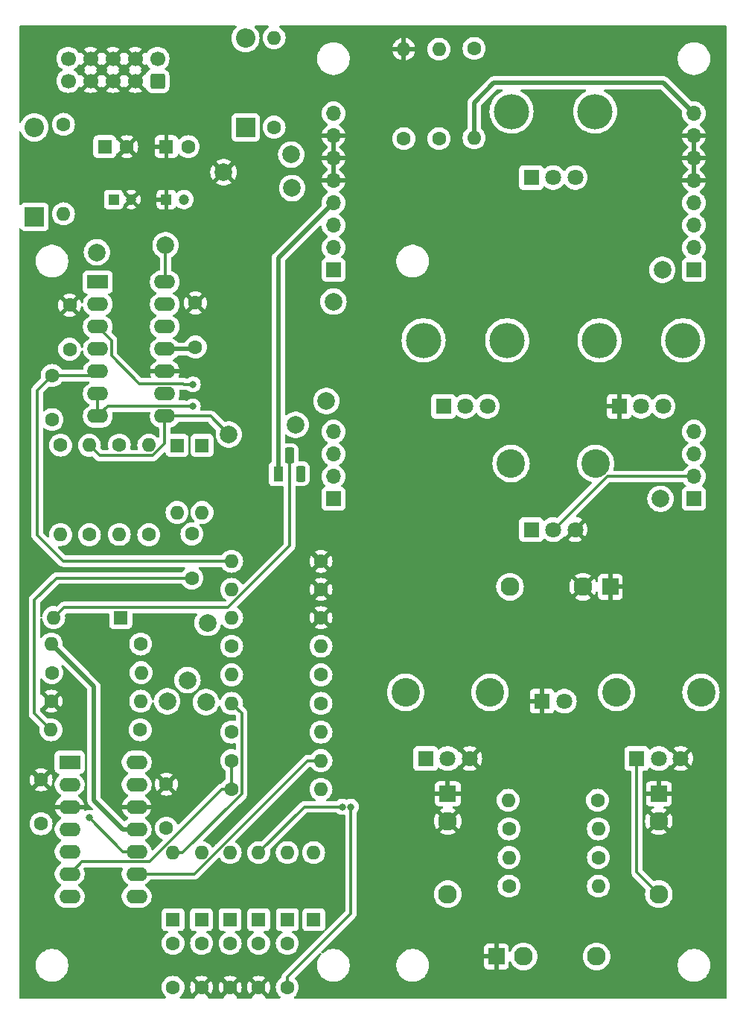
<source format=gbr>
%TF.GenerationSoftware,KiCad,Pcbnew,8.0.2-1*%
%TF.CreationDate,2024-05-20T21:15:53+02:00*%
%TF.ProjectId,low-orbit,6c6f772d-6f72-4626-9974-2e6b69636164,rev?*%
%TF.SameCoordinates,Original*%
%TF.FileFunction,Copper,L2,Bot*%
%TF.FilePolarity,Positive*%
%FSLAX46Y46*%
G04 Gerber Fmt 4.6, Leading zero omitted, Abs format (unit mm)*
G04 Created by KiCad (PCBNEW 8.0.2-1) date 2024-05-20 21:15:53*
%MOMM*%
%LPD*%
G01*
G04 APERTURE LIST*
G04 Aperture macros list*
%AMRoundRect*
0 Rectangle with rounded corners*
0 $1 Rounding radius*
0 $2 $3 $4 $5 $6 $7 $8 $9 X,Y pos of 4 corners*
0 Add a 4 corners polygon primitive as box body*
4,1,4,$2,$3,$4,$5,$6,$7,$8,$9,$2,$3,0*
0 Add four circle primitives for the rounded corners*
1,1,$1+$1,$2,$3*
1,1,$1+$1,$4,$5*
1,1,$1+$1,$6,$7*
1,1,$1+$1,$8,$9*
0 Add four rect primitives between the rounded corners*
20,1,$1+$1,$2,$3,$4,$5,0*
20,1,$1+$1,$4,$5,$6,$7,0*
20,1,$1+$1,$6,$7,$8,$9,0*
20,1,$1+$1,$8,$9,$2,$3,0*%
G04 Aperture macros list end*
%TA.AperFunction,ComponentPad*%
%ADD10C,1.600000*%
%TD*%
%TA.AperFunction,ComponentPad*%
%ADD11O,1.600000X1.600000*%
%TD*%
%TA.AperFunction,ComponentPad*%
%ADD12O,4.000000X4.000000*%
%TD*%
%TA.AperFunction,ComponentPad*%
%ADD13R,1.800000X1.800000*%
%TD*%
%TA.AperFunction,ComponentPad*%
%ADD14C,1.800000*%
%TD*%
%TA.AperFunction,ComponentPad*%
%ADD15R,2.200000X2.200000*%
%TD*%
%TA.AperFunction,ComponentPad*%
%ADD16O,2.200000X2.200000*%
%TD*%
%TA.AperFunction,ComponentPad*%
%ADD17C,3.240000*%
%TD*%
%TA.AperFunction,ComponentPad*%
%ADD18R,1.930000X1.830000*%
%TD*%
%TA.AperFunction,ComponentPad*%
%ADD19C,2.130000*%
%TD*%
%TA.AperFunction,ComponentPad*%
%ADD20R,1.600000X1.600000*%
%TD*%
%TA.AperFunction,ComponentPad*%
%ADD21R,1.830000X1.930000*%
%TD*%
%TA.AperFunction,ComponentPad*%
%ADD22R,1.700000X1.700000*%
%TD*%
%TA.AperFunction,ComponentPad*%
%ADD23O,1.700000X1.700000*%
%TD*%
%TA.AperFunction,ComponentPad*%
%ADD24C,2.000000*%
%TD*%
%TA.AperFunction,ComponentPad*%
%ADD25R,1.100000X1.800000*%
%TD*%
%TA.AperFunction,ComponentPad*%
%ADD26RoundRect,0.275000X-0.275000X-0.625000X0.275000X-0.625000X0.275000X0.625000X-0.275000X0.625000X0*%
%TD*%
%TA.AperFunction,ComponentPad*%
%ADD27R,2.400000X1.600000*%
%TD*%
%TA.AperFunction,ComponentPad*%
%ADD28O,2.400000X1.600000*%
%TD*%
%TA.AperFunction,ComponentPad*%
%ADD29R,1.200000X1.200000*%
%TD*%
%TA.AperFunction,ComponentPad*%
%ADD30C,1.200000*%
%TD*%
%TA.AperFunction,ComponentPad*%
%ADD31RoundRect,0.250000X0.600000X-0.600000X0.600000X0.600000X-0.600000X0.600000X-0.600000X-0.600000X0*%
%TD*%
%TA.AperFunction,ComponentPad*%
%ADD32C,1.700000*%
%TD*%
%TA.AperFunction,ViaPad*%
%ADD33C,0.800000*%
%TD*%
%TA.AperFunction,Conductor*%
%ADD34C,0.300000*%
%TD*%
%TA.AperFunction,Conductor*%
%ADD35C,0.500000*%
%TD*%
G04 APERTURE END LIST*
D10*
%TO.P,C11,1*%
%TO.N,GNDREF*%
X71000000Y-159500000D03*
%TO.P,C11,2*%
%TO.N,Net-(D6-K)*%
X71000000Y-154500000D03*
%TD*%
%TO.P,R14,1*%
%TO.N,Net-(U2B--)*%
X74420000Y-137000000D03*
D11*
%TO.P,R14,2*%
%TO.N,Net-(U2D--)*%
X84580000Y-137000000D03*
%TD*%
D10*
%TO.P,R6,1*%
%TO.N,GNDREF*%
X53920000Y-127000000D03*
D11*
%TO.P,R6,2*%
%TO.N,Net-(U2B-+)*%
X64080000Y-127000000D03*
%TD*%
D10*
%TO.P,C4,1*%
%TO.N,+12V*%
X56000000Y-87005000D03*
%TO.P,C4,2*%
%TO.N,GNDREF*%
X56000000Y-82005000D03*
%TD*%
D12*
%TO.P,RES_INT1,*%
%TO.N,*%
X96250000Y-86000000D03*
X105750000Y-86000000D03*
D13*
%TO.P,RES_INT1,1,1*%
%TO.N,Net-(H3B-Pin_2)*%
X98500000Y-93500000D03*
D14*
%TO.P,RES_INT1,2,2*%
%TO.N,Net-(R24-Pad1)*%
X101000000Y-93500000D03*
%TO.P,RES_INT1,3,3*%
X103500000Y-93500000D03*
%TD*%
D15*
%TO.P,D3,1,K*%
%TO.N,Net-(D3-K)*%
X52000000Y-71960000D03*
D16*
%TO.P,D3,2,A*%
%TO.N,Net-(D3-A)*%
X52000000Y-61800000D03*
%TD*%
D10*
%TO.P,R5,1*%
%TO.N,Net-(H1A-Pin_1)*%
X105970000Y-141500000D03*
D11*
%TO.P,R5,2*%
%TO.N,Net-(CV_CTL_IN_2-Pad2)*%
X116130000Y-141500000D03*
%TD*%
D10*
%TO.P,R9,1*%
%TO.N,Net-(D2-K)*%
X64080000Y-120500000D03*
D11*
%TO.P,R9,2*%
%TO.N,-12V*%
X53920000Y-120500000D03*
%TD*%
D10*
%TO.P,R12,1*%
%TO.N,GNDREF*%
X84580000Y-114300000D03*
D11*
%TO.P,R12,2*%
%TO.N,Net-(U2C-+)*%
X74420000Y-114300000D03*
%TD*%
D17*
%TO.P,CV_CTL_IN_1,*%
%TO.N,*%
X94200000Y-126000000D03*
X103800000Y-126000000D03*
D13*
%TO.P,CV_CTL_IN_1,1,1*%
%TO.N,Net-(CV_CTL_IN_1-Pad1)*%
X96500000Y-133500000D03*
D14*
%TO.P,CV_CTL_IN_1,2,2*%
%TO.N,Net-(CV_CTL_IN_1-Pad2)*%
X99000000Y-133500000D03*
%TO.P,CV_CTL_IN_1,3,3*%
%TO.N,GNDREF*%
X101500000Y-133500000D03*
%TD*%
D10*
%TO.P,C12,1*%
%TO.N,GNDREF*%
X74250000Y-159500000D03*
%TO.P,C12,2*%
%TO.N,Net-(D7-K)*%
X74250000Y-154500000D03*
%TD*%
%TO.P,R19,1*%
%TO.N,Net-(D10-K)*%
X74420000Y-130500000D03*
D11*
%TO.P,R19,2*%
%TO.N,Net-(U2C--)*%
X84580000Y-130500000D03*
%TD*%
D10*
%TO.P,C1,1*%
%TO.N,Net-(H2B-Pin_2)*%
X69900000Y-108000000D03*
%TO.P,C1,2*%
%TO.N,Net-(C1-Pad2)*%
X69900000Y-113000000D03*
%TD*%
D18*
%TO.P,J2,S*%
%TO.N,GNDREF*%
X99000000Y-137520000D03*
D19*
%TO.P,J2,T*%
%TO.N,Net-(CV_CTL_IN_1-Pad1)*%
X99000000Y-148920000D03*
%TO.P,J2,TN*%
%TO.N,GNDREF*%
X99000000Y-140620000D03*
%TD*%
D20*
%TO.P,D10,1,K*%
%TO.N,Net-(D10-K)*%
X83750000Y-151810000D03*
D11*
%TO.P,D10,2,A*%
%TO.N,Net-(D10-A)*%
X83750000Y-144190000D03*
%TD*%
D12*
%TO.P,CUTOFF1,*%
%TO.N,*%
X106250000Y-60000000D03*
X115750000Y-60000000D03*
D13*
%TO.P,CUTOFF1,1,1*%
%TO.N,+12V*%
X108500000Y-67500000D03*
D14*
%TO.P,CUTOFF1,2,2*%
%TO.N,Net-(CUTOFF1-Pad2)*%
X111000000Y-67500000D03*
%TO.P,CUTOFF1,3,3*%
%TO.N,Net-(CUTOFF1-Pad3)*%
X113500000Y-67500000D03*
%TD*%
D10*
%TO.P,C2,1*%
%TO.N,+12V*%
X52750000Y-140920000D03*
%TO.P,C2,2*%
%TO.N,GNDREF*%
X52750000Y-135920000D03*
%TD*%
%TO.P,R7,1*%
%TO.N,Net-(H1C-Pin_3)*%
X116130000Y-144750000D03*
D11*
%TO.P,R7,2*%
%TO.N,Net-(D1-A)*%
X105970000Y-144750000D03*
%TD*%
D20*
%TO.P,D8,1,K*%
%TO.N,Net-(D8-K)*%
X77500000Y-151810000D03*
D11*
%TO.P,D8,2,A*%
%TO.N,Net-(D7-K)*%
X77500000Y-144190000D03*
%TD*%
D10*
%TO.P,C3,1*%
%TO.N,GNDREF*%
X70300000Y-81755000D03*
%TO.P,C3,2*%
%TO.N,-12V*%
X70300000Y-86755000D03*
%TD*%
%TO.P,R8,1*%
%TO.N,Net-(D2-A)*%
X53970000Y-123750000D03*
D11*
%TO.P,R8,2*%
%TO.N,Net-(H2A-Pin_1)*%
X64130000Y-123750000D03*
%TD*%
D15*
%TO.P,D4,1,K*%
%TO.N,Net-(D4-K)*%
X76000000Y-61830000D03*
D16*
%TO.P,D4,2,A*%
%TO.N,Net-(D4-A)*%
X76000000Y-51670000D03*
%TD*%
D21*
%TO.P,J1,S*%
%TO.N,GNDREF*%
X117480000Y-114000000D03*
D19*
%TO.P,J1,T*%
%TO.N,Net-(INPUT_LVL1-Pad1)*%
X106080000Y-114000000D03*
%TO.P,J1,TN*%
%TO.N,GNDREF*%
X114380000Y-114000000D03*
%TD*%
D12*
%TO.P,RES_AMOUNT1,*%
%TO.N,*%
X116250000Y-86000000D03*
X125750000Y-86000000D03*
D13*
%TO.P,RES_AMOUNT1,1,1*%
%TO.N,GNDREF*%
X118500000Y-93500000D03*
D14*
%TO.P,RES_AMOUNT1,2,2*%
%TO.N,Net-(H3A-Pin_1)*%
X121000000Y-93500000D03*
%TO.P,RES_AMOUNT1,3,3*%
%TO.N,Net-(H3C-Pin_3)*%
X123500000Y-93500000D03*
%TD*%
D10*
%TO.P,R3,1*%
%TO.N,Net-(H1A-Pin_1)*%
X98000000Y-63080000D03*
D11*
%TO.P,R3,2*%
%TO.N,Net-(CUTOFF1-Pad2)*%
X98000000Y-52920000D03*
%TD*%
D22*
%TO.P,H4,1,Pin_3*%
%TO.N,Net-(H4A-Pin_3)*%
X86000000Y-78000000D03*
D23*
%TO.P,H4,2,Pin_2*%
%TO.N,Net-(D11-K)*%
X86000000Y-75460000D03*
%TO.P,H4,3,Pin_3*%
%TO.N,Net-(H4C-Pin_3)*%
X86000000Y-72920000D03*
%TO.P,H4,4,Pin_4*%
%TO.N,+12V*%
X86000000Y-70380000D03*
%TO.P,H4,5,Pin_5*%
%TO.N,GNDREF*%
X86000000Y-67840000D03*
%TO.P,H4,6,Pin_6*%
X86000000Y-65300000D03*
%TO.P,H4,7,Pin_7*%
X86000000Y-62760000D03*
%TO.P,H4,8,Pin_8*%
%TO.N,-12V*%
X86000000Y-60220000D03*
%TD*%
D10*
%TO.P,R2,1*%
%TO.N,Net-(U2B-+)*%
X64030000Y-130250000D03*
D11*
%TO.P,R2,2*%
%TO.N,Net-(C1-Pad2)*%
X53870000Y-130250000D03*
%TD*%
D17*
%TO.P,CV_CTL_IN_2,*%
%TO.N,*%
X118200000Y-126000000D03*
X127800000Y-126000000D03*
D13*
%TO.P,CV_CTL_IN_2,1,1*%
%TO.N,Net-(CV_CTL_IN_2-Pad1)*%
X120500000Y-133500000D03*
D14*
%TO.P,CV_CTL_IN_2,2,2*%
%TO.N,Net-(CV_CTL_IN_2-Pad2)*%
X123000000Y-133500000D03*
%TO.P,CV_CTL_IN_2,3,3*%
%TO.N,GNDREF*%
X125500000Y-133500000D03*
%TD*%
D22*
%TO.P,H2,1,Pin_1*%
%TO.N,Net-(H2A-Pin_1)*%
X86000000Y-104000000D03*
D23*
%TO.P,H2,2,Pin_2*%
%TO.N,Net-(H2B-Pin_2)*%
X86000000Y-101460000D03*
%TO.P,H2,3,Pin_3*%
%TO.N,Net-(H2C-Pin_3)*%
X86000000Y-98920000D03*
%TO.P,H2,4,Pin_4*%
%TO.N,Net-(H2D-Pin_4)*%
X86000000Y-96380000D03*
%TD*%
D24*
%TO.P,TP10,1,1*%
%TO.N,Net-(H3A-Pin_1)*%
X123400000Y-78000000D03*
%TD*%
D10*
%TO.P,R21,1*%
%TO.N,Net-(D11-A)*%
X65000000Y-108080000D03*
D11*
%TO.P,R21,2*%
%TO.N,Net-(D11-K)*%
X65000000Y-97920000D03*
%TD*%
D10*
%TO.P,R20,1*%
%TO.N,Net-(R20-Pad1)*%
X84580000Y-127250000D03*
D11*
%TO.P,R20,2*%
%TO.N,Net-(D5-A)*%
X74420000Y-127250000D03*
%TD*%
D10*
%TO.P,R18,1*%
%TO.N,-12V*%
X79250000Y-61780000D03*
D11*
%TO.P,R18,2*%
%TO.N,Net-(D4-A)*%
X79250000Y-51620000D03*
%TD*%
D10*
%TO.P,R4,1*%
%TO.N,Net-(H1A-Pin_1)*%
X116030000Y-138250000D03*
D11*
%TO.P,R4,2*%
%TO.N,Net-(CV_CTL_IN_1-Pad2)*%
X105870000Y-138250000D03*
%TD*%
D10*
%TO.P,R10,1*%
%TO.N,Net-(U2C-+)*%
X54965000Y-97910000D03*
D11*
%TO.P,R10,2*%
%TO.N,Net-(D2-K)*%
X54965000Y-108070000D03*
%TD*%
D20*
%TO.P,D6,1,K*%
%TO.N,Net-(D6-K)*%
X71000000Y-151810000D03*
D11*
%TO.P,D6,2,A*%
%TO.N,Net-(D5-K)*%
X71000000Y-144190000D03*
%TD*%
D10*
%TO.P,R17,1*%
%TO.N,+12V*%
X55300000Y-61470000D03*
D11*
%TO.P,R17,2*%
%TO.N,Net-(D3-K)*%
X55300000Y-71630000D03*
%TD*%
D10*
%TO.P,R11,1*%
%TO.N,GNDREF*%
X84580000Y-117500000D03*
D11*
%TO.P,R11,2*%
%TO.N,Net-(D2-K)*%
X74420000Y-117500000D03*
%TD*%
D20*
%TO.P,D11,1,K*%
%TO.N,Net-(D11-K)*%
X68215000Y-97930000D03*
D11*
%TO.P,D11,2,A*%
%TO.N,Net-(D11-A)*%
X68215000Y-105550000D03*
%TD*%
D18*
%TO.P,J3,S*%
%TO.N,GNDREF*%
X123000000Y-137520000D03*
D19*
%TO.P,J3,T*%
%TO.N,Net-(CV_CTL_IN_2-Pad1)*%
X123000000Y-148920000D03*
%TO.P,J3,TN*%
%TO.N,GNDREF*%
X123000000Y-140620000D03*
%TD*%
D10*
%TO.P,C10,1*%
%TO.N,Net-(D11-A)*%
X67750000Y-159500000D03*
%TO.P,C10,2*%
%TO.N,Net-(D5-K)*%
X67750000Y-154500000D03*
%TD*%
%TO.P,C5,1*%
%TO.N,GNDREF*%
X67000000Y-136420000D03*
%TO.P,C5,2*%
%TO.N,-12V*%
X67000000Y-141420000D03*
%TD*%
D20*
%TO.P,D5,1,K*%
%TO.N,Net-(D5-K)*%
X67750000Y-151810000D03*
D11*
%TO.P,D5,2,A*%
%TO.N,Net-(D5-A)*%
X67750000Y-144190000D03*
%TD*%
D20*
%TO.P,D12,1,K*%
%TO.N,Net-(D11-A)*%
X71065000Y-97930000D03*
D11*
%TO.P,D12,2,A*%
%TO.N,Net-(D11-K)*%
X71065000Y-105550000D03*
%TD*%
D10*
%TO.P,R15,1*%
%TO.N,Net-(U2B--)*%
X74420000Y-133750000D03*
D11*
%TO.P,R15,2*%
%TO.N,Net-(U2C--)*%
X84580000Y-133750000D03*
%TD*%
D13*
%TO.P,D1,1,K*%
%TO.N,GNDREF*%
X109725000Y-127000000D03*
D14*
%TO.P,D1,2,A*%
%TO.N,Net-(D1-A)*%
X112265000Y-127000000D03*
%TD*%
D10*
%TO.P,C14,1*%
%TO.N,Net-(D11-A)*%
X80750000Y-159500000D03*
%TO.P,C14,2*%
%TO.N,Net-(D10-A)*%
X80750000Y-154500000D03*
%TD*%
%TO.P,C13,1*%
%TO.N,GNDREF*%
X77500000Y-159500000D03*
%TO.P,C13,2*%
%TO.N,Net-(D8-K)*%
X77500000Y-154500000D03*
%TD*%
D20*
%TO.P,D7,1,K*%
%TO.N,Net-(D7-K)*%
X74250000Y-151810000D03*
D11*
%TO.P,D7,2,A*%
%TO.N,Net-(D6-K)*%
X74250000Y-144190000D03*
%TD*%
D21*
%TO.P,J5,S*%
%TO.N,GNDREF*%
X104520000Y-156000000D03*
D19*
%TO.P,J5,T*%
%TO.N,Net-(J5-PadT)*%
X115920000Y-156000000D03*
%TO.P,J5,TN*%
%TO.N,unconnected-(J5-PadTN)*%
X107620000Y-156000000D03*
%TD*%
D17*
%TO.P,INPUT_LVL1,*%
%TO.N,*%
X106200000Y-100000000D03*
X115800000Y-100000000D03*
D13*
%TO.P,INPUT_LVL1,1,1*%
%TO.N,Net-(INPUT_LVL1-Pad1)*%
X108500000Y-107500000D03*
D14*
%TO.P,INPUT_LVL1,2,2*%
%TO.N,Net-(H1B-Pin_2)*%
X111000000Y-107500000D03*
%TO.P,INPUT_LVL1,3,3*%
%TO.N,GNDREF*%
X113500000Y-107500000D03*
%TD*%
D20*
%TO.P,D9,1,K*%
%TO.N,Net-(D10-A)*%
X80750000Y-151810000D03*
D11*
%TO.P,D9,2,A*%
%TO.N,Net-(D8-K)*%
X80750000Y-144190000D03*
%TD*%
D20*
%TO.P,D2,1,K*%
%TO.N,Net-(D2-K)*%
X61810000Y-117500000D03*
D11*
%TO.P,D2,2,A*%
%TO.N,Net-(D2-A)*%
X54190000Y-117500000D03*
%TD*%
D10*
%TO.P,R22,1*%
%TO.N,Net-(H4C-Pin_3)*%
X61650000Y-97890000D03*
D11*
%TO.P,R22,2*%
%TO.N,Net-(U1C--)*%
X61650000Y-108050000D03*
%TD*%
D10*
%TO.P,R26,1*%
%TO.N,Net-(J5-PadT)*%
X105970000Y-148000000D03*
D11*
%TO.P,R26,2*%
%TO.N,Net-(H1D-Pin_4)*%
X116130000Y-148000000D03*
%TD*%
D10*
%TO.P,R25,1*%
%TO.N,GNDREF*%
X84580000Y-111100000D03*
D11*
%TO.P,R25,2*%
%TO.N,Net-(U1B-+)*%
X74420000Y-111100000D03*
%TD*%
D24*
%TO.P,TP2,1,1*%
%TO.N,Net-(H1A-Pin_1)*%
X123200000Y-104000000D03*
%TD*%
D10*
%TO.P,R13,1*%
%TO.N,Net-(D2-K)*%
X74420000Y-120750000D03*
D11*
%TO.P,R13,2*%
%TO.N,Net-(U2D--)*%
X84580000Y-120750000D03*
%TD*%
D10*
%TO.P,C15,1*%
%TO.N,Net-(C15-Pad1)*%
X54000000Y-95000000D03*
%TO.P,C15,2*%
%TO.N,Net-(U1B-+)*%
X54000000Y-90000000D03*
%TD*%
D25*
%TO.P,Q1,1,C*%
%TO.N,+12V*%
X79730000Y-101170000D03*
D26*
%TO.P,Q1,2,B*%
%TO.N,Net-(D2-A)*%
X81000000Y-99100000D03*
%TO.P,Q1,3,E*%
%TO.N,Net-(H2C-Pin_3)*%
X82270000Y-101170000D03*
%TD*%
D27*
%TO.P,U2,1*%
%TO.N,Net-(D2-A)*%
X56000000Y-133920000D03*
D28*
%TO.P,U2,2,-*%
%TO.N,Net-(H2A-Pin_1)*%
X56000000Y-136460000D03*
%TO.P,U2,3,+*%
%TO.N,GNDREF*%
X56000000Y-139000000D03*
%TO.P,U2,4,V+*%
%TO.N,+12V*%
X56000000Y-141540000D03*
%TO.P,U2,5,+*%
%TO.N,Net-(U2B-+)*%
X56000000Y-144080000D03*
%TO.P,U2,6,-*%
%TO.N,Net-(U2B--)*%
X56000000Y-146620000D03*
%TO.P,U2,7*%
X56000000Y-149160000D03*
%TO.P,U2,8*%
%TO.N,Net-(D10-K)*%
X63620000Y-149160000D03*
%TO.P,U2,9,-*%
%TO.N,Net-(U2C--)*%
X63620000Y-146620000D03*
%TO.P,U2,10,+*%
%TO.N,Net-(U2C-+)*%
X63620000Y-144080000D03*
%TO.P,U2,11,V-*%
%TO.N,-12V*%
X63620000Y-141540000D03*
%TO.P,U2,12,+*%
%TO.N,GNDREF*%
X63620000Y-139000000D03*
%TO.P,U2,13,-*%
%TO.N,Net-(U2D--)*%
X63620000Y-136460000D03*
%TO.P,U2,14*%
%TO.N,Net-(R20-Pad1)*%
X63620000Y-133920000D03*
%TD*%
D27*
%TO.P,U1,1*%
%TO.N,Net-(H4C-Pin_3)*%
X59200000Y-79380000D03*
D28*
%TO.P,U1,2,-*%
X59200000Y-81920000D03*
%TO.P,U1,3,+*%
%TO.N,Net-(D7-K)*%
X59200000Y-84460000D03*
%TO.P,U1,4,V+*%
%TO.N,+12V*%
X59200000Y-87000000D03*
%TO.P,U1,5,+*%
%TO.N,Net-(U1B-+)*%
X59200000Y-89540000D03*
%TO.P,U1,6,-*%
%TO.N,Net-(H2D-Pin_4)*%
X59200000Y-92080000D03*
%TO.P,U1,7*%
X59200000Y-94620000D03*
%TO.P,U1,8*%
%TO.N,Net-(C15-Pad1)*%
X66820000Y-94620000D03*
%TO.P,U1,9,-*%
%TO.N,Net-(U1C--)*%
X66820000Y-92080000D03*
%TO.P,U1,10,+*%
%TO.N,GNDREF*%
X66820000Y-89540000D03*
%TO.P,U1,11,V-*%
%TO.N,-12V*%
X66820000Y-87000000D03*
%TO.P,U1,12,+*%
%TO.N,Net-(H4A-Pin_3)*%
X66820000Y-84460000D03*
%TO.P,U1,13,-*%
%TO.N,Net-(D11-K)*%
X66820000Y-81920000D03*
%TO.P,U1,14*%
%TO.N,Net-(D11-A)*%
X66820000Y-79380000D03*
%TD*%
D10*
%TO.P,R23,1*%
%TO.N,Net-(U1C--)*%
X58250000Y-108080000D03*
D11*
%TO.P,R23,2*%
%TO.N,Net-(C15-Pad1)*%
X58250000Y-97920000D03*
%TD*%
D10*
%TO.P,R1,1*%
%TO.N,Net-(CUTOFF1-Pad3)*%
X102000000Y-52840000D03*
D11*
%TO.P,R1,2*%
%TO.N,-12V*%
X102000000Y-63000000D03*
%TD*%
D10*
%TO.P,R24,1*%
%TO.N,Net-(R24-Pad1)*%
X94000000Y-63080000D03*
D11*
%TO.P,R24,2*%
%TO.N,GNDREF*%
X94000000Y-52920000D03*
%TD*%
D10*
%TO.P,R16,1*%
%TO.N,Net-(U2D--)*%
X84580000Y-124000000D03*
D11*
%TO.P,R16,2*%
%TO.N,Net-(D5-A)*%
X74420000Y-124000000D03*
%TD*%
D29*
%TO.P,C8,1*%
%TO.N,+12V*%
X61000000Y-70000000D03*
D30*
%TO.P,C8,2*%
%TO.N,GNDREF*%
X63000000Y-70000000D03*
%TD*%
D22*
%TO.P,H3,1,Pin_1*%
%TO.N,Net-(H3A-Pin_1)*%
X127000000Y-78000000D03*
D23*
%TO.P,H3,2,Pin_2*%
%TO.N,Net-(H3B-Pin_2)*%
X127000000Y-75460000D03*
%TO.P,H3,3,Pin_3*%
%TO.N,Net-(H3C-Pin_3)*%
X127000000Y-72920000D03*
%TO.P,H3,4,Pin_4*%
%TO.N,+12V*%
X127000000Y-70380000D03*
%TO.P,H3,5,Pin_5*%
%TO.N,GNDREF*%
X127000000Y-67840000D03*
%TO.P,H3,6,Pin_6*%
X127000000Y-65300000D03*
%TO.P,H3,7,Pin_7*%
X127000000Y-62760000D03*
%TO.P,H3,8,Pin_8*%
%TO.N,-12V*%
X127000000Y-60220000D03*
%TD*%
D24*
%TO.P,TP5,1,1*%
%TO.N,Net-(D11-A)*%
X66900000Y-75200000D03*
%TD*%
D20*
%TO.P,C7,1*%
%TO.N,GNDREF*%
X67000000Y-64000000D03*
D10*
%TO.P,C7,2*%
%TO.N,-12V*%
X69500000Y-64000000D03*
%TD*%
D24*
%TO.P,TP1,1,1*%
%TO.N,Net-(U2B-+)*%
X67100000Y-127000000D03*
%TD*%
D31*
%TO.P,J4,1,Pin_1*%
%TO.N,Net-(D4-K)*%
X66000000Y-56540000D03*
D32*
%TO.P,J4,2,Pin_2*%
X66000000Y-54000000D03*
%TO.P,J4,3,Pin_3*%
%TO.N,GNDREF*%
X63460000Y-56540000D03*
%TO.P,J4,4,Pin_4*%
X63460000Y-54000000D03*
%TO.P,J4,5,Pin_5*%
X60920000Y-56540000D03*
%TO.P,J4,6,Pin_6*%
X60920000Y-54000000D03*
%TO.P,J4,7,Pin_7*%
X58380000Y-56540000D03*
%TO.P,J4,8,Pin_8*%
X58380000Y-54000000D03*
%TO.P,J4,9,Pin_9*%
%TO.N,Net-(D3-A)*%
X55840000Y-56540000D03*
%TO.P,J4,10,Pin_10*%
X55840000Y-54000000D03*
%TD*%
D24*
%TO.P,TP6,1,1*%
%TO.N,Net-(D5-A)*%
X69400000Y-124600000D03*
%TD*%
%TO.P,TP13,1,1*%
%TO.N,+12V*%
X81300000Y-68700000D03*
%TD*%
D29*
%TO.P,C9,1*%
%TO.N,GNDREF*%
X67000000Y-70000000D03*
D30*
%TO.P,C9,2*%
%TO.N,-12V*%
X69000000Y-70000000D03*
%TD*%
D24*
%TO.P,TP12,1,1*%
%TO.N,Net-(H2D-Pin_4)*%
X85200000Y-92900000D03*
%TD*%
%TO.P,TP11,1,1*%
%TO.N,Net-(C15-Pad1)*%
X74100000Y-96700000D03*
%TD*%
%TO.P,TP14,1,1*%
%TO.N,-12V*%
X81200000Y-64900000D03*
%TD*%
%TO.P,TP15,1,1*%
%TO.N,GNDREF*%
X73500000Y-66900000D03*
%TD*%
%TO.P,TP7,1,1*%
%TO.N,Net-(D10-K)*%
X71500000Y-127100000D03*
%TD*%
%TO.P,TP9,1,1*%
%TO.N,Net-(H4C-Pin_3)*%
X59100000Y-76000000D03*
%TD*%
D20*
%TO.P,C6,1*%
%TO.N,+12V*%
X60000000Y-64000000D03*
D10*
%TO.P,C6,2*%
%TO.N,GNDREF*%
X62500000Y-64000000D03*
%TD*%
D24*
%TO.P,TP8,1,1*%
%TO.N,Net-(D11-K)*%
X86000000Y-81600000D03*
%TD*%
%TO.P,TP4,1,1*%
%TO.N,Net-(D2-K)*%
X71700000Y-118100000D03*
%TD*%
D22*
%TO.P,H1,1,Pin_1*%
%TO.N,Net-(H1A-Pin_1)*%
X127000000Y-104000000D03*
D23*
%TO.P,H1,2,Pin_2*%
%TO.N,Net-(H1B-Pin_2)*%
X127000000Y-101460000D03*
%TO.P,H1,3,Pin_3*%
%TO.N,Net-(H1C-Pin_3)*%
X127000000Y-98920000D03*
%TO.P,H1,4,Pin_4*%
%TO.N,Net-(H1D-Pin_4)*%
X127000000Y-96380000D03*
%TD*%
D24*
%TO.P,TP3,1,1*%
%TO.N,Net-(D2-A)*%
X81700000Y-95600000D03*
%TD*%
D33*
%TO.N,Net-(D11-A)*%
X88000000Y-139000000D03*
%TO.N,Net-(D7-K)*%
X70000000Y-91000000D03*
X87000000Y-139000000D03*
%TO.N,Net-(H2D-Pin_4)*%
X70000000Y-93500000D03*
%TO.N,Net-(U2C-+)*%
X58250000Y-140250000D03*
%TD*%
D34*
%TO.N,Net-(C1-Pad2)*%
X52000000Y-115500000D02*
X52000000Y-128380000D01*
X52000000Y-128380000D02*
X53870000Y-130250000D01*
X69900000Y-113000000D02*
X54500000Y-113000000D01*
X54500000Y-113000000D02*
X52000000Y-115500000D01*
D35*
%TO.N,+12V*%
X79730000Y-100770000D02*
X79730000Y-76650000D01*
X79730000Y-76650000D02*
X86000000Y-70380000D01*
%TO.N,-12V*%
X63620000Y-141540000D02*
X62040000Y-141540000D01*
X58750000Y-125330000D02*
X53920000Y-120500000D01*
X104250000Y-56750000D02*
X123530000Y-56750000D01*
X58750000Y-138250000D02*
X58750000Y-125330000D01*
X66820000Y-87000000D02*
X70055000Y-87000000D01*
X62040000Y-141540000D02*
X58750000Y-138250000D01*
X102000000Y-63000000D02*
X102000000Y-59000000D01*
X102000000Y-59000000D02*
X104250000Y-56750000D01*
X70055000Y-87000000D02*
X70300000Y-86755000D01*
X123530000Y-56750000D02*
X127000000Y-60220000D01*
D34*
%TO.N,Net-(D11-A)*%
X88000000Y-139000000D02*
X88000000Y-151118630D01*
X80750000Y-158368630D02*
X80750000Y-159500000D01*
X88000000Y-151118630D02*
X80750000Y-158368630D01*
X66900000Y-79300000D02*
X66820000Y-79380000D01*
X66900000Y-75000000D02*
X66900000Y-79300000D01*
%TO.N,Net-(D7-K)*%
X82690000Y-139000000D02*
X87000000Y-139000000D01*
X63930000Y-90930000D02*
X60750000Y-87750000D01*
X68930000Y-90930000D02*
X63930000Y-90930000D01*
X69000000Y-91000000D02*
X68930000Y-90930000D01*
X60750000Y-87750000D02*
X60750000Y-86010000D01*
X60750000Y-86010000D02*
X59200000Y-84460000D01*
X70000000Y-91000000D02*
X69000000Y-91000000D01*
X77500000Y-144190000D02*
X82690000Y-139000000D01*
%TO.N,Net-(C15-Pad1)*%
X66820000Y-97726346D02*
X65446346Y-99100000D01*
X59430000Y-99100000D02*
X58250000Y-97920000D01*
X66820000Y-94620000D02*
X72020000Y-94620000D01*
X72020000Y-94620000D02*
X74100000Y-96700000D01*
X65446346Y-99100000D02*
X59430000Y-99100000D01*
X66820000Y-94620000D02*
X66820000Y-97726346D01*
%TO.N,Net-(U1B-+)*%
X52300000Y-108100000D02*
X55300000Y-111100000D01*
X55300000Y-111100000D02*
X74420000Y-111100000D01*
X52300000Y-91700000D02*
X52300000Y-108100000D01*
X54000000Y-90000000D02*
X58740000Y-90000000D01*
X54000000Y-90000000D02*
X52300000Y-91700000D01*
X58740000Y-90000000D02*
X59200000Y-89540000D01*
%TO.N,Net-(D2-A)*%
X81000000Y-109346346D02*
X73996346Y-116350000D01*
X55340000Y-116350000D02*
X54190000Y-117500000D01*
X81000000Y-99500000D02*
X81000000Y-109346346D01*
X73996346Y-116350000D02*
X55340000Y-116350000D01*
%TO.N,Net-(D5-A)*%
X67750000Y-144190000D02*
X68845685Y-144190000D01*
X74896346Y-138150000D02*
X75570000Y-137476346D01*
X75570000Y-128400000D02*
X74420000Y-127250000D01*
X74885685Y-138150000D02*
X74896346Y-138150000D01*
X68845685Y-144190000D02*
X74885685Y-138150000D01*
X75570000Y-137476346D02*
X75570000Y-128400000D01*
%TO.N,Net-(H1B-Pin_2)*%
X111086001Y-107500000D02*
X117126001Y-101460000D01*
X117126001Y-101460000D02*
X127000000Y-101460000D01*
X111000000Y-107500000D02*
X111086001Y-107500000D01*
%TO.N,Net-(H2D-Pin_4)*%
X70000000Y-93500000D02*
X69000000Y-93500000D01*
X60350000Y-93470000D02*
X59200000Y-94620000D01*
X69000000Y-93500000D02*
X68970000Y-93470000D01*
X68970000Y-93470000D02*
X60350000Y-93470000D01*
X59200000Y-92080000D02*
X59200000Y-94620000D01*
%TO.N,Net-(U2C-+)*%
X62080000Y-144080000D02*
X63620000Y-144080000D01*
X58250000Y-140250000D02*
X62080000Y-144080000D01*
%TO.N,Net-(U2B--)*%
X73313654Y-137000000D02*
X74420000Y-137000000D01*
X57390000Y-145230000D02*
X65083654Y-145230000D01*
X74420000Y-133750000D02*
X74420000Y-137000000D01*
X56000000Y-146620000D02*
X57390000Y-145230000D01*
X65083654Y-145230000D02*
X73313654Y-137000000D01*
%TO.N,Net-(U2C--)*%
X73100000Y-143713654D02*
X83063654Y-133750000D01*
X63620000Y-146620000D02*
X70196346Y-146620000D01*
X83063654Y-133750000D02*
X84580000Y-133750000D01*
X70196346Y-146620000D02*
X73100000Y-143716346D01*
X73100000Y-143716346D02*
X73100000Y-143713654D01*
%TO.N,Net-(CV_CTL_IN_2-Pad1)*%
X123000000Y-148920000D02*
X120500000Y-146420000D01*
X120500000Y-146420000D02*
X120500000Y-133500000D01*
%TD*%
%TA.AperFunction,Conductor*%
%TO.N,GNDREF*%
G36*
X86250000Y-67406988D02*
G01*
X86192993Y-67374075D01*
X86065826Y-67340000D01*
X85934174Y-67340000D01*
X85807007Y-67374075D01*
X85750000Y-67406988D01*
X85750000Y-65733012D01*
X85807007Y-65765925D01*
X85934174Y-65800000D01*
X86065826Y-65800000D01*
X86192993Y-65765925D01*
X86250000Y-65733012D01*
X86250000Y-67406988D01*
G37*
%TD.AperFunction*%
%TA.AperFunction,Conductor*%
G36*
X86250000Y-64866988D02*
G01*
X86192993Y-64834075D01*
X86065826Y-64800000D01*
X85934174Y-64800000D01*
X85807007Y-64834075D01*
X85750000Y-64866988D01*
X85750000Y-63193012D01*
X85807007Y-63225925D01*
X85934174Y-63260000D01*
X86065826Y-63260000D01*
X86192993Y-63225925D01*
X86250000Y-63193012D01*
X86250000Y-64866988D01*
G37*
%TD.AperFunction*%
%TA.AperFunction,Conductor*%
G36*
X127250000Y-67406988D02*
G01*
X127192993Y-67374075D01*
X127065826Y-67340000D01*
X126934174Y-67340000D01*
X126807007Y-67374075D01*
X126750000Y-67406988D01*
X126750000Y-65733012D01*
X126807007Y-65765925D01*
X126934174Y-65800000D01*
X127065826Y-65800000D01*
X127192993Y-65765925D01*
X127250000Y-65733012D01*
X127250000Y-67406988D01*
G37*
%TD.AperFunction*%
%TA.AperFunction,Conductor*%
G36*
X127250000Y-64866988D02*
G01*
X127192993Y-64834075D01*
X127065826Y-64800000D01*
X126934174Y-64800000D01*
X126807007Y-64834075D01*
X126750000Y-64866988D01*
X126750000Y-63193012D01*
X126807007Y-63225925D01*
X126934174Y-63260000D01*
X127065826Y-63260000D01*
X127192993Y-63225925D01*
X127250000Y-63193012D01*
X127250000Y-64866988D01*
G37*
%TD.AperFunction*%
%TA.AperFunction,Conductor*%
G36*
X57914075Y-54192993D02*
G01*
X57979901Y-54307007D01*
X58072993Y-54400099D01*
X58187007Y-54465925D01*
X58250590Y-54482962D01*
X57618625Y-55114925D01*
X57695031Y-55168425D01*
X57738655Y-55223002D01*
X57745848Y-55292501D01*
X57714326Y-55354855D01*
X57695029Y-55371576D01*
X57618625Y-55425072D01*
X58250590Y-56057037D01*
X58187007Y-56074075D01*
X58072993Y-56139901D01*
X57979901Y-56232993D01*
X57914075Y-56347007D01*
X57897037Y-56410590D01*
X57265073Y-55778626D01*
X57211881Y-55854594D01*
X57157304Y-55898219D01*
X57087806Y-55905413D01*
X57025451Y-55873891D01*
X57008730Y-55854594D01*
X56878494Y-55668597D01*
X56711402Y-55501506D01*
X56711396Y-55501501D01*
X56525842Y-55371575D01*
X56482217Y-55316998D01*
X56475023Y-55247500D01*
X56506546Y-55185145D01*
X56525842Y-55168425D01*
X56653165Y-55079272D01*
X56711401Y-55038495D01*
X56878495Y-54871401D01*
X57008732Y-54685403D01*
X57063307Y-54641780D01*
X57132805Y-54634586D01*
X57195160Y-54666109D01*
X57211880Y-54685405D01*
X57265073Y-54761373D01*
X57897037Y-54129409D01*
X57914075Y-54192993D01*
G37*
%TD.AperFunction*%
%TA.AperFunction,Conductor*%
G36*
X60454075Y-54192993D02*
G01*
X60519901Y-54307007D01*
X60612993Y-54400099D01*
X60727007Y-54465925D01*
X60790590Y-54482962D01*
X60158625Y-55114925D01*
X60235031Y-55168425D01*
X60278655Y-55223002D01*
X60285848Y-55292501D01*
X60254326Y-55354855D01*
X60235029Y-55371576D01*
X60158625Y-55425072D01*
X60790590Y-56057037D01*
X60727007Y-56074075D01*
X60612993Y-56139901D01*
X60519901Y-56232993D01*
X60454075Y-56347007D01*
X60437037Y-56410590D01*
X59805072Y-55778625D01*
X59805072Y-55778626D01*
X59751574Y-55855030D01*
X59696998Y-55898655D01*
X59627499Y-55905849D01*
X59565144Y-55874326D01*
X59548424Y-55855030D01*
X59494925Y-55778626D01*
X59494925Y-55778625D01*
X58862962Y-56410589D01*
X58845925Y-56347007D01*
X58780099Y-56232993D01*
X58687007Y-56139901D01*
X58572993Y-56074075D01*
X58509410Y-56057037D01*
X59141373Y-55425073D01*
X59064969Y-55371576D01*
X59021344Y-55316999D01*
X59014150Y-55247501D01*
X59045672Y-55185146D01*
X59064968Y-55168425D01*
X59141373Y-55114925D01*
X58509409Y-54482962D01*
X58572993Y-54465925D01*
X58687007Y-54400099D01*
X58780099Y-54307007D01*
X58845925Y-54192993D01*
X58862962Y-54129410D01*
X59494925Y-54761373D01*
X59548425Y-54684968D01*
X59603002Y-54641344D01*
X59672501Y-54634151D01*
X59734855Y-54665673D01*
X59751576Y-54684969D01*
X59805073Y-54761372D01*
X60437037Y-54129409D01*
X60454075Y-54192993D01*
G37*
%TD.AperFunction*%
%TA.AperFunction,Conductor*%
G36*
X62994075Y-54192993D02*
G01*
X63059901Y-54307007D01*
X63152993Y-54400099D01*
X63267007Y-54465925D01*
X63330590Y-54482962D01*
X62698625Y-55114925D01*
X62775031Y-55168425D01*
X62818655Y-55223002D01*
X62825848Y-55292501D01*
X62794326Y-55354855D01*
X62775029Y-55371576D01*
X62698625Y-55425072D01*
X63330590Y-56057037D01*
X63267007Y-56074075D01*
X63152993Y-56139901D01*
X63059901Y-56232993D01*
X62994075Y-56347007D01*
X62977037Y-56410590D01*
X62345072Y-55778625D01*
X62345072Y-55778626D01*
X62291574Y-55855030D01*
X62236998Y-55898655D01*
X62167499Y-55905849D01*
X62105144Y-55874326D01*
X62088424Y-55855030D01*
X62034925Y-55778626D01*
X62034925Y-55778625D01*
X61402962Y-56410589D01*
X61385925Y-56347007D01*
X61320099Y-56232993D01*
X61227007Y-56139901D01*
X61112993Y-56074075D01*
X61049410Y-56057037D01*
X61681373Y-55425073D01*
X61604969Y-55371576D01*
X61561344Y-55316999D01*
X61554150Y-55247501D01*
X61585672Y-55185146D01*
X61604968Y-55168425D01*
X61681373Y-55114925D01*
X61049409Y-54482962D01*
X61112993Y-54465925D01*
X61227007Y-54400099D01*
X61320099Y-54307007D01*
X61385925Y-54192993D01*
X61402962Y-54129410D01*
X62034925Y-54761373D01*
X62088425Y-54684968D01*
X62143002Y-54641344D01*
X62212501Y-54634151D01*
X62274855Y-54665673D01*
X62291576Y-54684969D01*
X62345073Y-54761372D01*
X62977037Y-54129409D01*
X62994075Y-54192993D01*
G37*
%TD.AperFunction*%
%TA.AperFunction,Conductor*%
G36*
X64574925Y-54761373D02*
G01*
X64628119Y-54685405D01*
X64682696Y-54641781D01*
X64752195Y-54634588D01*
X64814549Y-54666110D01*
X64831269Y-54685405D01*
X64961505Y-54871401D01*
X65128599Y-55038495D01*
X65128604Y-55038499D01*
X65129968Y-55039643D01*
X65130407Y-55040303D01*
X65132427Y-55042323D01*
X65132021Y-55042728D01*
X65168669Y-55097815D01*
X65169776Y-55167676D01*
X65132937Y-55227046D01*
X65089267Y-55252336D01*
X65080669Y-55255184D01*
X65080663Y-55255187D01*
X64931342Y-55347289D01*
X64807289Y-55471342D01*
X64715187Y-55620663D01*
X64715182Y-55620674D01*
X64691205Y-55693032D01*
X64651432Y-55750477D01*
X64586916Y-55777299D01*
X64576138Y-55777412D01*
X63942962Y-56410589D01*
X63925925Y-56347007D01*
X63860099Y-56232993D01*
X63767007Y-56139901D01*
X63652993Y-56074075D01*
X63589410Y-56057037D01*
X64221373Y-55425073D01*
X64144969Y-55371576D01*
X64101344Y-55316999D01*
X64094150Y-55247501D01*
X64125672Y-55185146D01*
X64144968Y-55168425D01*
X64221373Y-55114925D01*
X63589409Y-54482962D01*
X63652993Y-54465925D01*
X63767007Y-54400099D01*
X63860099Y-54307007D01*
X63925925Y-54192993D01*
X63942962Y-54129410D01*
X64574925Y-54761373D01*
G37*
%TD.AperFunction*%
%TA.AperFunction,Conductor*%
G36*
X74928543Y-50270185D02*
G01*
X74974298Y-50322989D01*
X74984242Y-50392147D01*
X74955217Y-50455703D01*
X74942036Y-50468790D01*
X74864776Y-50534776D01*
X74701161Y-50726343D01*
X74701160Y-50726346D01*
X74569533Y-50941140D01*
X74473126Y-51173889D01*
X74414317Y-51418848D01*
X74394551Y-51670000D01*
X74414317Y-51921151D01*
X74473126Y-52166110D01*
X74569533Y-52398859D01*
X74701160Y-52613653D01*
X74701161Y-52613656D01*
X74744960Y-52664938D01*
X74864776Y-52805224D01*
X74999163Y-52920001D01*
X75056343Y-52968838D01*
X75056346Y-52968839D01*
X75271140Y-53100466D01*
X75462635Y-53179785D01*
X75503889Y-53196873D01*
X75748852Y-53255683D01*
X76000000Y-53275449D01*
X76251148Y-53255683D01*
X76496111Y-53196873D01*
X76728859Y-53100466D01*
X76943659Y-52968836D01*
X77135224Y-52805224D01*
X77298836Y-52613659D01*
X77430466Y-52398859D01*
X77526873Y-52166111D01*
X77585683Y-51921148D01*
X77605449Y-51670000D01*
X77585683Y-51418852D01*
X77526873Y-51173889D01*
X77441288Y-50967267D01*
X77430466Y-50941140D01*
X77298839Y-50726346D01*
X77298838Y-50726343D01*
X77261875Y-50683066D01*
X77135224Y-50534776D01*
X77057963Y-50468789D01*
X77019771Y-50410283D01*
X77019273Y-50340415D01*
X77056626Y-50281369D01*
X77119973Y-50251891D01*
X77138496Y-50250500D01*
X78550330Y-50250500D01*
X78617369Y-50270185D01*
X78663124Y-50322989D01*
X78673068Y-50392147D01*
X78644043Y-50455703D01*
X78602735Y-50486881D01*
X78600973Y-50487703D01*
X78597267Y-50489431D01*
X78597265Y-50489432D01*
X78410858Y-50619954D01*
X78249954Y-50780858D01*
X78119432Y-50967265D01*
X78119431Y-50967267D01*
X78023261Y-51173502D01*
X78023258Y-51173511D01*
X77964366Y-51393302D01*
X77964364Y-51393313D01*
X77944532Y-51619998D01*
X77944532Y-51620001D01*
X77964364Y-51846686D01*
X77964366Y-51846697D01*
X78023258Y-52066488D01*
X78023261Y-52066497D01*
X78119431Y-52272732D01*
X78119432Y-52272734D01*
X78249954Y-52459141D01*
X78410858Y-52620045D01*
X78410861Y-52620047D01*
X78597266Y-52750568D01*
X78803504Y-52846739D01*
X79023308Y-52905635D01*
X79185230Y-52919801D01*
X79249998Y-52925468D01*
X79250000Y-52925468D01*
X79250002Y-52925468D01*
X79312522Y-52919998D01*
X79476692Y-52905635D01*
X79696496Y-52846739D01*
X79902734Y-52750568D01*
X80089139Y-52620047D01*
X80250047Y-52459139D01*
X80380568Y-52272734D01*
X80476739Y-52066496D01*
X80535635Y-51846692D01*
X80555468Y-51620000D01*
X80554878Y-51613261D01*
X80549726Y-51554364D01*
X80535635Y-51393308D01*
X80476739Y-51173504D01*
X80380568Y-50967266D01*
X80250047Y-50780861D01*
X80250045Y-50780858D01*
X80089141Y-50619954D01*
X79902734Y-50489432D01*
X79902732Y-50489431D01*
X79901584Y-50488895D01*
X79897264Y-50486881D01*
X79844826Y-50440709D01*
X79825674Y-50373516D01*
X79845890Y-50306635D01*
X79899056Y-50261300D01*
X79949670Y-50250500D01*
X130625500Y-50250500D01*
X130692539Y-50270185D01*
X130738294Y-50322989D01*
X130749500Y-50374500D01*
X130749500Y-160625500D01*
X130729815Y-160692539D01*
X130677011Y-160738294D01*
X130625500Y-160749500D01*
X81626161Y-160749500D01*
X81559122Y-160729815D01*
X81513367Y-160677011D01*
X81503423Y-160607853D01*
X81532448Y-160544297D01*
X81555038Y-160523925D01*
X81569466Y-160513821D01*
X81589139Y-160500047D01*
X81750047Y-160339139D01*
X81880568Y-160152734D01*
X81976739Y-159946496D01*
X82035635Y-159726692D01*
X82055468Y-159500000D01*
X82035635Y-159273308D01*
X81976739Y-159053504D01*
X81880568Y-158847266D01*
X81750047Y-158660861D01*
X81651559Y-158562373D01*
X81618076Y-158501053D01*
X81623060Y-158431361D01*
X81651559Y-158387015D01*
X84403839Y-155634736D01*
X84465159Y-155601253D01*
X84534851Y-155606237D01*
X84590784Y-155648109D01*
X84615201Y-155713573D01*
X84600349Y-155781846D01*
X84589893Y-155797905D01*
X84458067Y-155969706D01*
X84336777Y-156179785D01*
X84336773Y-156179794D01*
X84243947Y-156403895D01*
X84181161Y-156638214D01*
X84149500Y-156878711D01*
X84149500Y-157121288D01*
X84181161Y-157361785D01*
X84243947Y-157596104D01*
X84336773Y-157820205D01*
X84336776Y-157820212D01*
X84458064Y-158030289D01*
X84481248Y-158060503D01*
X84605733Y-158222736D01*
X84605739Y-158222743D01*
X84777256Y-158394260D01*
X84777263Y-158394266D01*
X84887884Y-158479148D01*
X84969711Y-158541936D01*
X85179788Y-158663224D01*
X85403900Y-158756054D01*
X85638211Y-158818838D01*
X85818586Y-158842584D01*
X85878711Y-158850500D01*
X85878712Y-158850500D01*
X86121289Y-158850500D01*
X86169388Y-158844167D01*
X86361789Y-158818838D01*
X86596100Y-158756054D01*
X86820212Y-158663224D01*
X87030289Y-158541936D01*
X87222738Y-158394265D01*
X87394265Y-158222738D01*
X87541936Y-158030289D01*
X87663224Y-157820212D01*
X87756054Y-157596100D01*
X87818838Y-157361789D01*
X87850500Y-157121288D01*
X87850500Y-156878712D01*
X87850500Y-156878711D01*
X93149500Y-156878711D01*
X93149500Y-157121288D01*
X93181161Y-157361785D01*
X93243947Y-157596104D01*
X93336773Y-157820205D01*
X93336776Y-157820212D01*
X93458064Y-158030289D01*
X93481248Y-158060503D01*
X93605733Y-158222736D01*
X93605739Y-158222743D01*
X93777256Y-158394260D01*
X93777263Y-158394266D01*
X93887884Y-158479148D01*
X93969711Y-158541936D01*
X94179788Y-158663224D01*
X94403900Y-158756054D01*
X94638211Y-158818838D01*
X94818586Y-158842584D01*
X94878711Y-158850500D01*
X94878712Y-158850500D01*
X95121289Y-158850500D01*
X95169388Y-158844167D01*
X95361789Y-158818838D01*
X95596100Y-158756054D01*
X95820212Y-158663224D01*
X96030289Y-158541936D01*
X96222738Y-158394265D01*
X96394265Y-158222738D01*
X96541936Y-158030289D01*
X96663224Y-157820212D01*
X96756054Y-157596100D01*
X96818838Y-157361789D01*
X96850500Y-157121288D01*
X96850500Y-156878712D01*
X96818838Y-156638211D01*
X96756054Y-156403900D01*
X96663224Y-156179788D01*
X96541936Y-155969711D01*
X96400688Y-155785633D01*
X96394266Y-155777263D01*
X96394260Y-155777256D01*
X96222743Y-155605739D01*
X96222736Y-155605733D01*
X96030293Y-155458067D01*
X96030292Y-155458066D01*
X96030289Y-155458064D01*
X95849541Y-155353709D01*
X95820214Y-155336777D01*
X95820205Y-155336773D01*
X95596104Y-155243947D01*
X95361785Y-155181161D01*
X95121289Y-155149500D01*
X95121288Y-155149500D01*
X94878712Y-155149500D01*
X94878711Y-155149500D01*
X94638214Y-155181161D01*
X94403895Y-155243947D01*
X94179794Y-155336773D01*
X94179785Y-155336777D01*
X94038423Y-155418393D01*
X93974040Y-155455565D01*
X93969706Y-155458067D01*
X93777263Y-155605733D01*
X93777256Y-155605739D01*
X93605739Y-155777256D01*
X93605733Y-155777263D01*
X93458067Y-155969706D01*
X93336777Y-156179785D01*
X93336773Y-156179794D01*
X93243947Y-156403895D01*
X93181161Y-156638214D01*
X93149500Y-156878711D01*
X87850500Y-156878711D01*
X87818838Y-156638211D01*
X87756054Y-156403900D01*
X87663224Y-156179788D01*
X87541936Y-155969711D01*
X87400688Y-155785633D01*
X87394266Y-155777263D01*
X87394260Y-155777256D01*
X87222743Y-155605739D01*
X87222736Y-155605733D01*
X87030293Y-155458067D01*
X87030292Y-155458066D01*
X87030289Y-155458064D01*
X86849541Y-155353709D01*
X86820214Y-155336777D01*
X86820205Y-155336773D01*
X86596104Y-155243947D01*
X86361785Y-155181161D01*
X86121289Y-155149500D01*
X86121288Y-155149500D01*
X85878712Y-155149500D01*
X85878711Y-155149500D01*
X85638214Y-155181161D01*
X85403895Y-155243947D01*
X85179794Y-155336773D01*
X85179785Y-155336777D01*
X85038423Y-155418393D01*
X84974040Y-155455565D01*
X84969706Y-155458067D01*
X84797906Y-155589893D01*
X84732737Y-155615087D01*
X84664292Y-155601048D01*
X84614302Y-155552234D01*
X84598639Y-155484143D01*
X84622276Y-155418393D01*
X84634739Y-155403836D01*
X85051404Y-154987172D01*
X85051421Y-154987155D01*
X103105000Y-154987155D01*
X103105000Y-155750000D01*
X103963294Y-155750000D01*
X103933442Y-155822069D01*
X103910000Y-155939920D01*
X103910000Y-156060080D01*
X103933442Y-156177931D01*
X103963294Y-156250000D01*
X103105000Y-156250000D01*
X103105000Y-157012844D01*
X103111401Y-157072372D01*
X103111403Y-157072379D01*
X103161645Y-157207086D01*
X103161649Y-157207093D01*
X103247809Y-157322187D01*
X103247812Y-157322190D01*
X103362906Y-157408350D01*
X103362913Y-157408354D01*
X103497620Y-157458596D01*
X103497627Y-157458598D01*
X103557155Y-157464999D01*
X103557172Y-157465000D01*
X104270000Y-157465000D01*
X104270000Y-156556706D01*
X104342069Y-156586558D01*
X104459920Y-156610000D01*
X104580080Y-156610000D01*
X104697931Y-156586558D01*
X104770000Y-156556706D01*
X104770000Y-157465000D01*
X105482828Y-157465000D01*
X105482844Y-157464999D01*
X105542372Y-157458598D01*
X105542379Y-157458596D01*
X105677086Y-157408354D01*
X105677093Y-157408350D01*
X105792187Y-157322190D01*
X105792190Y-157322187D01*
X105878350Y-157207093D01*
X105878354Y-157207086D01*
X105928596Y-157072379D01*
X105928598Y-157072372D01*
X105934999Y-157012844D01*
X105935000Y-157012827D01*
X105935000Y-156646290D01*
X105954685Y-156579251D01*
X106007489Y-156533496D01*
X106076647Y-156523552D01*
X106140203Y-156552577D01*
X106173561Y-156598837D01*
X106220815Y-156712920D01*
X106349563Y-156923018D01*
X106349564Y-156923020D01*
X106349567Y-156923023D01*
X106509601Y-157110399D01*
X106654648Y-157234280D01*
X106696979Y-157270435D01*
X106696981Y-157270436D01*
X106907079Y-157399184D01*
X107134735Y-157493482D01*
X107134736Y-157493482D01*
X107134738Y-157493483D01*
X107374345Y-157551007D01*
X107620000Y-157570341D01*
X107865655Y-157551007D01*
X108105262Y-157493483D01*
X108332920Y-157399184D01*
X108543023Y-157270433D01*
X108730399Y-157110399D01*
X108890433Y-156923023D01*
X109019184Y-156712920D01*
X109113483Y-156485262D01*
X109171007Y-156245655D01*
X109190341Y-156000000D01*
X114349659Y-156000000D01*
X114368993Y-156245658D01*
X114426517Y-156485264D01*
X114520815Y-156712920D01*
X114649563Y-156923018D01*
X114649564Y-156923020D01*
X114649567Y-156923023D01*
X114809601Y-157110399D01*
X114954648Y-157234280D01*
X114996979Y-157270435D01*
X114996981Y-157270436D01*
X115207079Y-157399184D01*
X115434735Y-157493482D01*
X115434736Y-157493482D01*
X115434738Y-157493483D01*
X115674345Y-157551007D01*
X115920000Y-157570341D01*
X116165655Y-157551007D01*
X116405262Y-157493483D01*
X116632920Y-157399184D01*
X116843023Y-157270433D01*
X117030399Y-157110399D01*
X117190433Y-156923023D01*
X117217587Y-156878711D01*
X125149500Y-156878711D01*
X125149500Y-157121288D01*
X125181161Y-157361785D01*
X125243947Y-157596104D01*
X125336773Y-157820205D01*
X125336776Y-157820212D01*
X125458064Y-158030289D01*
X125481248Y-158060503D01*
X125605733Y-158222736D01*
X125605739Y-158222743D01*
X125777256Y-158394260D01*
X125777263Y-158394266D01*
X125887884Y-158479148D01*
X125969711Y-158541936D01*
X126179788Y-158663224D01*
X126403900Y-158756054D01*
X126638211Y-158818838D01*
X126818586Y-158842584D01*
X126878711Y-158850500D01*
X126878712Y-158850500D01*
X127121289Y-158850500D01*
X127169388Y-158844167D01*
X127361789Y-158818838D01*
X127596100Y-158756054D01*
X127820212Y-158663224D01*
X128030289Y-158541936D01*
X128222738Y-158394265D01*
X128394265Y-158222738D01*
X128541936Y-158030289D01*
X128663224Y-157820212D01*
X128756054Y-157596100D01*
X128818838Y-157361789D01*
X128850500Y-157121288D01*
X128850500Y-156878712D01*
X128818838Y-156638211D01*
X128756054Y-156403900D01*
X128663224Y-156179788D01*
X128541936Y-155969711D01*
X128400688Y-155785633D01*
X128394266Y-155777263D01*
X128394260Y-155777256D01*
X128222743Y-155605739D01*
X128222736Y-155605733D01*
X128030293Y-155458067D01*
X128030292Y-155458066D01*
X128030289Y-155458064D01*
X127849541Y-155353709D01*
X127820214Y-155336777D01*
X127820205Y-155336773D01*
X127596104Y-155243947D01*
X127361785Y-155181161D01*
X127121289Y-155149500D01*
X127121288Y-155149500D01*
X126878712Y-155149500D01*
X126878711Y-155149500D01*
X126638214Y-155181161D01*
X126403895Y-155243947D01*
X126179794Y-155336773D01*
X126179785Y-155336777D01*
X126038423Y-155418393D01*
X125974040Y-155455565D01*
X125969706Y-155458067D01*
X125777263Y-155605733D01*
X125777256Y-155605739D01*
X125605739Y-155777256D01*
X125605733Y-155777263D01*
X125458067Y-155969706D01*
X125336777Y-156179785D01*
X125336773Y-156179794D01*
X125243947Y-156403895D01*
X125181161Y-156638214D01*
X125149500Y-156878711D01*
X117217587Y-156878711D01*
X117319184Y-156712920D01*
X117413483Y-156485262D01*
X117471007Y-156245655D01*
X117490341Y-156000000D01*
X117471007Y-155754345D01*
X117413483Y-155514738D01*
X117400810Y-155484143D01*
X117319184Y-155287079D01*
X117190436Y-155076981D01*
X117190435Y-155076979D01*
X117113718Y-154987155D01*
X117030399Y-154889601D01*
X116906516Y-154783795D01*
X116843020Y-154729564D01*
X116843018Y-154729563D01*
X116632920Y-154600815D01*
X116405264Y-154506517D01*
X116165658Y-154448993D01*
X115920000Y-154429659D01*
X115674341Y-154448993D01*
X115434735Y-154506517D01*
X115207079Y-154600815D01*
X114996981Y-154729563D01*
X114996979Y-154729564D01*
X114809601Y-154889601D01*
X114649564Y-155076979D01*
X114649563Y-155076981D01*
X114520815Y-155287079D01*
X114426517Y-155514735D01*
X114368993Y-155754341D01*
X114349659Y-156000000D01*
X109190341Y-156000000D01*
X109171007Y-155754345D01*
X109113483Y-155514738D01*
X109100810Y-155484143D01*
X109019184Y-155287079D01*
X108890436Y-155076981D01*
X108890435Y-155076979D01*
X108813718Y-154987155D01*
X108730399Y-154889601D01*
X108606516Y-154783795D01*
X108543020Y-154729564D01*
X108543018Y-154729563D01*
X108332920Y-154600815D01*
X108105264Y-154506517D01*
X107865658Y-154448993D01*
X107620000Y-154429659D01*
X107374341Y-154448993D01*
X107134735Y-154506517D01*
X106907079Y-154600815D01*
X106696981Y-154729563D01*
X106696979Y-154729564D01*
X106509601Y-154889601D01*
X106349564Y-155076979D01*
X106349563Y-155076981D01*
X106220815Y-155287079D01*
X106173561Y-155401162D01*
X106129720Y-155455565D01*
X106063426Y-155477630D01*
X105995726Y-155460351D01*
X105948116Y-155409213D01*
X105935000Y-155353709D01*
X105935000Y-154987172D01*
X105934999Y-154987155D01*
X105928598Y-154927627D01*
X105928596Y-154927620D01*
X105878354Y-154792913D01*
X105878350Y-154792906D01*
X105792190Y-154677812D01*
X105792187Y-154677809D01*
X105677093Y-154591649D01*
X105677086Y-154591645D01*
X105542379Y-154541403D01*
X105542372Y-154541401D01*
X105482844Y-154535000D01*
X104770000Y-154535000D01*
X104770000Y-155443293D01*
X104697931Y-155413442D01*
X104580080Y-155390000D01*
X104459920Y-155390000D01*
X104342069Y-155413442D01*
X104270000Y-155443293D01*
X104270000Y-154535000D01*
X103557155Y-154535000D01*
X103497627Y-154541401D01*
X103497620Y-154541403D01*
X103362913Y-154591645D01*
X103362906Y-154591649D01*
X103247812Y-154677809D01*
X103247809Y-154677812D01*
X103161649Y-154792906D01*
X103161645Y-154792913D01*
X103111403Y-154927620D01*
X103111401Y-154927627D01*
X103105000Y-154987155D01*
X85051421Y-154987155D01*
X88505276Y-151533300D01*
X88576465Y-151426757D01*
X88625501Y-151308374D01*
X88639904Y-151235965D01*
X88650500Y-151182699D01*
X88650500Y-148920000D01*
X97429659Y-148920000D01*
X97448993Y-149165658D01*
X97506517Y-149405264D01*
X97600815Y-149632920D01*
X97729563Y-149843018D01*
X97729564Y-149843020D01*
X97729567Y-149843023D01*
X97889601Y-150030399D01*
X98031938Y-150151966D01*
X98076979Y-150190435D01*
X98076981Y-150190436D01*
X98287079Y-150319184D01*
X98514735Y-150413482D01*
X98514736Y-150413482D01*
X98514738Y-150413483D01*
X98754345Y-150471007D01*
X99000000Y-150490341D01*
X99245655Y-150471007D01*
X99485262Y-150413483D01*
X99712920Y-150319184D01*
X99923023Y-150190433D01*
X100110399Y-150030399D01*
X100270433Y-149843023D01*
X100399184Y-149632920D01*
X100493483Y-149405262D01*
X100551007Y-149165655D01*
X100570341Y-148920000D01*
X100551007Y-148674345D01*
X100493483Y-148434738D01*
X100467628Y-148372318D01*
X100399184Y-148207079D01*
X100272285Y-147999998D01*
X104664532Y-147999998D01*
X104664532Y-148000001D01*
X104684364Y-148226686D01*
X104684366Y-148226697D01*
X104743258Y-148446488D01*
X104743261Y-148446497D01*
X104839431Y-148652732D01*
X104839432Y-148652734D01*
X104969954Y-148839141D01*
X105130858Y-149000045D01*
X105130861Y-149000047D01*
X105317266Y-149130568D01*
X105523504Y-149226739D01*
X105743308Y-149285635D01*
X105905230Y-149299801D01*
X105969998Y-149305468D01*
X105970000Y-149305468D01*
X105970002Y-149305468D01*
X106026673Y-149300509D01*
X106196692Y-149285635D01*
X106416496Y-149226739D01*
X106622734Y-149130568D01*
X106809139Y-149000047D01*
X106970047Y-148839139D01*
X107100568Y-148652734D01*
X107196739Y-148446496D01*
X107255635Y-148226692D01*
X107275468Y-148000000D01*
X107275468Y-147999998D01*
X114824532Y-147999998D01*
X114824532Y-148000001D01*
X114844364Y-148226686D01*
X114844366Y-148226697D01*
X114903258Y-148446488D01*
X114903261Y-148446497D01*
X114999431Y-148652732D01*
X114999432Y-148652734D01*
X115129954Y-148839141D01*
X115290858Y-149000045D01*
X115290861Y-149000047D01*
X115477266Y-149130568D01*
X115683504Y-149226739D01*
X115903308Y-149285635D01*
X116065230Y-149299801D01*
X116129998Y-149305468D01*
X116130000Y-149305468D01*
X116130002Y-149305468D01*
X116186673Y-149300509D01*
X116356692Y-149285635D01*
X116576496Y-149226739D01*
X116782734Y-149130568D01*
X116969139Y-149000047D01*
X117130047Y-148839139D01*
X117260568Y-148652734D01*
X117356739Y-148446496D01*
X117415635Y-148226692D01*
X117435468Y-148000000D01*
X117415635Y-147773308D01*
X117356739Y-147553504D01*
X117260568Y-147347266D01*
X117154976Y-147196464D01*
X117130045Y-147160858D01*
X116969141Y-146999954D01*
X116782734Y-146869432D01*
X116782732Y-146869431D01*
X116576497Y-146773261D01*
X116576488Y-146773258D01*
X116356697Y-146714366D01*
X116356693Y-146714365D01*
X116356692Y-146714365D01*
X116356691Y-146714364D01*
X116356686Y-146714364D01*
X116130002Y-146694532D01*
X116129998Y-146694532D01*
X115903313Y-146714364D01*
X115903302Y-146714366D01*
X115683511Y-146773258D01*
X115683502Y-146773261D01*
X115477267Y-146869431D01*
X115477265Y-146869432D01*
X115290858Y-146999954D01*
X115129954Y-147160858D01*
X114999432Y-147347265D01*
X114999431Y-147347267D01*
X114903261Y-147553502D01*
X114903258Y-147553511D01*
X114844366Y-147773302D01*
X114844364Y-147773313D01*
X114824532Y-147999998D01*
X107275468Y-147999998D01*
X107255635Y-147773308D01*
X107196739Y-147553504D01*
X107100568Y-147347266D01*
X106994976Y-147196464D01*
X106970045Y-147160858D01*
X106809141Y-146999954D01*
X106622734Y-146869432D01*
X106622732Y-146869431D01*
X106416497Y-146773261D01*
X106416488Y-146773258D01*
X106196697Y-146714366D01*
X106196693Y-146714365D01*
X106196692Y-146714365D01*
X106196691Y-146714364D01*
X106196686Y-146714364D01*
X105970002Y-146694532D01*
X105969998Y-146694532D01*
X105743313Y-146714364D01*
X105743302Y-146714366D01*
X105523511Y-146773258D01*
X105523502Y-146773261D01*
X105317267Y-146869431D01*
X105317265Y-146869432D01*
X105130858Y-146999954D01*
X104969954Y-147160858D01*
X104839432Y-147347265D01*
X104839431Y-147347267D01*
X104743261Y-147553502D01*
X104743258Y-147553511D01*
X104684366Y-147773302D01*
X104684364Y-147773313D01*
X104664532Y-147999998D01*
X100272285Y-147999998D01*
X100270436Y-147996981D01*
X100270435Y-147996979D01*
X100234280Y-147954648D01*
X100110399Y-147809601D01*
X99986516Y-147703795D01*
X99923020Y-147649564D01*
X99923018Y-147649563D01*
X99712920Y-147520815D01*
X99485264Y-147426517D01*
X99245658Y-147368993D01*
X99000000Y-147349659D01*
X98754341Y-147368993D01*
X98514735Y-147426517D01*
X98287079Y-147520815D01*
X98076981Y-147649563D01*
X98076979Y-147649564D01*
X97889601Y-147809601D01*
X97729564Y-147996979D01*
X97729563Y-147996981D01*
X97600815Y-148207079D01*
X97506517Y-148434735D01*
X97448993Y-148674341D01*
X97429659Y-148920000D01*
X88650500Y-148920000D01*
X88650500Y-144749998D01*
X104664532Y-144749998D01*
X104664532Y-144750000D01*
X104684364Y-144976686D01*
X104684366Y-144976697D01*
X104743258Y-145196488D01*
X104743261Y-145196497D01*
X104839431Y-145402732D01*
X104839432Y-145402734D01*
X104969954Y-145589141D01*
X105130858Y-145750045D01*
X105130861Y-145750047D01*
X105317266Y-145880568D01*
X105523504Y-145976739D01*
X105743308Y-146035635D01*
X105905230Y-146049801D01*
X105969998Y-146055468D01*
X105970000Y-146055468D01*
X105970002Y-146055468D01*
X106026673Y-146050509D01*
X106196692Y-146035635D01*
X106416496Y-145976739D01*
X106622734Y-145880568D01*
X106809139Y-145750047D01*
X106970047Y-145589139D01*
X107100568Y-145402734D01*
X107196739Y-145196496D01*
X107255635Y-144976692D01*
X107275468Y-144750000D01*
X107275468Y-144749998D01*
X114824532Y-144749998D01*
X114824532Y-144750000D01*
X114844364Y-144976686D01*
X114844366Y-144976697D01*
X114903258Y-145196488D01*
X114903261Y-145196497D01*
X114999431Y-145402732D01*
X114999432Y-145402734D01*
X115129954Y-145589141D01*
X115290858Y-145750045D01*
X115290861Y-145750047D01*
X115477266Y-145880568D01*
X115683504Y-145976739D01*
X115903308Y-146035635D01*
X116065230Y-146049801D01*
X116129998Y-146055468D01*
X116130000Y-146055468D01*
X116130002Y-146055468D01*
X116186673Y-146050509D01*
X116356692Y-146035635D01*
X116576496Y-145976739D01*
X116782734Y-145880568D01*
X116969139Y-145750047D01*
X117130047Y-145589139D01*
X117260568Y-145402734D01*
X117356739Y-145196496D01*
X117415635Y-144976692D01*
X117435468Y-144750000D01*
X117415635Y-144523308D01*
X117356739Y-144303504D01*
X117260568Y-144097266D01*
X117130047Y-143910861D01*
X117130045Y-143910858D01*
X116969141Y-143749954D01*
X116782734Y-143619432D01*
X116782732Y-143619431D01*
X116576497Y-143523261D01*
X116576488Y-143523258D01*
X116356697Y-143464366D01*
X116356693Y-143464365D01*
X116356692Y-143464365D01*
X116356691Y-143464364D01*
X116356686Y-143464364D01*
X116130002Y-143444532D01*
X116129998Y-143444532D01*
X115903313Y-143464364D01*
X115903302Y-143464366D01*
X115683511Y-143523258D01*
X115683502Y-143523261D01*
X115477267Y-143619431D01*
X115477265Y-143619432D01*
X115290858Y-143749954D01*
X115129954Y-143910858D01*
X114999432Y-144097265D01*
X114999431Y-144097267D01*
X114903261Y-144303502D01*
X114903258Y-144303511D01*
X114844366Y-144523302D01*
X114844364Y-144523313D01*
X114824532Y-144749998D01*
X107275468Y-144749998D01*
X107255635Y-144523308D01*
X107196739Y-144303504D01*
X107100568Y-144097266D01*
X106970047Y-143910861D01*
X106970045Y-143910858D01*
X106809141Y-143749954D01*
X106622734Y-143619432D01*
X106622732Y-143619431D01*
X106416497Y-143523261D01*
X106416488Y-143523258D01*
X106196697Y-143464366D01*
X106196693Y-143464365D01*
X106196692Y-143464365D01*
X106196691Y-143464364D01*
X106196686Y-143464364D01*
X105970002Y-143444532D01*
X105969998Y-143444532D01*
X105743313Y-143464364D01*
X105743302Y-143464366D01*
X105523511Y-143523258D01*
X105523502Y-143523261D01*
X105317267Y-143619431D01*
X105317265Y-143619432D01*
X105130858Y-143749954D01*
X104969954Y-143910858D01*
X104839432Y-144097265D01*
X104839431Y-144097267D01*
X104743261Y-144303502D01*
X104743258Y-144303511D01*
X104684366Y-144523302D01*
X104684364Y-144523313D01*
X104664532Y-144749998D01*
X88650500Y-144749998D01*
X88650500Y-140620000D01*
X97430161Y-140620000D01*
X97449487Y-140865574D01*
X97506992Y-141105102D01*
X97601262Y-141332692D01*
X97727597Y-141538849D01*
X98353036Y-140913410D01*
X98370807Y-140956311D01*
X98448507Y-141072598D01*
X98547402Y-141171493D01*
X98663689Y-141249193D01*
X98706589Y-141266962D01*
X98081149Y-141892401D01*
X98081149Y-141892402D01*
X98287307Y-142018737D01*
X98514897Y-142113007D01*
X98754426Y-142170512D01*
X98754425Y-142170512D01*
X99000000Y-142189838D01*
X99245574Y-142170512D01*
X99485102Y-142113007D01*
X99712689Y-142018738D01*
X99918849Y-141892401D01*
X99293410Y-141266963D01*
X99336311Y-141249193D01*
X99452598Y-141171493D01*
X99551493Y-141072598D01*
X99629193Y-140956311D01*
X99646963Y-140913410D01*
X100272401Y-141538849D01*
X100296209Y-141499998D01*
X104664532Y-141499998D01*
X104664532Y-141500001D01*
X104684364Y-141726686D01*
X104684366Y-141726697D01*
X104743258Y-141946488D01*
X104743261Y-141946497D01*
X104839431Y-142152732D01*
X104839432Y-142152734D01*
X104969954Y-142339141D01*
X105130858Y-142500045D01*
X105130861Y-142500047D01*
X105317266Y-142630568D01*
X105523504Y-142726739D01*
X105743308Y-142785635D01*
X105905230Y-142799801D01*
X105969998Y-142805468D01*
X105970000Y-142805468D01*
X105970002Y-142805468D01*
X106026673Y-142800509D01*
X106196692Y-142785635D01*
X106416496Y-142726739D01*
X106622734Y-142630568D01*
X106809139Y-142500047D01*
X106970047Y-142339139D01*
X107100568Y-142152734D01*
X107196739Y-141946496D01*
X107255635Y-141726692D01*
X107275468Y-141500000D01*
X107275468Y-141499998D01*
X114824532Y-141499998D01*
X114824532Y-141500001D01*
X114844364Y-141726686D01*
X114844366Y-141726697D01*
X114903258Y-141946488D01*
X114903261Y-141946497D01*
X114999431Y-142152732D01*
X114999432Y-142152734D01*
X115129954Y-142339141D01*
X115290858Y-142500045D01*
X115290861Y-142500047D01*
X115477266Y-142630568D01*
X115683504Y-142726739D01*
X115903308Y-142785635D01*
X116065230Y-142799801D01*
X116129998Y-142805468D01*
X116130000Y-142805468D01*
X116130002Y-142805468D01*
X116186673Y-142800509D01*
X116356692Y-142785635D01*
X116576496Y-142726739D01*
X116782734Y-142630568D01*
X116969139Y-142500047D01*
X117130047Y-142339139D01*
X117260568Y-142152734D01*
X117356739Y-141946496D01*
X117415635Y-141726692D01*
X117435468Y-141500000D01*
X117415635Y-141273308D01*
X117361855Y-141072598D01*
X117356741Y-141053511D01*
X117356738Y-141053502D01*
X117294485Y-140920001D01*
X117260568Y-140847266D01*
X117130047Y-140660861D01*
X117130045Y-140660858D01*
X116969141Y-140499954D01*
X116782734Y-140369432D01*
X116782732Y-140369431D01*
X116576497Y-140273261D01*
X116576488Y-140273258D01*
X116356697Y-140214366D01*
X116356693Y-140214365D01*
X116356692Y-140214365D01*
X116356691Y-140214364D01*
X116356686Y-140214364D01*
X116130002Y-140194532D01*
X116129998Y-140194532D01*
X115903313Y-140214364D01*
X115903302Y-140214366D01*
X115683511Y-140273258D01*
X115683502Y-140273261D01*
X115477267Y-140369431D01*
X115477265Y-140369432D01*
X115290858Y-140499954D01*
X115129954Y-140660858D01*
X114999432Y-140847265D01*
X114999431Y-140847267D01*
X114903261Y-141053502D01*
X114903258Y-141053511D01*
X114844366Y-141273302D01*
X114844364Y-141273313D01*
X114824532Y-141499998D01*
X107275468Y-141499998D01*
X107255635Y-141273308D01*
X107201855Y-141072598D01*
X107196741Y-141053511D01*
X107196738Y-141053502D01*
X107134485Y-140920001D01*
X107100568Y-140847266D01*
X106970047Y-140660861D01*
X106970045Y-140660858D01*
X106809141Y-140499954D01*
X106622734Y-140369432D01*
X106622732Y-140369431D01*
X106416497Y-140273261D01*
X106416488Y-140273258D01*
X106196697Y-140214366D01*
X106196693Y-140214365D01*
X106196692Y-140214365D01*
X106196691Y-140214364D01*
X106196686Y-140214364D01*
X105970002Y-140194532D01*
X105969998Y-140194532D01*
X105743313Y-140214364D01*
X105743302Y-140214366D01*
X105523511Y-140273258D01*
X105523502Y-140273261D01*
X105317267Y-140369431D01*
X105317265Y-140369432D01*
X105130858Y-140499954D01*
X104969954Y-140660858D01*
X104839432Y-140847265D01*
X104839431Y-140847267D01*
X104743261Y-141053502D01*
X104743258Y-141053511D01*
X104684366Y-141273302D01*
X104684364Y-141273313D01*
X104664532Y-141499998D01*
X100296209Y-141499998D01*
X100398738Y-141332689D01*
X100493007Y-141105102D01*
X100550512Y-140865574D01*
X100569838Y-140620000D01*
X100550512Y-140374425D01*
X100493007Y-140134897D01*
X100398737Y-139907307D01*
X100272401Y-139701149D01*
X99646962Y-140326588D01*
X99629193Y-140283689D01*
X99551493Y-140167402D01*
X99452598Y-140068507D01*
X99336311Y-139990807D01*
X99293410Y-139973036D01*
X99918849Y-139347597D01*
X99918849Y-139347596D01*
X99712691Y-139221262D01*
X99712688Y-139221260D01*
X99597530Y-139173561D01*
X99543126Y-139129720D01*
X99521061Y-139063426D01*
X99538340Y-138995727D01*
X99589477Y-138948116D01*
X99644982Y-138935000D01*
X100012828Y-138935000D01*
X100012844Y-138934999D01*
X100072372Y-138928598D01*
X100072379Y-138928596D01*
X100207086Y-138878354D01*
X100207093Y-138878350D01*
X100322187Y-138792190D01*
X100322190Y-138792187D01*
X100408350Y-138677093D01*
X100408354Y-138677086D01*
X100458596Y-138542379D01*
X100458598Y-138542372D01*
X100464999Y-138482844D01*
X100465000Y-138482827D01*
X100465000Y-138249998D01*
X104564532Y-138249998D01*
X104564532Y-138250001D01*
X104584364Y-138476686D01*
X104584366Y-138476697D01*
X104643258Y-138696488D01*
X104643261Y-138696497D01*
X104739431Y-138902732D01*
X104739432Y-138902734D01*
X104869954Y-139089141D01*
X105030858Y-139250045D01*
X105030861Y-139250047D01*
X105217266Y-139380568D01*
X105423504Y-139476739D01*
X105643308Y-139535635D01*
X105805230Y-139549801D01*
X105869998Y-139555468D01*
X105870000Y-139555468D01*
X105870002Y-139555468D01*
X105926673Y-139550509D01*
X106096692Y-139535635D01*
X106316496Y-139476739D01*
X106522734Y-139380568D01*
X106709139Y-139250047D01*
X106870047Y-139089139D01*
X107000568Y-138902734D01*
X107096739Y-138696496D01*
X107155635Y-138476692D01*
X107175468Y-138250000D01*
X107175468Y-138249998D01*
X114724532Y-138249998D01*
X114724532Y-138250001D01*
X114744364Y-138476686D01*
X114744366Y-138476697D01*
X114803258Y-138696488D01*
X114803261Y-138696497D01*
X114899431Y-138902732D01*
X114899432Y-138902734D01*
X115029954Y-139089141D01*
X115190858Y-139250045D01*
X115190861Y-139250047D01*
X115377266Y-139380568D01*
X115583504Y-139476739D01*
X115803308Y-139535635D01*
X115965230Y-139549801D01*
X116029998Y-139555468D01*
X116030000Y-139555468D01*
X116030002Y-139555468D01*
X116086673Y-139550509D01*
X116256692Y-139535635D01*
X116476496Y-139476739D01*
X116682734Y-139380568D01*
X116869139Y-139250047D01*
X117030047Y-139089139D01*
X117160568Y-138902734D01*
X117256739Y-138696496D01*
X117315635Y-138476692D01*
X117335468Y-138250000D01*
X117315635Y-138023308D01*
X117256739Y-137803504D01*
X117160568Y-137597266D01*
X117030047Y-137410861D01*
X117030045Y-137410858D01*
X116869141Y-137249954D01*
X116682734Y-137119432D01*
X116682732Y-137119431D01*
X116476497Y-137023261D01*
X116476488Y-137023258D01*
X116256697Y-136964366D01*
X116256693Y-136964365D01*
X116256692Y-136964365D01*
X116256691Y-136964364D01*
X116256686Y-136964364D01*
X116030002Y-136944532D01*
X116029998Y-136944532D01*
X115803313Y-136964364D01*
X115803302Y-136964366D01*
X115583511Y-137023258D01*
X115583502Y-137023261D01*
X115377267Y-137119431D01*
X115377265Y-137119432D01*
X115190858Y-137249954D01*
X115029954Y-137410858D01*
X114899432Y-137597265D01*
X114899431Y-137597267D01*
X114803261Y-137803502D01*
X114803258Y-137803511D01*
X114744366Y-138023302D01*
X114744364Y-138023313D01*
X114724532Y-138249998D01*
X107175468Y-138249998D01*
X107155635Y-138023308D01*
X107096739Y-137803504D01*
X107000568Y-137597266D01*
X106870047Y-137410861D01*
X106870045Y-137410858D01*
X106709141Y-137249954D01*
X106522734Y-137119432D01*
X106522732Y-137119431D01*
X106316497Y-137023261D01*
X106316488Y-137023258D01*
X106096697Y-136964366D01*
X106096693Y-136964365D01*
X106096692Y-136964365D01*
X106096691Y-136964364D01*
X106096686Y-136964364D01*
X105870002Y-136944532D01*
X105869998Y-136944532D01*
X105643313Y-136964364D01*
X105643302Y-136964366D01*
X105423511Y-137023258D01*
X105423502Y-137023261D01*
X105217267Y-137119431D01*
X105217265Y-137119432D01*
X105030858Y-137249954D01*
X104869954Y-137410858D01*
X104739432Y-137597265D01*
X104739431Y-137597267D01*
X104643261Y-137803502D01*
X104643258Y-137803511D01*
X104584366Y-138023302D01*
X104584364Y-138023313D01*
X104564532Y-138249998D01*
X100465000Y-138249998D01*
X100465000Y-137770000D01*
X99556706Y-137770000D01*
X99586558Y-137697931D01*
X99610000Y-137580080D01*
X99610000Y-137459920D01*
X99586558Y-137342069D01*
X99556706Y-137270000D01*
X100465000Y-137270000D01*
X100465000Y-136557172D01*
X100464999Y-136557155D01*
X100458598Y-136497627D01*
X100458596Y-136497620D01*
X100408354Y-136362913D01*
X100408350Y-136362906D01*
X100322190Y-136247812D01*
X100322187Y-136247809D01*
X100207093Y-136161649D01*
X100207086Y-136161645D01*
X100072379Y-136111403D01*
X100072372Y-136111401D01*
X100012844Y-136105000D01*
X99250000Y-136105000D01*
X99250000Y-136963293D01*
X99177931Y-136933442D01*
X99060080Y-136910000D01*
X98939920Y-136910000D01*
X98822069Y-136933442D01*
X98750000Y-136963293D01*
X98750000Y-136105000D01*
X97987155Y-136105000D01*
X97927627Y-136111401D01*
X97927620Y-136111403D01*
X97792913Y-136161645D01*
X97792906Y-136161649D01*
X97677812Y-136247809D01*
X97677809Y-136247812D01*
X97591649Y-136362906D01*
X97591645Y-136362913D01*
X97541403Y-136497620D01*
X97541401Y-136497627D01*
X97535000Y-136557155D01*
X97535000Y-137270000D01*
X98443294Y-137270000D01*
X98413442Y-137342069D01*
X98390000Y-137459920D01*
X98390000Y-137580080D01*
X98413442Y-137697931D01*
X98443294Y-137770000D01*
X97535000Y-137770000D01*
X97535000Y-138482844D01*
X97541401Y-138542372D01*
X97541403Y-138542379D01*
X97591645Y-138677086D01*
X97591649Y-138677093D01*
X97677809Y-138792187D01*
X97677812Y-138792190D01*
X97792906Y-138878350D01*
X97792913Y-138878354D01*
X97927620Y-138928596D01*
X97927627Y-138928598D01*
X97987155Y-138934999D01*
X97987172Y-138935000D01*
X98355018Y-138935000D01*
X98422057Y-138954685D01*
X98467812Y-139007489D01*
X98477756Y-139076647D01*
X98448731Y-139140203D01*
X98402470Y-139173561D01*
X98287311Y-139221260D01*
X98287308Y-139221262D01*
X98081149Y-139347597D01*
X98706589Y-139973036D01*
X98663689Y-139990807D01*
X98547402Y-140068507D01*
X98448507Y-140167402D01*
X98370807Y-140283689D01*
X98353037Y-140326589D01*
X97727597Y-139701149D01*
X97601262Y-139907307D01*
X97506992Y-140134897D01*
X97449487Y-140374425D01*
X97430161Y-140620000D01*
X88650500Y-140620000D01*
X88650500Y-139670921D01*
X88670185Y-139603882D01*
X88682351Y-139587948D01*
X88692108Y-139577112D01*
X88732533Y-139532216D01*
X88827179Y-139368284D01*
X88885674Y-139188256D01*
X88905460Y-139000000D01*
X88885674Y-138811744D01*
X88827179Y-138631716D01*
X88732533Y-138467784D01*
X88605871Y-138327112D01*
X88604090Y-138325818D01*
X88452734Y-138215851D01*
X88452729Y-138215848D01*
X88279807Y-138138857D01*
X88279802Y-138138855D01*
X88134001Y-138107865D01*
X88094646Y-138099500D01*
X87905354Y-138099500D01*
X87872897Y-138106398D01*
X87720197Y-138138855D01*
X87720192Y-138138857D01*
X87550436Y-138214439D01*
X87481186Y-138223724D01*
X87449564Y-138214439D01*
X87279807Y-138138857D01*
X87279802Y-138138855D01*
X87134001Y-138107865D01*
X87094646Y-138099500D01*
X86905354Y-138099500D01*
X86872897Y-138106398D01*
X86720197Y-138138855D01*
X86720192Y-138138857D01*
X86547270Y-138215848D01*
X86547265Y-138215851D01*
X86395910Y-138325818D01*
X86330104Y-138349298D01*
X86323025Y-138349500D01*
X85313344Y-138349500D01*
X85246305Y-138329815D01*
X85200550Y-138277011D01*
X85190606Y-138207853D01*
X85219631Y-138144297D01*
X85242221Y-138123925D01*
X85385911Y-138023313D01*
X85419139Y-138000047D01*
X85580047Y-137839139D01*
X85710568Y-137652734D01*
X85806739Y-137446496D01*
X85865635Y-137226692D01*
X85885468Y-137000000D01*
X85882350Y-136964366D01*
X85865635Y-136773313D01*
X85865635Y-136773308D01*
X85820916Y-136606415D01*
X85806741Y-136553511D01*
X85806738Y-136553502D01*
X85780680Y-136497620D01*
X85710568Y-136347266D01*
X85589523Y-136174394D01*
X85580045Y-136160858D01*
X85419141Y-135999954D01*
X85232734Y-135869432D01*
X85232732Y-135869431D01*
X85026497Y-135773261D01*
X85026488Y-135773258D01*
X84806697Y-135714366D01*
X84806693Y-135714365D01*
X84806692Y-135714365D01*
X84806691Y-135714364D01*
X84806686Y-135714364D01*
X84580002Y-135694532D01*
X84579998Y-135694532D01*
X84353313Y-135714364D01*
X84353302Y-135714366D01*
X84133511Y-135773258D01*
X84133502Y-135773261D01*
X83927267Y-135869431D01*
X83927265Y-135869432D01*
X83740858Y-135999954D01*
X83579954Y-136160858D01*
X83449432Y-136347265D01*
X83449431Y-136347267D01*
X83353261Y-136553502D01*
X83353258Y-136553511D01*
X83294366Y-136773302D01*
X83294364Y-136773313D01*
X83274532Y-136999998D01*
X83274532Y-137000001D01*
X83294364Y-137226686D01*
X83294366Y-137226697D01*
X83353258Y-137446488D01*
X83353261Y-137446497D01*
X83449431Y-137652732D01*
X83449432Y-137652734D01*
X83579954Y-137839141D01*
X83740858Y-138000045D01*
X83917779Y-138123925D01*
X83961404Y-138178501D01*
X83968598Y-138248000D01*
X83937076Y-138310355D01*
X83876846Y-138345769D01*
X83846656Y-138349500D01*
X82625929Y-138349500D01*
X82500261Y-138374497D01*
X82500255Y-138374499D01*
X82381870Y-138423535D01*
X82275331Y-138494722D01*
X82275324Y-138494728D01*
X77886937Y-142883115D01*
X77825614Y-142916600D01*
X77767163Y-142915209D01*
X77726697Y-142904366D01*
X77726693Y-142904365D01*
X77726692Y-142904365D01*
X77726691Y-142904364D01*
X77726686Y-142904364D01*
X77500002Y-142884532D01*
X77499998Y-142884532D01*
X77273313Y-142904364D01*
X77273302Y-142904366D01*
X77053511Y-142963258D01*
X77053502Y-142963261D01*
X76847267Y-143059431D01*
X76847265Y-143059432D01*
X76660858Y-143189954D01*
X76499954Y-143350858D01*
X76369432Y-143537265D01*
X76369431Y-143537267D01*
X76273261Y-143743502D01*
X76273258Y-143743511D01*
X76214366Y-143963302D01*
X76214364Y-143963313D01*
X76194532Y-144189998D01*
X76194532Y-144190001D01*
X76214364Y-144416686D01*
X76214366Y-144416697D01*
X76273258Y-144636488D01*
X76273261Y-144636497D01*
X76369431Y-144842732D01*
X76369432Y-144842734D01*
X76499954Y-145029141D01*
X76660858Y-145190045D01*
X76660861Y-145190047D01*
X76847266Y-145320568D01*
X77053504Y-145416739D01*
X77273308Y-145475635D01*
X77435230Y-145489801D01*
X77499998Y-145495468D01*
X77500000Y-145495468D01*
X77500002Y-145495468D01*
X77556673Y-145490509D01*
X77726692Y-145475635D01*
X77946496Y-145416739D01*
X78152734Y-145320568D01*
X78339139Y-145190047D01*
X78500047Y-145029139D01*
X78630568Y-144842734D01*
X78726739Y-144636496D01*
X78785635Y-144416692D01*
X78805468Y-144190000D01*
X78805468Y-144189998D01*
X79444532Y-144189998D01*
X79444532Y-144190001D01*
X79464364Y-144416686D01*
X79464366Y-144416697D01*
X79523258Y-144636488D01*
X79523261Y-144636497D01*
X79619431Y-144842732D01*
X79619432Y-144842734D01*
X79749954Y-145029141D01*
X79910858Y-145190045D01*
X79910861Y-145190047D01*
X80097266Y-145320568D01*
X80303504Y-145416739D01*
X80523308Y-145475635D01*
X80685230Y-145489801D01*
X80749998Y-145495468D01*
X80750000Y-145495468D01*
X80750002Y-145495468D01*
X80806673Y-145490509D01*
X80976692Y-145475635D01*
X81196496Y-145416739D01*
X81402734Y-145320568D01*
X81589139Y-145190047D01*
X81750047Y-145029139D01*
X81880568Y-144842734D01*
X81976739Y-144636496D01*
X82035635Y-144416692D01*
X82055468Y-144190000D01*
X82055468Y-144189998D01*
X82444532Y-144189998D01*
X82444532Y-144190001D01*
X82464364Y-144416686D01*
X82464366Y-144416697D01*
X82523258Y-144636488D01*
X82523261Y-144636497D01*
X82619431Y-144842732D01*
X82619432Y-144842734D01*
X82749954Y-145029141D01*
X82910858Y-145190045D01*
X82910861Y-145190047D01*
X83097266Y-145320568D01*
X83303504Y-145416739D01*
X83523308Y-145475635D01*
X83685230Y-145489801D01*
X83749998Y-145495468D01*
X83750000Y-145495468D01*
X83750002Y-145495468D01*
X83806673Y-145490509D01*
X83976692Y-145475635D01*
X84196496Y-145416739D01*
X84402734Y-145320568D01*
X84589139Y-145190047D01*
X84750047Y-145029139D01*
X84880568Y-144842734D01*
X84976739Y-144636496D01*
X85035635Y-144416692D01*
X85055468Y-144190000D01*
X85035635Y-143963308D01*
X84976739Y-143743504D01*
X84880568Y-143537266D01*
X84750047Y-143350861D01*
X84750045Y-143350858D01*
X84589141Y-143189954D01*
X84402734Y-143059432D01*
X84402732Y-143059431D01*
X84196497Y-142963261D01*
X84196488Y-142963258D01*
X83976697Y-142904366D01*
X83976693Y-142904365D01*
X83976692Y-142904365D01*
X83976691Y-142904364D01*
X83976686Y-142904364D01*
X83750002Y-142884532D01*
X83749998Y-142884532D01*
X83523313Y-142904364D01*
X83523302Y-142904366D01*
X83303511Y-142963258D01*
X83303502Y-142963261D01*
X83097267Y-143059431D01*
X83097265Y-143059432D01*
X82910858Y-143189954D01*
X82749954Y-143350858D01*
X82619432Y-143537265D01*
X82619431Y-143537267D01*
X82523261Y-143743502D01*
X82523258Y-143743511D01*
X82464366Y-143963302D01*
X82464364Y-143963313D01*
X82444532Y-144189998D01*
X82055468Y-144189998D01*
X82035635Y-143963308D01*
X81976739Y-143743504D01*
X81880568Y-143537266D01*
X81750047Y-143350861D01*
X81750045Y-143350858D01*
X81589141Y-143189954D01*
X81402734Y-143059432D01*
X81402732Y-143059431D01*
X81196497Y-142963261D01*
X81196488Y-142963258D01*
X80976697Y-142904366D01*
X80976693Y-142904365D01*
X80976692Y-142904365D01*
X80976691Y-142904364D01*
X80976686Y-142904364D01*
X80750002Y-142884532D01*
X80749998Y-142884532D01*
X80523313Y-142904364D01*
X80523302Y-142904366D01*
X80303511Y-142963258D01*
X80303502Y-142963261D01*
X80097267Y-143059431D01*
X80097265Y-143059432D01*
X79910858Y-143189954D01*
X79749954Y-143350858D01*
X79619432Y-143537265D01*
X79619431Y-143537267D01*
X79523261Y-143743502D01*
X79523258Y-143743511D01*
X79464366Y-143963302D01*
X79464364Y-143963313D01*
X79444532Y-144189998D01*
X78805468Y-144189998D01*
X78785635Y-143963308D01*
X78774790Y-143922834D01*
X78776453Y-143852984D01*
X78806882Y-143803062D01*
X82923127Y-139686819D01*
X82984450Y-139653334D01*
X83010808Y-139650500D01*
X86323025Y-139650500D01*
X86390064Y-139670185D01*
X86395910Y-139674182D01*
X86547265Y-139784148D01*
X86547270Y-139784151D01*
X86720192Y-139861142D01*
X86720197Y-139861144D01*
X86905354Y-139900500D01*
X86905355Y-139900500D01*
X87094644Y-139900500D01*
X87094646Y-139900500D01*
X87199719Y-139878166D01*
X87269386Y-139883482D01*
X87325120Y-139925619D01*
X87349225Y-139991199D01*
X87349500Y-139999456D01*
X87349500Y-150797821D01*
X87329815Y-150864860D01*
X87313181Y-150885502D01*
X85169973Y-153028709D01*
X85108650Y-153062194D01*
X85038958Y-153057210D01*
X84983025Y-153015338D01*
X84958608Y-152949874D01*
X84973460Y-152881601D01*
X84983020Y-152866725D01*
X84993796Y-152852331D01*
X85044091Y-152717483D01*
X85050500Y-152657873D01*
X85050499Y-150962128D01*
X85044091Y-150902517D01*
X84993796Y-150767669D01*
X84993795Y-150767668D01*
X84993793Y-150767664D01*
X84907547Y-150652455D01*
X84907544Y-150652452D01*
X84792335Y-150566206D01*
X84792328Y-150566202D01*
X84657482Y-150515908D01*
X84657483Y-150515908D01*
X84597883Y-150509501D01*
X84597881Y-150509500D01*
X84597873Y-150509500D01*
X84597864Y-150509500D01*
X82902129Y-150509500D01*
X82902123Y-150509501D01*
X82842516Y-150515908D01*
X82707671Y-150566202D01*
X82707664Y-150566206D01*
X82592455Y-150652452D01*
X82592452Y-150652455D01*
X82506206Y-150767664D01*
X82506202Y-150767671D01*
X82455908Y-150902517D01*
X82449501Y-150962116D01*
X82449501Y-150962123D01*
X82449500Y-150962135D01*
X82449500Y-152657870D01*
X82449501Y-152657876D01*
X82455908Y-152717483D01*
X82506202Y-152852328D01*
X82506206Y-152852335D01*
X82592452Y-152967544D01*
X82592455Y-152967547D01*
X82707664Y-153053793D01*
X82707671Y-153053797D01*
X82842517Y-153104091D01*
X82842516Y-153104091D01*
X82849444Y-153104835D01*
X82902127Y-153110500D01*
X84597872Y-153110499D01*
X84657483Y-153104091D01*
X84792331Y-153053796D01*
X84806715Y-153043027D01*
X84872175Y-153018608D01*
X84940449Y-153033457D01*
X84989857Y-153082859D01*
X85004713Y-153151131D01*
X84980299Y-153216597D01*
X84968709Y-153229973D01*
X80244724Y-157953958D01*
X80193722Y-158030290D01*
X80173535Y-158060501D01*
X80124499Y-158178885D01*
X80124497Y-158178891D01*
X80099499Y-158304558D01*
X80098903Y-158310621D01*
X80097398Y-158310472D01*
X80079815Y-158370355D01*
X80046623Y-158404891D01*
X79910859Y-158499953D01*
X79749954Y-158660858D01*
X79619432Y-158847265D01*
X79619431Y-158847267D01*
X79523261Y-159053502D01*
X79523258Y-159053511D01*
X79464366Y-159273302D01*
X79464364Y-159273313D01*
X79444532Y-159499998D01*
X79444532Y-159500001D01*
X79464364Y-159726686D01*
X79464366Y-159726697D01*
X79523258Y-159946488D01*
X79523261Y-159946497D01*
X79619431Y-160152732D01*
X79619432Y-160152734D01*
X79749954Y-160339141D01*
X79910858Y-160500045D01*
X79944962Y-160523925D01*
X79988587Y-160578502D01*
X79995781Y-160648000D01*
X79964258Y-160710355D01*
X79904029Y-160745769D01*
X79873839Y-160749500D01*
X78345880Y-160749500D01*
X78278841Y-160729815D01*
X78233086Y-160677011D01*
X78222352Y-160614694D01*
X78225472Y-160579025D01*
X77546447Y-159900000D01*
X77552661Y-159900000D01*
X77654394Y-159872741D01*
X77745606Y-159820080D01*
X77820080Y-159745606D01*
X77872741Y-159654394D01*
X77900000Y-159552661D01*
X77900000Y-159546447D01*
X78579024Y-160225471D01*
X78630136Y-160152478D01*
X78726264Y-159946331D01*
X78726269Y-159946317D01*
X78785139Y-159726610D01*
X78785141Y-159726599D01*
X78804966Y-159500002D01*
X78804966Y-159499997D01*
X78785141Y-159273400D01*
X78785139Y-159273389D01*
X78726269Y-159053682D01*
X78726264Y-159053668D01*
X78630136Y-158847521D01*
X78630132Y-158847513D01*
X78579025Y-158774526D01*
X77900000Y-159453551D01*
X77900000Y-159447339D01*
X77872741Y-159345606D01*
X77820080Y-159254394D01*
X77745606Y-159179920D01*
X77654394Y-159127259D01*
X77552661Y-159100000D01*
X77546448Y-159100000D01*
X78225472Y-158420974D01*
X78152478Y-158369863D01*
X77946331Y-158273735D01*
X77946317Y-158273730D01*
X77726610Y-158214860D01*
X77726599Y-158214858D01*
X77500002Y-158195034D01*
X77499998Y-158195034D01*
X77273400Y-158214858D01*
X77273389Y-158214860D01*
X77053682Y-158273730D01*
X77053673Y-158273734D01*
X76847516Y-158369866D01*
X76847512Y-158369868D01*
X76774526Y-158420973D01*
X76774526Y-158420974D01*
X77453553Y-159100000D01*
X77447339Y-159100000D01*
X77345606Y-159127259D01*
X77254394Y-159179920D01*
X77179920Y-159254394D01*
X77127259Y-159345606D01*
X77100000Y-159447339D01*
X77100000Y-159453552D01*
X76420974Y-158774526D01*
X76420973Y-158774526D01*
X76369868Y-158847512D01*
X76369866Y-158847516D01*
X76273734Y-159053673D01*
X76273730Y-159053682D01*
X76214860Y-159273389D01*
X76214858Y-159273400D01*
X76195034Y-159499997D01*
X76195034Y-159500002D01*
X76214858Y-159726599D01*
X76214860Y-159726610D01*
X76273730Y-159946317D01*
X76273735Y-159946331D01*
X76369863Y-160152478D01*
X76420974Y-160225472D01*
X77100000Y-159546446D01*
X77100000Y-159552661D01*
X77127259Y-159654394D01*
X77179920Y-159745606D01*
X77254394Y-159820080D01*
X77345606Y-159872741D01*
X77447339Y-159900000D01*
X77453553Y-159900000D01*
X76774526Y-160579025D01*
X76777647Y-160614694D01*
X76763880Y-160683194D01*
X76715264Y-160733376D01*
X76654119Y-160749500D01*
X75095880Y-160749500D01*
X75028841Y-160729815D01*
X74983086Y-160677011D01*
X74972352Y-160614694D01*
X74975472Y-160579025D01*
X74296447Y-159900000D01*
X74302661Y-159900000D01*
X74404394Y-159872741D01*
X74495606Y-159820080D01*
X74570080Y-159745606D01*
X74622741Y-159654394D01*
X74650000Y-159552661D01*
X74650000Y-159546447D01*
X75329024Y-160225471D01*
X75380136Y-160152478D01*
X75476264Y-159946331D01*
X75476269Y-159946317D01*
X75535139Y-159726610D01*
X75535141Y-159726599D01*
X75554966Y-159500002D01*
X75554966Y-159499997D01*
X75535141Y-159273400D01*
X75535139Y-159273389D01*
X75476269Y-159053682D01*
X75476264Y-159053668D01*
X75380136Y-158847521D01*
X75380132Y-158847513D01*
X75329025Y-158774526D01*
X74650000Y-159453551D01*
X74650000Y-159447339D01*
X74622741Y-159345606D01*
X74570080Y-159254394D01*
X74495606Y-159179920D01*
X74404394Y-159127259D01*
X74302661Y-159100000D01*
X74296448Y-159100000D01*
X74975472Y-158420974D01*
X74902478Y-158369863D01*
X74696331Y-158273735D01*
X74696317Y-158273730D01*
X74476610Y-158214860D01*
X74476599Y-158214858D01*
X74250002Y-158195034D01*
X74249998Y-158195034D01*
X74023400Y-158214858D01*
X74023389Y-158214860D01*
X73803682Y-158273730D01*
X73803673Y-158273734D01*
X73597516Y-158369866D01*
X73597512Y-158369868D01*
X73524526Y-158420973D01*
X73524526Y-158420974D01*
X74203553Y-159100000D01*
X74197339Y-159100000D01*
X74095606Y-159127259D01*
X74004394Y-159179920D01*
X73929920Y-159254394D01*
X73877259Y-159345606D01*
X73850000Y-159447339D01*
X73850000Y-159453552D01*
X73170974Y-158774526D01*
X73170973Y-158774526D01*
X73119868Y-158847512D01*
X73119866Y-158847516D01*
X73023734Y-159053673D01*
X73023730Y-159053682D01*
X72964860Y-159273389D01*
X72964858Y-159273400D01*
X72945034Y-159499997D01*
X72945034Y-159500002D01*
X72964858Y-159726599D01*
X72964860Y-159726610D01*
X73023730Y-159946317D01*
X73023735Y-159946331D01*
X73119863Y-160152478D01*
X73170974Y-160225472D01*
X73850000Y-159546446D01*
X73850000Y-159552661D01*
X73877259Y-159654394D01*
X73929920Y-159745606D01*
X74004394Y-159820080D01*
X74095606Y-159872741D01*
X74197339Y-159900000D01*
X74203553Y-159900000D01*
X73524526Y-160579025D01*
X73527647Y-160614694D01*
X73513880Y-160683194D01*
X73465264Y-160733376D01*
X73404119Y-160749500D01*
X71845880Y-160749500D01*
X71778841Y-160729815D01*
X71733086Y-160677011D01*
X71722352Y-160614694D01*
X71725472Y-160579025D01*
X71046447Y-159900000D01*
X71052661Y-159900000D01*
X71154394Y-159872741D01*
X71245606Y-159820080D01*
X71320080Y-159745606D01*
X71372741Y-159654394D01*
X71400000Y-159552661D01*
X71400000Y-159546447D01*
X72079024Y-160225471D01*
X72130136Y-160152478D01*
X72226264Y-159946331D01*
X72226269Y-159946317D01*
X72285139Y-159726610D01*
X72285141Y-159726599D01*
X72304966Y-159500002D01*
X72304966Y-159499997D01*
X72285141Y-159273400D01*
X72285139Y-159273389D01*
X72226269Y-159053682D01*
X72226264Y-159053668D01*
X72130136Y-158847521D01*
X72130132Y-158847513D01*
X72079025Y-158774526D01*
X71400000Y-159453551D01*
X71400000Y-159447339D01*
X71372741Y-159345606D01*
X71320080Y-159254394D01*
X71245606Y-159179920D01*
X71154394Y-159127259D01*
X71052661Y-159100000D01*
X71046448Y-159100000D01*
X71725472Y-158420974D01*
X71652478Y-158369863D01*
X71446331Y-158273735D01*
X71446317Y-158273730D01*
X71226610Y-158214860D01*
X71226599Y-158214858D01*
X71000002Y-158195034D01*
X70999998Y-158195034D01*
X70773400Y-158214858D01*
X70773389Y-158214860D01*
X70553682Y-158273730D01*
X70553673Y-158273734D01*
X70347516Y-158369866D01*
X70347512Y-158369868D01*
X70274526Y-158420973D01*
X70274526Y-158420974D01*
X70953553Y-159100000D01*
X70947339Y-159100000D01*
X70845606Y-159127259D01*
X70754394Y-159179920D01*
X70679920Y-159254394D01*
X70627259Y-159345606D01*
X70600000Y-159447339D01*
X70600000Y-159453552D01*
X69920974Y-158774526D01*
X69920973Y-158774526D01*
X69869868Y-158847512D01*
X69869866Y-158847516D01*
X69773734Y-159053673D01*
X69773730Y-159053682D01*
X69714860Y-159273389D01*
X69714858Y-159273400D01*
X69695034Y-159499997D01*
X69695034Y-159500002D01*
X69714858Y-159726599D01*
X69714860Y-159726610D01*
X69773730Y-159946317D01*
X69773735Y-159946331D01*
X69869863Y-160152478D01*
X69920974Y-160225472D01*
X70600000Y-159546446D01*
X70600000Y-159552661D01*
X70627259Y-159654394D01*
X70679920Y-159745606D01*
X70754394Y-159820080D01*
X70845606Y-159872741D01*
X70947339Y-159900000D01*
X70953553Y-159900000D01*
X70274526Y-160579025D01*
X70277647Y-160614694D01*
X70263880Y-160683194D01*
X70215264Y-160733376D01*
X70154119Y-160749500D01*
X68626161Y-160749500D01*
X68559122Y-160729815D01*
X68513367Y-160677011D01*
X68503423Y-160607853D01*
X68532448Y-160544297D01*
X68555038Y-160523925D01*
X68569466Y-160513821D01*
X68589139Y-160500047D01*
X68750047Y-160339139D01*
X68880568Y-160152734D01*
X68976739Y-159946496D01*
X69035635Y-159726692D01*
X69055468Y-159500000D01*
X69035635Y-159273308D01*
X68976739Y-159053504D01*
X68880568Y-158847266D01*
X68750047Y-158660861D01*
X68750045Y-158660858D01*
X68589141Y-158499954D01*
X68402734Y-158369432D01*
X68402732Y-158369431D01*
X68196497Y-158273261D01*
X68196488Y-158273258D01*
X67976697Y-158214366D01*
X67976693Y-158214365D01*
X67976692Y-158214365D01*
X67976691Y-158214364D01*
X67976686Y-158214364D01*
X67750002Y-158194532D01*
X67749998Y-158194532D01*
X67523313Y-158214364D01*
X67523302Y-158214366D01*
X67303511Y-158273258D01*
X67303502Y-158273261D01*
X67097267Y-158369431D01*
X67097265Y-158369432D01*
X66910858Y-158499954D01*
X66749954Y-158660858D01*
X66619432Y-158847265D01*
X66619431Y-158847267D01*
X66523261Y-159053502D01*
X66523258Y-159053511D01*
X66464366Y-159273302D01*
X66464364Y-159273313D01*
X66444532Y-159499998D01*
X66444532Y-159500001D01*
X66464364Y-159726686D01*
X66464366Y-159726697D01*
X66523258Y-159946488D01*
X66523261Y-159946497D01*
X66619431Y-160152732D01*
X66619432Y-160152734D01*
X66749954Y-160339141D01*
X66910858Y-160500045D01*
X66944962Y-160523925D01*
X66988587Y-160578502D01*
X66995781Y-160648000D01*
X66964258Y-160710355D01*
X66904029Y-160745769D01*
X66873839Y-160749500D01*
X50374500Y-160749500D01*
X50307461Y-160729815D01*
X50261706Y-160677011D01*
X50250500Y-160625500D01*
X50250500Y-156878711D01*
X52149500Y-156878711D01*
X52149500Y-157121288D01*
X52181161Y-157361785D01*
X52243947Y-157596104D01*
X52336773Y-157820205D01*
X52336776Y-157820212D01*
X52458064Y-158030289D01*
X52481248Y-158060503D01*
X52605733Y-158222736D01*
X52605739Y-158222743D01*
X52777256Y-158394260D01*
X52777263Y-158394266D01*
X52887884Y-158479148D01*
X52969711Y-158541936D01*
X53179788Y-158663224D01*
X53403900Y-158756054D01*
X53638211Y-158818838D01*
X53818586Y-158842584D01*
X53878711Y-158850500D01*
X53878712Y-158850500D01*
X54121289Y-158850500D01*
X54169388Y-158844167D01*
X54361789Y-158818838D01*
X54596100Y-158756054D01*
X54820212Y-158663224D01*
X55030289Y-158541936D01*
X55222738Y-158394265D01*
X55394265Y-158222738D01*
X55541936Y-158030289D01*
X55663224Y-157820212D01*
X55756054Y-157596100D01*
X55818838Y-157361789D01*
X55850500Y-157121288D01*
X55850500Y-156878712D01*
X55818838Y-156638211D01*
X55756054Y-156403900D01*
X55663224Y-156179788D01*
X55541936Y-155969711D01*
X55400688Y-155785633D01*
X55394266Y-155777263D01*
X55394260Y-155777256D01*
X55222743Y-155605739D01*
X55222736Y-155605733D01*
X55030293Y-155458067D01*
X55030292Y-155458066D01*
X55030289Y-155458064D01*
X54849541Y-155353709D01*
X54820214Y-155336777D01*
X54820205Y-155336773D01*
X54596104Y-155243947D01*
X54361785Y-155181161D01*
X54121289Y-155149500D01*
X54121288Y-155149500D01*
X53878712Y-155149500D01*
X53878711Y-155149500D01*
X53638214Y-155181161D01*
X53403895Y-155243947D01*
X53179794Y-155336773D01*
X53179785Y-155336777D01*
X53038423Y-155418393D01*
X52974040Y-155455565D01*
X52969706Y-155458067D01*
X52777263Y-155605733D01*
X52777256Y-155605739D01*
X52605739Y-155777256D01*
X52605733Y-155777263D01*
X52458067Y-155969706D01*
X52336777Y-156179785D01*
X52336773Y-156179794D01*
X52243947Y-156403895D01*
X52181161Y-156638214D01*
X52149500Y-156878711D01*
X50250500Y-156878711D01*
X50250500Y-154499998D01*
X66444532Y-154499998D01*
X66444532Y-154500001D01*
X66464364Y-154726686D01*
X66464366Y-154726697D01*
X66523258Y-154946488D01*
X66523261Y-154946497D01*
X66619431Y-155152732D01*
X66619432Y-155152734D01*
X66749954Y-155339141D01*
X66910858Y-155500045D01*
X66910861Y-155500047D01*
X67097266Y-155630568D01*
X67303504Y-155726739D01*
X67523308Y-155785635D01*
X67663555Y-155797905D01*
X67749998Y-155805468D01*
X67750000Y-155805468D01*
X67750002Y-155805468D01*
X67806673Y-155800509D01*
X67976692Y-155785635D01*
X68196496Y-155726739D01*
X68402734Y-155630568D01*
X68589139Y-155500047D01*
X68750047Y-155339139D01*
X68880568Y-155152734D01*
X68976739Y-154946496D01*
X69035635Y-154726692D01*
X69055468Y-154500000D01*
X69055468Y-154499998D01*
X69694532Y-154499998D01*
X69694532Y-154500001D01*
X69714364Y-154726686D01*
X69714366Y-154726697D01*
X69773258Y-154946488D01*
X69773261Y-154946497D01*
X69869431Y-155152732D01*
X69869432Y-155152734D01*
X69999954Y-155339141D01*
X70160858Y-155500045D01*
X70160861Y-155500047D01*
X70347266Y-155630568D01*
X70553504Y-155726739D01*
X70773308Y-155785635D01*
X70913555Y-155797905D01*
X70999998Y-155805468D01*
X71000000Y-155805468D01*
X71000002Y-155805468D01*
X71056673Y-155800509D01*
X71226692Y-155785635D01*
X71446496Y-155726739D01*
X71652734Y-155630568D01*
X71839139Y-155500047D01*
X72000047Y-155339139D01*
X72130568Y-155152734D01*
X72226739Y-154946496D01*
X72285635Y-154726692D01*
X72305468Y-154500000D01*
X72305468Y-154499998D01*
X72944532Y-154499998D01*
X72944532Y-154500001D01*
X72964364Y-154726686D01*
X72964366Y-154726697D01*
X73023258Y-154946488D01*
X73023261Y-154946497D01*
X73119431Y-155152732D01*
X73119432Y-155152734D01*
X73249954Y-155339141D01*
X73410858Y-155500045D01*
X73410861Y-155500047D01*
X73597266Y-155630568D01*
X73803504Y-155726739D01*
X74023308Y-155785635D01*
X74163555Y-155797905D01*
X74249998Y-155805468D01*
X74250000Y-155805468D01*
X74250002Y-155805468D01*
X74306673Y-155800509D01*
X74476692Y-155785635D01*
X74696496Y-155726739D01*
X74902734Y-155630568D01*
X75089139Y-155500047D01*
X75250047Y-155339139D01*
X75380568Y-155152734D01*
X75476739Y-154946496D01*
X75535635Y-154726692D01*
X75555468Y-154500000D01*
X75555468Y-154499998D01*
X76194532Y-154499998D01*
X76194532Y-154500001D01*
X76214364Y-154726686D01*
X76214366Y-154726697D01*
X76273258Y-154946488D01*
X76273261Y-154946497D01*
X76369431Y-155152732D01*
X76369432Y-155152734D01*
X76499954Y-155339141D01*
X76660858Y-155500045D01*
X76660861Y-155500047D01*
X76847266Y-155630568D01*
X77053504Y-155726739D01*
X77273308Y-155785635D01*
X77413555Y-155797905D01*
X77499998Y-155805468D01*
X77500000Y-155805468D01*
X77500002Y-155805468D01*
X77556673Y-155800509D01*
X77726692Y-155785635D01*
X77946496Y-155726739D01*
X78152734Y-155630568D01*
X78339139Y-155500047D01*
X78500047Y-155339139D01*
X78630568Y-155152734D01*
X78726739Y-154946496D01*
X78785635Y-154726692D01*
X78805468Y-154500000D01*
X78805468Y-154499998D01*
X79444532Y-154499998D01*
X79444532Y-154500001D01*
X79464364Y-154726686D01*
X79464366Y-154726697D01*
X79523258Y-154946488D01*
X79523261Y-154946497D01*
X79619431Y-155152732D01*
X79619432Y-155152734D01*
X79749954Y-155339141D01*
X79910858Y-155500045D01*
X79910861Y-155500047D01*
X80097266Y-155630568D01*
X80303504Y-155726739D01*
X80523308Y-155785635D01*
X80663555Y-155797905D01*
X80749998Y-155805468D01*
X80750000Y-155805468D01*
X80750002Y-155805468D01*
X80806673Y-155800509D01*
X80976692Y-155785635D01*
X81196496Y-155726739D01*
X81402734Y-155630568D01*
X81589139Y-155500047D01*
X81750047Y-155339139D01*
X81880568Y-155152734D01*
X81976739Y-154946496D01*
X82035635Y-154726692D01*
X82055468Y-154500000D01*
X82035635Y-154273308D01*
X81976739Y-154053504D01*
X81880568Y-153847266D01*
X81750047Y-153660861D01*
X81750045Y-153660858D01*
X81589141Y-153499954D01*
X81402734Y-153369432D01*
X81402732Y-153369431D01*
X81392625Y-153364718D01*
X81354372Y-153346880D01*
X81301934Y-153300708D01*
X81282782Y-153233515D01*
X81302998Y-153166634D01*
X81356163Y-153121299D01*
X81406777Y-153110499D01*
X81597872Y-153110499D01*
X81657483Y-153104091D01*
X81792331Y-153053796D01*
X81907546Y-152967546D01*
X81993796Y-152852331D01*
X82044091Y-152717483D01*
X82050500Y-152657873D01*
X82050499Y-150962128D01*
X82044091Y-150902517D01*
X81993796Y-150767669D01*
X81993795Y-150767668D01*
X81993793Y-150767664D01*
X81907547Y-150652455D01*
X81907544Y-150652452D01*
X81792335Y-150566206D01*
X81792328Y-150566202D01*
X81657482Y-150515908D01*
X81657483Y-150515908D01*
X81597883Y-150509501D01*
X81597881Y-150509500D01*
X81597873Y-150509500D01*
X81597864Y-150509500D01*
X79902129Y-150509500D01*
X79902123Y-150509501D01*
X79842516Y-150515908D01*
X79707671Y-150566202D01*
X79707664Y-150566206D01*
X79592455Y-150652452D01*
X79592452Y-150652455D01*
X79506206Y-150767664D01*
X79506202Y-150767671D01*
X79455908Y-150902517D01*
X79449501Y-150962116D01*
X79449501Y-150962123D01*
X79449500Y-150962135D01*
X79449500Y-152657870D01*
X79449501Y-152657876D01*
X79455908Y-152717483D01*
X79506202Y-152852328D01*
X79506206Y-152852335D01*
X79592452Y-152967544D01*
X79592455Y-152967547D01*
X79707664Y-153053793D01*
X79707671Y-153053797D01*
X79842517Y-153104091D01*
X79842516Y-153104091D01*
X79849444Y-153104835D01*
X79902127Y-153110500D01*
X80093222Y-153110499D01*
X80160259Y-153130183D01*
X80206014Y-153182987D01*
X80215958Y-153252145D01*
X80186933Y-153315701D01*
X80145627Y-153346880D01*
X80097268Y-153369430D01*
X80097265Y-153369432D01*
X79910858Y-153499954D01*
X79749954Y-153660858D01*
X79619432Y-153847265D01*
X79619431Y-153847267D01*
X79523261Y-154053502D01*
X79523258Y-154053511D01*
X79464366Y-154273302D01*
X79464364Y-154273313D01*
X79444532Y-154499998D01*
X78805468Y-154499998D01*
X78785635Y-154273308D01*
X78726739Y-154053504D01*
X78630568Y-153847266D01*
X78500047Y-153660861D01*
X78500045Y-153660858D01*
X78339141Y-153499954D01*
X78152734Y-153369432D01*
X78152732Y-153369431D01*
X78142625Y-153364718D01*
X78104372Y-153346880D01*
X78051934Y-153300708D01*
X78032782Y-153233515D01*
X78052998Y-153166634D01*
X78106163Y-153121299D01*
X78156777Y-153110499D01*
X78347872Y-153110499D01*
X78407483Y-153104091D01*
X78542331Y-153053796D01*
X78657546Y-152967546D01*
X78743796Y-152852331D01*
X78794091Y-152717483D01*
X78800500Y-152657873D01*
X78800499Y-150962128D01*
X78794091Y-150902517D01*
X78743796Y-150767669D01*
X78743795Y-150767668D01*
X78743793Y-150767664D01*
X78657547Y-150652455D01*
X78657544Y-150652452D01*
X78542335Y-150566206D01*
X78542328Y-150566202D01*
X78407482Y-150515908D01*
X78407483Y-150515908D01*
X78347883Y-150509501D01*
X78347881Y-150509500D01*
X78347873Y-150509500D01*
X78347864Y-150509500D01*
X76652129Y-150509500D01*
X76652123Y-150509501D01*
X76592516Y-150515908D01*
X76457671Y-150566202D01*
X76457664Y-150566206D01*
X76342455Y-150652452D01*
X76342452Y-150652455D01*
X76256206Y-150767664D01*
X76256202Y-150767671D01*
X76205908Y-150902517D01*
X76199501Y-150962116D01*
X76199501Y-150962123D01*
X76199500Y-150962135D01*
X76199500Y-152657870D01*
X76199501Y-152657876D01*
X76205908Y-152717483D01*
X76256202Y-152852328D01*
X76256206Y-152852335D01*
X76342452Y-152967544D01*
X76342455Y-152967547D01*
X76457664Y-153053793D01*
X76457671Y-153053797D01*
X76592517Y-153104091D01*
X76592516Y-153104091D01*
X76599444Y-153104835D01*
X76652127Y-153110500D01*
X76843222Y-153110499D01*
X76910259Y-153130183D01*
X76956014Y-153182987D01*
X76965958Y-153252145D01*
X76936933Y-153315701D01*
X76895627Y-153346880D01*
X76847268Y-153369430D01*
X76847265Y-153369432D01*
X76660858Y-153499954D01*
X76499954Y-153660858D01*
X76369432Y-153847265D01*
X76369431Y-153847267D01*
X76273261Y-154053502D01*
X76273258Y-154053511D01*
X76214366Y-154273302D01*
X76214364Y-154273313D01*
X76194532Y-154499998D01*
X75555468Y-154499998D01*
X75535635Y-154273308D01*
X75476739Y-154053504D01*
X75380568Y-153847266D01*
X75250047Y-153660861D01*
X75250045Y-153660858D01*
X75089141Y-153499954D01*
X74902734Y-153369432D01*
X74902732Y-153369431D01*
X74892625Y-153364718D01*
X74854372Y-153346880D01*
X74801934Y-153300708D01*
X74782782Y-153233515D01*
X74802998Y-153166634D01*
X74856163Y-153121299D01*
X74906777Y-153110499D01*
X75097872Y-153110499D01*
X75157483Y-153104091D01*
X75292331Y-153053796D01*
X75407546Y-152967546D01*
X75493796Y-152852331D01*
X75544091Y-152717483D01*
X75550500Y-152657873D01*
X75550499Y-150962128D01*
X75544091Y-150902517D01*
X75493796Y-150767669D01*
X75493795Y-150767668D01*
X75493793Y-150767664D01*
X75407547Y-150652455D01*
X75407544Y-150652452D01*
X75292335Y-150566206D01*
X75292328Y-150566202D01*
X75157482Y-150515908D01*
X75157483Y-150515908D01*
X75097883Y-150509501D01*
X75097881Y-150509500D01*
X75097873Y-150509500D01*
X75097864Y-150509500D01*
X73402129Y-150509500D01*
X73402123Y-150509501D01*
X73342516Y-150515908D01*
X73207671Y-150566202D01*
X73207664Y-150566206D01*
X73092455Y-150652452D01*
X73092452Y-150652455D01*
X73006206Y-150767664D01*
X73006202Y-150767671D01*
X72955908Y-150902517D01*
X72949501Y-150962116D01*
X72949501Y-150962123D01*
X72949500Y-150962135D01*
X72949500Y-152657870D01*
X72949501Y-152657876D01*
X72955908Y-152717483D01*
X73006202Y-152852328D01*
X73006206Y-152852335D01*
X73092452Y-152967544D01*
X73092455Y-152967547D01*
X73207664Y-153053793D01*
X73207671Y-153053797D01*
X73342517Y-153104091D01*
X73342516Y-153104091D01*
X73349444Y-153104835D01*
X73402127Y-153110500D01*
X73593222Y-153110499D01*
X73660259Y-153130183D01*
X73706014Y-153182987D01*
X73715958Y-153252145D01*
X73686933Y-153315701D01*
X73645627Y-153346880D01*
X73597268Y-153369430D01*
X73597265Y-153369432D01*
X73410858Y-153499954D01*
X73249954Y-153660858D01*
X73119432Y-153847265D01*
X73119431Y-153847267D01*
X73023261Y-154053502D01*
X73023258Y-154053511D01*
X72964366Y-154273302D01*
X72964364Y-154273313D01*
X72944532Y-154499998D01*
X72305468Y-154499998D01*
X72285635Y-154273308D01*
X72226739Y-154053504D01*
X72130568Y-153847266D01*
X72000047Y-153660861D01*
X72000045Y-153660858D01*
X71839141Y-153499954D01*
X71652734Y-153369432D01*
X71652732Y-153369431D01*
X71642625Y-153364718D01*
X71604372Y-153346880D01*
X71551934Y-153300708D01*
X71532782Y-153233515D01*
X71552998Y-153166634D01*
X71606163Y-153121299D01*
X71656777Y-153110499D01*
X71847872Y-153110499D01*
X71907483Y-153104091D01*
X72042331Y-153053796D01*
X72157546Y-152967546D01*
X72243796Y-152852331D01*
X72294091Y-152717483D01*
X72300500Y-152657873D01*
X72300499Y-150962128D01*
X72294091Y-150902517D01*
X72243796Y-150767669D01*
X72243795Y-150767668D01*
X72243793Y-150767664D01*
X72157547Y-150652455D01*
X72157544Y-150652452D01*
X72042335Y-150566206D01*
X72042328Y-150566202D01*
X71907482Y-150515908D01*
X71907483Y-150515908D01*
X71847883Y-150509501D01*
X71847881Y-150509500D01*
X71847873Y-150509500D01*
X71847864Y-150509500D01*
X70152129Y-150509500D01*
X70152123Y-150509501D01*
X70092516Y-150515908D01*
X69957671Y-150566202D01*
X69957664Y-150566206D01*
X69842455Y-150652452D01*
X69842452Y-150652455D01*
X69756206Y-150767664D01*
X69756202Y-150767671D01*
X69705908Y-150902517D01*
X69699501Y-150962116D01*
X69699501Y-150962123D01*
X69699500Y-150962135D01*
X69699500Y-152657870D01*
X69699501Y-152657876D01*
X69705908Y-152717483D01*
X69756202Y-152852328D01*
X69756206Y-152852335D01*
X69842452Y-152967544D01*
X69842455Y-152967547D01*
X69957664Y-153053793D01*
X69957671Y-153053797D01*
X70092517Y-153104091D01*
X70092516Y-153104091D01*
X70099444Y-153104835D01*
X70152127Y-153110500D01*
X70343222Y-153110499D01*
X70410259Y-153130183D01*
X70456014Y-153182987D01*
X70465958Y-153252145D01*
X70436933Y-153315701D01*
X70395627Y-153346880D01*
X70347268Y-153369430D01*
X70347265Y-153369432D01*
X70160858Y-153499954D01*
X69999954Y-153660858D01*
X69869432Y-153847265D01*
X69869431Y-153847267D01*
X69773261Y-154053502D01*
X69773258Y-154053511D01*
X69714366Y-154273302D01*
X69714364Y-154273313D01*
X69694532Y-154499998D01*
X69055468Y-154499998D01*
X69035635Y-154273308D01*
X68976739Y-154053504D01*
X68880568Y-153847266D01*
X68750047Y-153660861D01*
X68750045Y-153660858D01*
X68589141Y-153499954D01*
X68402734Y-153369432D01*
X68402732Y-153369431D01*
X68392625Y-153364718D01*
X68354372Y-153346880D01*
X68301934Y-153300708D01*
X68282782Y-153233515D01*
X68302998Y-153166634D01*
X68356163Y-153121299D01*
X68406777Y-153110499D01*
X68597872Y-153110499D01*
X68657483Y-153104091D01*
X68792331Y-153053796D01*
X68907546Y-152967546D01*
X68993796Y-152852331D01*
X69044091Y-152717483D01*
X69050500Y-152657873D01*
X69050499Y-150962128D01*
X69044091Y-150902517D01*
X68993796Y-150767669D01*
X68993795Y-150767668D01*
X68993793Y-150767664D01*
X68907547Y-150652455D01*
X68907544Y-150652452D01*
X68792335Y-150566206D01*
X68792328Y-150566202D01*
X68657482Y-150515908D01*
X68657483Y-150515908D01*
X68597883Y-150509501D01*
X68597881Y-150509500D01*
X68597873Y-150509500D01*
X68597864Y-150509500D01*
X66902129Y-150509500D01*
X66902123Y-150509501D01*
X66842516Y-150515908D01*
X66707671Y-150566202D01*
X66707664Y-150566206D01*
X66592455Y-150652452D01*
X66592452Y-150652455D01*
X66506206Y-150767664D01*
X66506202Y-150767671D01*
X66455908Y-150902517D01*
X66449501Y-150962116D01*
X66449501Y-150962123D01*
X66449500Y-150962135D01*
X66449500Y-152657870D01*
X66449501Y-152657876D01*
X66455908Y-152717483D01*
X66506202Y-152852328D01*
X66506206Y-152852335D01*
X66592452Y-152967544D01*
X66592455Y-152967547D01*
X66707664Y-153053793D01*
X66707671Y-153053797D01*
X66842517Y-153104091D01*
X66842516Y-153104091D01*
X66849444Y-153104835D01*
X66902127Y-153110500D01*
X67093222Y-153110499D01*
X67160259Y-153130183D01*
X67206014Y-153182987D01*
X67215958Y-153252145D01*
X67186933Y-153315701D01*
X67145627Y-153346880D01*
X67097268Y-153369430D01*
X67097265Y-153369432D01*
X66910858Y-153499954D01*
X66749954Y-153660858D01*
X66619432Y-153847265D01*
X66619431Y-153847267D01*
X66523261Y-154053502D01*
X66523258Y-154053511D01*
X66464366Y-154273302D01*
X66464364Y-154273313D01*
X66444532Y-154499998D01*
X50250500Y-154499998D01*
X50250500Y-140919998D01*
X51444532Y-140919998D01*
X51444532Y-140920001D01*
X51464364Y-141146686D01*
X51464366Y-141146697D01*
X51523258Y-141366488D01*
X51523261Y-141366497D01*
X51619431Y-141572732D01*
X51619432Y-141572734D01*
X51749954Y-141759141D01*
X51910858Y-141920045D01*
X51910861Y-141920047D01*
X52097266Y-142050568D01*
X52303504Y-142146739D01*
X52303509Y-142146740D01*
X52303511Y-142146741D01*
X52356415Y-142160916D01*
X52523308Y-142205635D01*
X52685230Y-142219801D01*
X52749998Y-142225468D01*
X52750000Y-142225468D01*
X52750002Y-142225468D01*
X52806673Y-142220509D01*
X52976692Y-142205635D01*
X53196496Y-142146739D01*
X53402734Y-142050568D01*
X53589139Y-141920047D01*
X53750047Y-141759139D01*
X53880568Y-141572734D01*
X53976739Y-141366496D01*
X54035635Y-141146692D01*
X54055468Y-140920000D01*
X54035635Y-140693308D01*
X53976739Y-140473504D01*
X53880568Y-140267266D01*
X53782839Y-140127693D01*
X53750045Y-140080858D01*
X53589141Y-139919954D01*
X53402734Y-139789432D01*
X53402732Y-139789431D01*
X53196497Y-139693261D01*
X53196488Y-139693258D01*
X52976697Y-139634366D01*
X52976693Y-139634365D01*
X52976692Y-139634365D01*
X52976691Y-139634364D01*
X52976686Y-139634364D01*
X52750002Y-139614532D01*
X52749998Y-139614532D01*
X52523313Y-139634364D01*
X52523302Y-139634366D01*
X52303511Y-139693258D01*
X52303502Y-139693261D01*
X52097267Y-139789431D01*
X52097265Y-139789432D01*
X51910858Y-139919954D01*
X51749954Y-140080858D01*
X51619432Y-140267265D01*
X51619431Y-140267267D01*
X51523261Y-140473502D01*
X51523258Y-140473511D01*
X51464366Y-140693302D01*
X51464364Y-140693313D01*
X51444532Y-140919998D01*
X50250500Y-140919998D01*
X50250500Y-135919997D01*
X51445034Y-135919997D01*
X51445034Y-135920002D01*
X51464858Y-136146599D01*
X51464860Y-136146610D01*
X51523730Y-136366317D01*
X51523735Y-136366331D01*
X51619863Y-136572478D01*
X51670974Y-136645472D01*
X52350000Y-135966446D01*
X52350000Y-135972661D01*
X52377259Y-136074394D01*
X52429920Y-136165606D01*
X52504394Y-136240080D01*
X52595606Y-136292741D01*
X52697339Y-136320000D01*
X52703553Y-136320000D01*
X52024526Y-136999025D01*
X52097513Y-137050132D01*
X52097521Y-137050136D01*
X52303668Y-137146264D01*
X52303682Y-137146269D01*
X52523389Y-137205139D01*
X52523400Y-137205141D01*
X52749998Y-137224966D01*
X52750002Y-137224966D01*
X52976599Y-137205141D01*
X52976610Y-137205139D01*
X53196317Y-137146269D01*
X53196331Y-137146264D01*
X53402478Y-137050136D01*
X53475471Y-136999024D01*
X52796447Y-136320000D01*
X52802661Y-136320000D01*
X52904394Y-136292741D01*
X52995606Y-136240080D01*
X53070080Y-136165606D01*
X53122741Y-136074394D01*
X53150000Y-135972661D01*
X53150000Y-135966447D01*
X53829024Y-136645471D01*
X53880136Y-136572478D01*
X53976264Y-136366331D01*
X53976269Y-136366317D01*
X54035139Y-136146610D01*
X54035141Y-136146599D01*
X54054966Y-135920002D01*
X54054966Y-135919997D01*
X54035141Y-135693400D01*
X54035139Y-135693389D01*
X53976269Y-135473682D01*
X53976264Y-135473668D01*
X53880136Y-135267521D01*
X53880132Y-135267513D01*
X53829025Y-135194526D01*
X53150000Y-135873551D01*
X53150000Y-135867339D01*
X53122741Y-135765606D01*
X53070080Y-135674394D01*
X52995606Y-135599920D01*
X52904394Y-135547259D01*
X52802661Y-135520000D01*
X52796448Y-135520000D01*
X53475472Y-134840974D01*
X53402478Y-134789863D01*
X53196331Y-134693735D01*
X53196317Y-134693730D01*
X52976610Y-134634860D01*
X52976599Y-134634858D01*
X52750002Y-134615034D01*
X52749998Y-134615034D01*
X52523400Y-134634858D01*
X52523389Y-134634860D01*
X52303682Y-134693730D01*
X52303673Y-134693734D01*
X52097516Y-134789866D01*
X52097512Y-134789868D01*
X52024526Y-134840973D01*
X52024526Y-134840974D01*
X52703553Y-135520000D01*
X52697339Y-135520000D01*
X52595606Y-135547259D01*
X52504394Y-135599920D01*
X52429920Y-135674394D01*
X52377259Y-135765606D01*
X52350000Y-135867339D01*
X52350000Y-135873552D01*
X51670974Y-135194526D01*
X51670973Y-135194526D01*
X51619868Y-135267512D01*
X51619866Y-135267516D01*
X51523734Y-135473673D01*
X51523730Y-135473682D01*
X51464860Y-135693389D01*
X51464858Y-135693400D01*
X51445034Y-135919997D01*
X50250500Y-135919997D01*
X50250500Y-115435928D01*
X51349500Y-115435928D01*
X51349500Y-128444071D01*
X51367714Y-128535635D01*
X51367714Y-128535636D01*
X51374497Y-128569737D01*
X51374498Y-128569742D01*
X51387239Y-128600500D01*
X51423535Y-128688127D01*
X51494723Y-128794669D01*
X51494726Y-128794673D01*
X51494727Y-128794674D01*
X52563115Y-129863061D01*
X52596600Y-129924384D01*
X52595209Y-129982834D01*
X52584367Y-130023299D01*
X52584364Y-130023313D01*
X52564532Y-130249998D01*
X52564532Y-130250001D01*
X52584364Y-130476686D01*
X52584366Y-130476697D01*
X52643258Y-130696488D01*
X52643261Y-130696497D01*
X52739431Y-130902732D01*
X52739432Y-130902734D01*
X52869954Y-131089141D01*
X53030858Y-131250045D01*
X53030861Y-131250047D01*
X53217266Y-131380568D01*
X53423504Y-131476739D01*
X53643308Y-131535635D01*
X53805230Y-131549801D01*
X53869998Y-131555468D01*
X53870000Y-131555468D01*
X53870002Y-131555468D01*
X53926673Y-131550509D01*
X54096692Y-131535635D01*
X54316496Y-131476739D01*
X54522734Y-131380568D01*
X54709139Y-131250047D01*
X54870047Y-131089139D01*
X55000568Y-130902734D01*
X55096739Y-130696496D01*
X55155635Y-130476692D01*
X55175468Y-130250000D01*
X55155635Y-130023308D01*
X55096739Y-129803504D01*
X55000568Y-129597266D01*
X54870047Y-129410861D01*
X54870045Y-129410858D01*
X54709141Y-129249954D01*
X54522734Y-129119432D01*
X54522732Y-129119431D01*
X54316497Y-129023261D01*
X54316488Y-129023258D01*
X54096697Y-128964366D01*
X54096693Y-128964365D01*
X54096692Y-128964365D01*
X54096691Y-128964364D01*
X54096686Y-128964364D01*
X53870002Y-128944532D01*
X53869998Y-128944532D01*
X53643313Y-128964364D01*
X53643299Y-128964367D01*
X53602834Y-128975209D01*
X53532984Y-128973545D01*
X53483061Y-128943115D01*
X52686819Y-128146873D01*
X52653334Y-128085550D01*
X52650500Y-128059192D01*
X52650500Y-127844130D01*
X52670185Y-127777091D01*
X52722989Y-127731336D01*
X52785308Y-127720602D01*
X52840974Y-127725472D01*
X53520000Y-127046446D01*
X53520000Y-127052661D01*
X53547259Y-127154394D01*
X53599920Y-127245606D01*
X53674394Y-127320080D01*
X53765606Y-127372741D01*
X53867339Y-127400000D01*
X53873553Y-127400000D01*
X53194526Y-128079025D01*
X53267513Y-128130132D01*
X53267521Y-128130136D01*
X53473668Y-128226264D01*
X53473682Y-128226269D01*
X53693389Y-128285139D01*
X53693400Y-128285141D01*
X53919998Y-128304966D01*
X53920002Y-128304966D01*
X54146599Y-128285141D01*
X54146610Y-128285139D01*
X54366317Y-128226269D01*
X54366331Y-128226264D01*
X54572478Y-128130136D01*
X54645471Y-128079024D01*
X53966447Y-127400000D01*
X53972661Y-127400000D01*
X54074394Y-127372741D01*
X54165606Y-127320080D01*
X54240080Y-127245606D01*
X54292741Y-127154394D01*
X54320000Y-127052661D01*
X54320000Y-127046447D01*
X54999024Y-127725471D01*
X55050136Y-127652478D01*
X55146264Y-127446331D01*
X55146269Y-127446317D01*
X55205139Y-127226610D01*
X55205141Y-127226599D01*
X55224966Y-127000002D01*
X55224966Y-126999997D01*
X55205141Y-126773400D01*
X55205139Y-126773389D01*
X55146269Y-126553682D01*
X55146264Y-126553668D01*
X55050136Y-126347521D01*
X55050132Y-126347513D01*
X54999025Y-126274526D01*
X54320000Y-126953551D01*
X54320000Y-126947339D01*
X54292741Y-126845606D01*
X54240080Y-126754394D01*
X54165606Y-126679920D01*
X54074394Y-126627259D01*
X53972661Y-126600000D01*
X53966448Y-126600000D01*
X54645472Y-125920974D01*
X54572478Y-125869863D01*
X54366331Y-125773735D01*
X54366317Y-125773730D01*
X54146610Y-125714860D01*
X54146599Y-125714858D01*
X53920002Y-125695034D01*
X53919998Y-125695034D01*
X53693400Y-125714858D01*
X53693389Y-125714860D01*
X53473682Y-125773730D01*
X53473673Y-125773734D01*
X53267516Y-125869866D01*
X53267512Y-125869868D01*
X53194526Y-125920973D01*
X53194526Y-125920974D01*
X53873553Y-126600000D01*
X53867339Y-126600000D01*
X53765606Y-126627259D01*
X53674394Y-126679920D01*
X53599920Y-126754394D01*
X53547259Y-126845606D01*
X53520000Y-126947339D01*
X53520000Y-126953552D01*
X52840974Y-126274526D01*
X52785306Y-126279396D01*
X52716807Y-126265629D01*
X52666624Y-126217013D01*
X52650500Y-126155868D01*
X52650500Y-124526188D01*
X52670185Y-124459149D01*
X52722989Y-124413394D01*
X52792147Y-124403450D01*
X52855703Y-124432475D01*
X52876071Y-124455060D01*
X52925875Y-124526188D01*
X52969955Y-124589142D01*
X53130858Y-124750045D01*
X53130861Y-124750047D01*
X53317266Y-124880568D01*
X53523504Y-124976739D01*
X53523509Y-124976740D01*
X53523511Y-124976741D01*
X53576415Y-124990916D01*
X53743308Y-125035635D01*
X53905230Y-125049801D01*
X53969998Y-125055468D01*
X53970000Y-125055468D01*
X53970002Y-125055468D01*
X54026673Y-125050509D01*
X54196692Y-125035635D01*
X54416496Y-124976739D01*
X54622734Y-124880568D01*
X54809139Y-124750047D01*
X54970047Y-124589139D01*
X55100568Y-124402734D01*
X55196739Y-124196496D01*
X55255635Y-123976692D01*
X55275468Y-123750000D01*
X55255635Y-123523308D01*
X55206391Y-123339526D01*
X55196741Y-123303511D01*
X55196738Y-123303502D01*
X55130223Y-123160861D01*
X55100568Y-123097266D01*
X55083584Y-123073011D01*
X55061259Y-123006809D01*
X55078269Y-122939041D01*
X55129217Y-122891228D01*
X55197926Y-122878550D01*
X55262583Y-122905031D01*
X55272842Y-122914210D01*
X57963181Y-125604548D01*
X57996666Y-125665871D01*
X57999500Y-125692229D01*
X57999500Y-138323918D01*
X57999500Y-138323920D01*
X57999499Y-138323920D01*
X58028340Y-138468907D01*
X58028343Y-138468917D01*
X58084914Y-138605492D01*
X58117812Y-138654727D01*
X58117813Y-138654730D01*
X58167046Y-138728414D01*
X58167052Y-138728421D01*
X58611835Y-139173204D01*
X58645320Y-139234527D01*
X58640336Y-139304219D01*
X58598464Y-139360152D01*
X58533000Y-139384569D01*
X58498374Y-139382175D01*
X58344646Y-139349500D01*
X58155354Y-139349500D01*
X58122897Y-139356398D01*
X57970197Y-139388855D01*
X57970192Y-139388857D01*
X57838831Y-139447344D01*
X57769581Y-139456629D01*
X57706304Y-139427001D01*
X57669091Y-139367866D01*
X57667908Y-139309336D01*
X57667228Y-139309229D01*
X57667829Y-139305431D01*
X57667823Y-139305108D01*
X57667992Y-139304402D01*
X57676609Y-139250000D01*
X56315686Y-139250000D01*
X56320080Y-139245606D01*
X56372741Y-139154394D01*
X56400000Y-139052661D01*
X56400000Y-138947339D01*
X56372741Y-138845606D01*
X56320080Y-138754394D01*
X56315686Y-138750000D01*
X57676609Y-138750000D01*
X57667990Y-138695586D01*
X57604755Y-138500970D01*
X57511859Y-138318650D01*
X57391582Y-138153105D01*
X57391582Y-138153104D01*
X57246895Y-138008417D01*
X57081349Y-137888140D01*
X56988370Y-137840765D01*
X56937574Y-137792790D01*
X56920779Y-137724969D01*
X56943316Y-137658835D01*
X56988370Y-137619795D01*
X57081610Y-137572287D01*
X57102770Y-137556913D01*
X57247213Y-137451971D01*
X57247215Y-137451968D01*
X57247219Y-137451966D01*
X57391966Y-137307219D01*
X57391968Y-137307215D01*
X57391971Y-137307213D01*
X57466131Y-137205139D01*
X57512287Y-137141610D01*
X57605220Y-136959219D01*
X57668477Y-136764534D01*
X57700500Y-136562352D01*
X57700500Y-136357648D01*
X57690220Y-136292741D01*
X57668477Y-136155465D01*
X57617948Y-135999953D01*
X57605220Y-135960781D01*
X57605218Y-135960778D01*
X57605218Y-135960776D01*
X57571503Y-135894607D01*
X57512287Y-135778390D01*
X57502999Y-135765606D01*
X57391971Y-135612786D01*
X57247219Y-135468034D01*
X57210930Y-135441669D01*
X57168264Y-135386339D01*
X57162285Y-135316726D01*
X57194890Y-135254931D01*
X57255728Y-135220573D01*
X57270562Y-135218060D01*
X57307483Y-135214091D01*
X57357835Y-135195311D01*
X57442331Y-135163796D01*
X57557546Y-135077546D01*
X57643796Y-134962331D01*
X57694091Y-134827483D01*
X57700500Y-134767873D01*
X57700499Y-133072128D01*
X57694091Y-133012517D01*
X57689422Y-133000000D01*
X57643797Y-132877671D01*
X57643793Y-132877664D01*
X57557547Y-132762455D01*
X57557544Y-132762452D01*
X57442335Y-132676206D01*
X57442328Y-132676202D01*
X57307482Y-132625908D01*
X57307483Y-132625908D01*
X57247883Y-132619501D01*
X57247881Y-132619500D01*
X57247873Y-132619500D01*
X57247864Y-132619500D01*
X54752129Y-132619500D01*
X54752123Y-132619501D01*
X54692516Y-132625908D01*
X54557671Y-132676202D01*
X54557664Y-132676206D01*
X54442455Y-132762452D01*
X54442452Y-132762455D01*
X54356206Y-132877664D01*
X54356202Y-132877671D01*
X54305908Y-133012517D01*
X54302242Y-133046623D01*
X54299501Y-133072123D01*
X54299500Y-133072135D01*
X54299500Y-134767870D01*
X54299501Y-134767876D01*
X54305908Y-134827483D01*
X54356202Y-134962328D01*
X54356206Y-134962335D01*
X54442452Y-135077544D01*
X54442455Y-135077547D01*
X54557664Y-135163793D01*
X54557671Y-135163797D01*
X54602618Y-135180561D01*
X54692517Y-135214091D01*
X54729441Y-135218060D01*
X54793989Y-135244796D01*
X54833838Y-135302188D01*
X54836333Y-135372013D01*
X54800681Y-135432102D01*
X54789071Y-135441666D01*
X54752784Y-135468030D01*
X54608028Y-135612786D01*
X54487715Y-135778386D01*
X54394781Y-135960776D01*
X54331522Y-136155465D01*
X54299500Y-136357648D01*
X54299500Y-136562351D01*
X54331522Y-136764534D01*
X54394781Y-136959223D01*
X54452488Y-137072478D01*
X54476412Y-137119431D01*
X54487715Y-137141613D01*
X54608028Y-137307213D01*
X54752786Y-137451971D01*
X54907749Y-137564556D01*
X54918390Y-137572287D01*
X54990424Y-137608990D01*
X55011629Y-137619795D01*
X55062425Y-137667770D01*
X55079220Y-137735591D01*
X55056682Y-137801726D01*
X55011629Y-137840765D01*
X54918650Y-137888140D01*
X54753105Y-138008417D01*
X54753104Y-138008417D01*
X54608417Y-138153104D01*
X54608417Y-138153105D01*
X54488140Y-138318650D01*
X54395244Y-138500970D01*
X54332009Y-138695586D01*
X54323391Y-138750000D01*
X55684314Y-138750000D01*
X55679920Y-138754394D01*
X55627259Y-138845606D01*
X55600000Y-138947339D01*
X55600000Y-139052661D01*
X55627259Y-139154394D01*
X55679920Y-139245606D01*
X55684314Y-139250000D01*
X54323391Y-139250000D01*
X54332009Y-139304413D01*
X54395244Y-139499029D01*
X54488140Y-139681349D01*
X54608417Y-139846894D01*
X54608417Y-139846895D01*
X54753104Y-139991582D01*
X54918652Y-140111861D01*
X55011628Y-140159234D01*
X55062425Y-140207208D01*
X55079220Y-140275029D01*
X55056683Y-140341164D01*
X55011630Y-140380203D01*
X54918388Y-140427713D01*
X54752786Y-140548028D01*
X54608028Y-140692786D01*
X54487715Y-140858386D01*
X54394781Y-141040776D01*
X54331522Y-141235465D01*
X54302295Y-141420000D01*
X54299500Y-141437648D01*
X54299500Y-141642352D01*
X54300188Y-141646697D01*
X54331522Y-141844534D01*
X54394781Y-142039223D01*
X54437445Y-142122954D01*
X54479573Y-142205635D01*
X54487715Y-142221613D01*
X54608028Y-142387213D01*
X54752786Y-142531971D01*
X54888495Y-142630567D01*
X54918390Y-142652287D01*
X54987739Y-142687622D01*
X55011080Y-142699515D01*
X55061876Y-142747490D01*
X55078671Y-142815311D01*
X55056134Y-142881446D01*
X55011080Y-142920485D01*
X54918386Y-142967715D01*
X54752786Y-143088028D01*
X54608028Y-143232786D01*
X54487715Y-143398386D01*
X54394781Y-143580776D01*
X54331522Y-143775465D01*
X54299500Y-143977648D01*
X54299500Y-144182351D01*
X54331522Y-144384534D01*
X54394781Y-144579223D01*
X54449623Y-144686855D01*
X54481797Y-144750000D01*
X54487715Y-144761613D01*
X54608028Y-144927213D01*
X54752786Y-145071971D01*
X54907749Y-145184556D01*
X54918390Y-145192287D01*
X55009840Y-145238883D01*
X55011080Y-145239515D01*
X55061876Y-145287490D01*
X55078671Y-145355311D01*
X55056134Y-145421446D01*
X55011080Y-145460485D01*
X54918386Y-145507715D01*
X54752786Y-145628028D01*
X54608028Y-145772786D01*
X54487715Y-145938386D01*
X54394781Y-146120776D01*
X54331522Y-146315465D01*
X54299500Y-146517648D01*
X54299500Y-146722351D01*
X54331522Y-146924534D01*
X54394781Y-147119223D01*
X54487715Y-147301613D01*
X54608028Y-147467213D01*
X54752786Y-147611971D01*
X54907749Y-147724556D01*
X54918390Y-147732287D01*
X54998898Y-147773308D01*
X55011080Y-147779515D01*
X55061876Y-147827490D01*
X55078671Y-147895311D01*
X55056134Y-147961446D01*
X55011080Y-148000485D01*
X54918386Y-148047715D01*
X54752786Y-148168028D01*
X54608028Y-148312786D01*
X54487715Y-148478386D01*
X54394781Y-148660776D01*
X54331522Y-148855465D01*
X54299500Y-149057648D01*
X54299500Y-149262351D01*
X54331522Y-149464534D01*
X54394781Y-149659223D01*
X54487715Y-149841613D01*
X54608028Y-150007213D01*
X54752786Y-150151971D01*
X54907749Y-150264556D01*
X54918390Y-150272287D01*
X55034607Y-150331503D01*
X55100776Y-150365218D01*
X55100778Y-150365218D01*
X55100781Y-150365220D01*
X55205137Y-150399127D01*
X55295465Y-150428477D01*
X55396557Y-150444488D01*
X55497648Y-150460500D01*
X55497649Y-150460500D01*
X56502351Y-150460500D01*
X56502352Y-150460500D01*
X56704534Y-150428477D01*
X56899219Y-150365220D01*
X57081610Y-150272287D01*
X57194271Y-150190435D01*
X57247213Y-150151971D01*
X57247215Y-150151968D01*
X57247219Y-150151966D01*
X57391966Y-150007219D01*
X57391968Y-150007215D01*
X57391971Y-150007213D01*
X57511260Y-149843023D01*
X57512287Y-149841610D01*
X57605220Y-149659219D01*
X57668477Y-149464534D01*
X57700500Y-149262352D01*
X57700500Y-149057648D01*
X57668477Y-148855466D01*
X57605220Y-148660781D01*
X57605218Y-148660778D01*
X57605218Y-148660776D01*
X57571503Y-148594607D01*
X57512287Y-148478390D01*
X57489109Y-148446488D01*
X57391971Y-148312786D01*
X57247213Y-148168028D01*
X57081614Y-148047715D01*
X57075006Y-148044348D01*
X56988917Y-148000483D01*
X56938123Y-147952511D01*
X56921328Y-147884690D01*
X56943865Y-147818555D01*
X56988917Y-147779516D01*
X57081610Y-147732287D01*
X57102770Y-147716913D01*
X57247213Y-147611971D01*
X57247215Y-147611968D01*
X57247219Y-147611966D01*
X57391966Y-147467219D01*
X57391968Y-147467215D01*
X57391971Y-147467213D01*
X57463331Y-147368993D01*
X57512287Y-147301610D01*
X57605220Y-147119219D01*
X57668477Y-146924534D01*
X57700500Y-146722352D01*
X57700500Y-146517648D01*
X57668477Y-146315466D01*
X57605220Y-146120781D01*
X57583318Y-146077797D01*
X57570422Y-146009131D01*
X57596697Y-145944390D01*
X57606122Y-145933823D01*
X57611118Y-145928826D01*
X57623133Y-145916814D01*
X57684458Y-145883332D01*
X57710809Y-145880500D01*
X61934859Y-145880500D01*
X62001898Y-145900185D01*
X62047653Y-145952989D01*
X62057597Y-146022147D01*
X62045344Y-146060794D01*
X62014782Y-146120773D01*
X61951522Y-146315465D01*
X61919500Y-146517648D01*
X61919500Y-146722351D01*
X61951522Y-146924534D01*
X62014781Y-147119223D01*
X62107715Y-147301613D01*
X62228028Y-147467213D01*
X62372786Y-147611971D01*
X62527749Y-147724556D01*
X62538390Y-147732287D01*
X62618898Y-147773308D01*
X62631080Y-147779515D01*
X62681876Y-147827490D01*
X62698671Y-147895311D01*
X62676134Y-147961446D01*
X62631080Y-148000485D01*
X62538386Y-148047715D01*
X62372786Y-148168028D01*
X62228028Y-148312786D01*
X62107715Y-148478386D01*
X62014781Y-148660776D01*
X61951522Y-148855465D01*
X61919500Y-149057648D01*
X61919500Y-149262351D01*
X61951522Y-149464534D01*
X62014781Y-149659223D01*
X62107715Y-149841613D01*
X62228028Y-150007213D01*
X62372786Y-150151971D01*
X62527749Y-150264556D01*
X62538390Y-150272287D01*
X62654607Y-150331503D01*
X62720776Y-150365218D01*
X62720778Y-150365218D01*
X62720781Y-150365220D01*
X62825137Y-150399127D01*
X62915465Y-150428477D01*
X63016557Y-150444488D01*
X63117648Y-150460500D01*
X63117649Y-150460500D01*
X64122351Y-150460500D01*
X64122352Y-150460500D01*
X64324534Y-150428477D01*
X64519219Y-150365220D01*
X64701610Y-150272287D01*
X64814271Y-150190435D01*
X64867213Y-150151971D01*
X64867215Y-150151968D01*
X64867219Y-150151966D01*
X65011966Y-150007219D01*
X65011968Y-150007215D01*
X65011971Y-150007213D01*
X65131260Y-149843023D01*
X65132287Y-149841610D01*
X65225220Y-149659219D01*
X65288477Y-149464534D01*
X65320500Y-149262352D01*
X65320500Y-149057648D01*
X65288477Y-148855466D01*
X65225220Y-148660781D01*
X65225218Y-148660778D01*
X65225218Y-148660776D01*
X65191503Y-148594607D01*
X65132287Y-148478390D01*
X65109109Y-148446488D01*
X65011971Y-148312786D01*
X64867213Y-148168028D01*
X64701614Y-148047715D01*
X64695006Y-148044348D01*
X64608917Y-148000483D01*
X64558123Y-147952511D01*
X64541328Y-147884690D01*
X64563865Y-147818555D01*
X64608917Y-147779516D01*
X64701610Y-147732287D01*
X64722770Y-147716913D01*
X64867213Y-147611971D01*
X64867215Y-147611968D01*
X64867219Y-147611966D01*
X65011966Y-147467219D01*
X65117753Y-147321613D01*
X65173082Y-147278949D01*
X65218071Y-147270500D01*
X70260417Y-147270500D01*
X70344961Y-147253682D01*
X70386090Y-147245501D01*
X70504473Y-147196465D01*
X70507182Y-147194654D01*
X70508118Y-147194030D01*
X70557759Y-147160861D01*
X70611015Y-147125277D01*
X72922489Y-144813801D01*
X72983810Y-144780318D01*
X73053501Y-144785302D01*
X73109435Y-144827174D01*
X73117549Y-144839474D01*
X73119427Y-144842727D01*
X73249954Y-145029141D01*
X73410858Y-145190045D01*
X73410861Y-145190047D01*
X73597266Y-145320568D01*
X73803504Y-145416739D01*
X74023308Y-145475635D01*
X74185230Y-145489801D01*
X74249998Y-145495468D01*
X74250000Y-145495468D01*
X74250002Y-145495468D01*
X74306673Y-145490509D01*
X74476692Y-145475635D01*
X74696496Y-145416739D01*
X74902734Y-145320568D01*
X75089139Y-145190047D01*
X75250047Y-145029139D01*
X75380568Y-144842734D01*
X75476739Y-144636496D01*
X75535635Y-144416692D01*
X75555468Y-144190000D01*
X75535635Y-143963308D01*
X75476739Y-143743504D01*
X75380568Y-143537266D01*
X75250047Y-143350861D01*
X75250045Y-143350858D01*
X75089141Y-143189954D01*
X74902734Y-143059432D01*
X74898043Y-143056724D01*
X74899294Y-143054555D01*
X74854781Y-143015203D01*
X74835763Y-142947971D01*
X74856113Y-142881130D01*
X74872071Y-142861527D01*
X83296109Y-134437490D01*
X83357430Y-134404007D01*
X83427122Y-134408991D01*
X83483055Y-134450863D01*
X83485363Y-134454050D01*
X83579954Y-134589141D01*
X83740858Y-134750045D01*
X83766315Y-134767870D01*
X83927266Y-134880568D01*
X84133504Y-134976739D01*
X84353308Y-135035635D01*
X84515230Y-135049801D01*
X84579998Y-135055468D01*
X84580000Y-135055468D01*
X84580002Y-135055468D01*
X84636673Y-135050509D01*
X84806692Y-135035635D01*
X85026496Y-134976739D01*
X85232734Y-134880568D01*
X85419139Y-134750047D01*
X85580047Y-134589139D01*
X85710568Y-134402734D01*
X85806739Y-134196496D01*
X85865635Y-133976692D01*
X85885468Y-133750000D01*
X85883832Y-133731305D01*
X85865635Y-133523313D01*
X85865635Y-133523308D01*
X85806739Y-133303504D01*
X85710568Y-133097266D01*
X85580047Y-132910861D01*
X85580045Y-132910858D01*
X85419141Y-132749954D01*
X85232734Y-132619432D01*
X85232732Y-132619431D01*
X85088417Y-132552135D01*
X95099500Y-132552135D01*
X95099500Y-134447870D01*
X95099501Y-134447876D01*
X95105908Y-134507483D01*
X95156202Y-134642328D01*
X95156206Y-134642335D01*
X95242452Y-134757544D01*
X95242455Y-134757547D01*
X95357664Y-134843793D01*
X95357671Y-134843797D01*
X95492517Y-134894091D01*
X95492516Y-134894091D01*
X95499444Y-134894835D01*
X95552127Y-134900500D01*
X97447872Y-134900499D01*
X97507483Y-134894091D01*
X97642331Y-134843796D01*
X97757546Y-134757546D01*
X97843796Y-134642331D01*
X97862092Y-134593274D01*
X97903961Y-134537342D01*
X97969425Y-134512924D01*
X98037699Y-134527775D01*
X98054436Y-134538755D01*
X98231365Y-134676464D01*
X98231371Y-134676468D01*
X98231374Y-134676470D01*
X98367332Y-134750047D01*
X98434652Y-134786479D01*
X98435497Y-134786936D01*
X98549487Y-134826068D01*
X98655015Y-134862297D01*
X98655017Y-134862297D01*
X98655019Y-134862298D01*
X98883951Y-134900500D01*
X98883952Y-134900500D01*
X99116048Y-134900500D01*
X99116049Y-134900500D01*
X99344981Y-134862298D01*
X99564503Y-134786936D01*
X99768626Y-134676470D01*
X99769170Y-134676047D01*
X99864803Y-134601613D01*
X99951784Y-134533913D01*
X100108979Y-134363153D01*
X100146491Y-134305736D01*
X100199634Y-134260382D01*
X100268865Y-134250957D01*
X100332201Y-134280458D01*
X100346914Y-134297436D01*
X100348812Y-134297633D01*
X101017037Y-133629408D01*
X101034075Y-133692993D01*
X101099901Y-133807007D01*
X101192993Y-133900099D01*
X101307007Y-133965925D01*
X101370590Y-133982962D01*
X100701201Y-134652351D01*
X100731649Y-134676050D01*
X100935697Y-134786476D01*
X100935706Y-134786479D01*
X101155139Y-134861811D01*
X101383993Y-134900000D01*
X101616007Y-134900000D01*
X101844860Y-134861811D01*
X102064293Y-134786479D01*
X102064301Y-134786476D01*
X102268355Y-134676047D01*
X102298797Y-134652351D01*
X102298798Y-134652350D01*
X101629410Y-133982962D01*
X101692993Y-133965925D01*
X101807007Y-133900099D01*
X101900099Y-133807007D01*
X101965925Y-133692993D01*
X101982962Y-133629409D01*
X102651186Y-134297633D01*
X102735482Y-134168611D01*
X102828682Y-133956135D01*
X102885638Y-133731218D01*
X102904798Y-133500005D01*
X102904798Y-133499994D01*
X102885638Y-133268781D01*
X102828682Y-133043864D01*
X102735484Y-132831393D01*
X102651186Y-132702365D01*
X101982962Y-133370589D01*
X101965925Y-133307007D01*
X101900099Y-133192993D01*
X101807007Y-133099901D01*
X101692993Y-133034075D01*
X101629409Y-133017037D01*
X102094310Y-132552135D01*
X119099500Y-132552135D01*
X119099500Y-134447870D01*
X119099501Y-134447876D01*
X119105908Y-134507483D01*
X119156202Y-134642328D01*
X119156206Y-134642335D01*
X119242452Y-134757544D01*
X119242455Y-134757547D01*
X119357664Y-134843793D01*
X119357671Y-134843797D01*
X119361181Y-134845106D01*
X119492517Y-134894091D01*
X119552127Y-134900500D01*
X119725500Y-134900499D01*
X119792539Y-134920183D01*
X119838294Y-134972987D01*
X119849500Y-135024499D01*
X119849500Y-146484069D01*
X119863795Y-146555931D01*
X119874499Y-146609744D01*
X119923534Y-146728125D01*
X119994726Y-146834673D01*
X119994727Y-146834674D01*
X121474502Y-148314448D01*
X121507987Y-148375771D01*
X121507395Y-148431075D01*
X121452249Y-148660781D01*
X121448993Y-148674345D01*
X121436023Y-148839139D01*
X121429659Y-148920000D01*
X121448993Y-149165658D01*
X121506517Y-149405264D01*
X121600815Y-149632920D01*
X121729563Y-149843018D01*
X121729564Y-149843020D01*
X121729567Y-149843023D01*
X121889601Y-150030399D01*
X122031938Y-150151966D01*
X122076979Y-150190435D01*
X122076981Y-150190436D01*
X122287079Y-150319184D01*
X122514735Y-150413482D01*
X122514736Y-150413482D01*
X122514738Y-150413483D01*
X122754345Y-150471007D01*
X123000000Y-150490341D01*
X123245655Y-150471007D01*
X123485262Y-150413483D01*
X123712920Y-150319184D01*
X123923023Y-150190433D01*
X124110399Y-150030399D01*
X124270433Y-149843023D01*
X124399184Y-149632920D01*
X124493483Y-149405262D01*
X124551007Y-149165655D01*
X124570341Y-148920000D01*
X124551007Y-148674345D01*
X124493483Y-148434738D01*
X124467628Y-148372318D01*
X124399184Y-148207079D01*
X124270436Y-147996981D01*
X124270435Y-147996979D01*
X124234280Y-147954648D01*
X124110399Y-147809601D01*
X123986516Y-147703795D01*
X123923020Y-147649564D01*
X123923018Y-147649563D01*
X123712920Y-147520815D01*
X123485264Y-147426517D01*
X123245658Y-147368993D01*
X123000000Y-147349659D01*
X122754345Y-147368993D01*
X122754341Y-147368993D01*
X122754340Y-147368994D01*
X122511075Y-147427395D01*
X122441293Y-147423904D01*
X122394448Y-147394502D01*
X121186819Y-146186873D01*
X121153334Y-146125550D01*
X121150500Y-146099192D01*
X121150500Y-140620000D01*
X121430161Y-140620000D01*
X121449487Y-140865574D01*
X121506992Y-141105102D01*
X121601262Y-141332692D01*
X121727597Y-141538849D01*
X122353036Y-140913410D01*
X122370807Y-140956311D01*
X122448507Y-141072598D01*
X122547402Y-141171493D01*
X122663689Y-141249193D01*
X122706589Y-141266962D01*
X122081149Y-141892401D01*
X122081149Y-141892402D01*
X122287307Y-142018737D01*
X122514897Y-142113007D01*
X122754426Y-142170512D01*
X122754425Y-142170512D01*
X123000000Y-142189838D01*
X123245574Y-142170512D01*
X123485102Y-142113007D01*
X123712689Y-142018738D01*
X123918849Y-141892401D01*
X123293410Y-141266963D01*
X123336311Y-141249193D01*
X123452598Y-141171493D01*
X123551493Y-141072598D01*
X123629193Y-140956311D01*
X123646963Y-140913410D01*
X124272401Y-141538849D01*
X124398738Y-141332689D01*
X124493007Y-141105102D01*
X124550512Y-140865574D01*
X124569838Y-140620000D01*
X124550512Y-140374425D01*
X124493007Y-140134897D01*
X124398737Y-139907307D01*
X124272401Y-139701149D01*
X123646962Y-140326588D01*
X123629193Y-140283689D01*
X123551493Y-140167402D01*
X123452598Y-140068507D01*
X123336311Y-139990807D01*
X123293410Y-139973036D01*
X123918849Y-139347597D01*
X123918849Y-139347596D01*
X123712691Y-139221262D01*
X123712688Y-139221260D01*
X123597530Y-139173561D01*
X123543126Y-139129720D01*
X123521061Y-139063426D01*
X123538340Y-138995727D01*
X123589477Y-138948116D01*
X123644982Y-138935000D01*
X124012828Y-138935000D01*
X124012844Y-138934999D01*
X124072372Y-138928598D01*
X124072379Y-138928596D01*
X124207086Y-138878354D01*
X124207093Y-138878350D01*
X124322187Y-138792190D01*
X124322190Y-138792187D01*
X124408350Y-138677093D01*
X124408354Y-138677086D01*
X124458596Y-138542379D01*
X124458598Y-138542372D01*
X124464999Y-138482844D01*
X124465000Y-138482827D01*
X124465000Y-137770000D01*
X123556706Y-137770000D01*
X123586558Y-137697931D01*
X123610000Y-137580080D01*
X123610000Y-137459920D01*
X123586558Y-137342069D01*
X123556706Y-137270000D01*
X124465000Y-137270000D01*
X124465000Y-136557172D01*
X124464999Y-136557155D01*
X124458598Y-136497627D01*
X124458596Y-136497620D01*
X124408354Y-136362913D01*
X124408350Y-136362906D01*
X124322190Y-136247812D01*
X124322187Y-136247809D01*
X124207093Y-136161649D01*
X124207086Y-136161645D01*
X124072379Y-136111403D01*
X124072372Y-136111401D01*
X124012844Y-136105000D01*
X123250000Y-136105000D01*
X123250000Y-136963293D01*
X123177931Y-136933442D01*
X123060080Y-136910000D01*
X122939920Y-136910000D01*
X122822069Y-136933442D01*
X122750000Y-136963293D01*
X122750000Y-136105000D01*
X121987155Y-136105000D01*
X121927627Y-136111401D01*
X121927620Y-136111403D01*
X121792913Y-136161645D01*
X121792906Y-136161649D01*
X121677812Y-136247809D01*
X121677809Y-136247812D01*
X121591649Y-136362906D01*
X121591645Y-136362913D01*
X121541403Y-136497620D01*
X121541401Y-136497627D01*
X121535000Y-136557155D01*
X121535000Y-137270000D01*
X122443294Y-137270000D01*
X122413442Y-137342069D01*
X122390000Y-137459920D01*
X122390000Y-137580080D01*
X122413442Y-137697931D01*
X122443294Y-137770000D01*
X121535000Y-137770000D01*
X121535000Y-138482844D01*
X121541401Y-138542372D01*
X121541403Y-138542379D01*
X121591645Y-138677086D01*
X121591649Y-138677093D01*
X121677809Y-138792187D01*
X121677812Y-138792190D01*
X121792906Y-138878350D01*
X121792913Y-138878354D01*
X121927620Y-138928596D01*
X121927627Y-138928598D01*
X121987155Y-138934999D01*
X121987172Y-138935000D01*
X122355018Y-138935000D01*
X122422057Y-138954685D01*
X122467812Y-139007489D01*
X122477756Y-139076647D01*
X122448731Y-139140203D01*
X122402470Y-139173561D01*
X122287311Y-139221260D01*
X122287308Y-139221262D01*
X122081149Y-139347597D01*
X122706589Y-139973036D01*
X122663689Y-139990807D01*
X122547402Y-140068507D01*
X122448507Y-140167402D01*
X122370807Y-140283689D01*
X122353037Y-140326589D01*
X121727597Y-139701149D01*
X121601262Y-139907307D01*
X121506992Y-140134897D01*
X121449487Y-140374425D01*
X121430161Y-140620000D01*
X121150500Y-140620000D01*
X121150500Y-135024499D01*
X121170185Y-134957460D01*
X121222989Y-134911705D01*
X121274500Y-134900499D01*
X121447871Y-134900499D01*
X121447872Y-134900499D01*
X121507483Y-134894091D01*
X121642331Y-134843796D01*
X121757546Y-134757546D01*
X121843796Y-134642331D01*
X121862092Y-134593274D01*
X121903961Y-134537342D01*
X121969425Y-134512924D01*
X122037699Y-134527775D01*
X122054436Y-134538755D01*
X122231365Y-134676464D01*
X122231371Y-134676468D01*
X122231374Y-134676470D01*
X122367332Y-134750047D01*
X122434652Y-134786479D01*
X122435497Y-134786936D01*
X122549487Y-134826068D01*
X122655015Y-134862297D01*
X122655017Y-134862297D01*
X122655019Y-134862298D01*
X122883951Y-134900500D01*
X122883952Y-134900500D01*
X123116048Y-134900500D01*
X123116049Y-134900500D01*
X123344981Y-134862298D01*
X123564503Y-134786936D01*
X123768626Y-134676470D01*
X123769170Y-134676047D01*
X123864803Y-134601613D01*
X123951784Y-134533913D01*
X124108979Y-134363153D01*
X124146491Y-134305736D01*
X124199634Y-134260382D01*
X124268865Y-134250957D01*
X124332201Y-134280458D01*
X124346914Y-134297436D01*
X124348812Y-134297633D01*
X125017037Y-133629408D01*
X125034075Y-133692993D01*
X125099901Y-133807007D01*
X125192993Y-133900099D01*
X125307007Y-133965925D01*
X125370590Y-133982962D01*
X124701201Y-134652351D01*
X124731649Y-134676050D01*
X124935697Y-134786476D01*
X124935706Y-134786479D01*
X125155139Y-134861811D01*
X125383993Y-134900000D01*
X125616007Y-134900000D01*
X125844860Y-134861811D01*
X126064293Y-134786479D01*
X126064301Y-134786476D01*
X126268355Y-134676047D01*
X126298797Y-134652351D01*
X126298798Y-134652350D01*
X125629410Y-133982962D01*
X125692993Y-133965925D01*
X125807007Y-133900099D01*
X125900099Y-133807007D01*
X125965925Y-133692993D01*
X125982962Y-133629409D01*
X126651186Y-134297633D01*
X126735482Y-134168611D01*
X126828682Y-133956135D01*
X126885638Y-133731218D01*
X126904798Y-133500005D01*
X126904798Y-133499994D01*
X126885638Y-133268781D01*
X126828682Y-133043864D01*
X126735484Y-132831393D01*
X126651186Y-132702365D01*
X125982962Y-133370589D01*
X125965925Y-133307007D01*
X125900099Y-133192993D01*
X125807007Y-133099901D01*
X125692993Y-133034075D01*
X125629409Y-133017037D01*
X126298797Y-132347647D01*
X126298797Y-132347645D01*
X126268360Y-132323955D01*
X126268354Y-132323951D01*
X126064302Y-132213523D01*
X126064293Y-132213520D01*
X125844860Y-132138188D01*
X125616007Y-132100000D01*
X125383993Y-132100000D01*
X125155139Y-132138188D01*
X124935706Y-132213520D01*
X124935697Y-132213523D01*
X124731650Y-132323949D01*
X124701200Y-132347647D01*
X125370591Y-133017037D01*
X125307007Y-133034075D01*
X125192993Y-133099901D01*
X125099901Y-133192993D01*
X125034075Y-133307007D01*
X125017037Y-133370591D01*
X124348811Y-132702365D01*
X124344029Y-132702861D01*
X124300959Y-132739618D01*
X124231728Y-132749041D01*
X124168392Y-132719538D01*
X124146489Y-132694260D01*
X124108983Y-132636852D01*
X124108980Y-132636849D01*
X124108979Y-132636847D01*
X123951784Y-132466087D01*
X123951779Y-132466083D01*
X123951777Y-132466081D01*
X123768634Y-132323535D01*
X123768628Y-132323531D01*
X123564504Y-132213064D01*
X123564495Y-132213061D01*
X123344984Y-132137702D01*
X123154450Y-132105908D01*
X123116049Y-132099500D01*
X122883951Y-132099500D01*
X122845550Y-132105908D01*
X122655015Y-132137702D01*
X122435504Y-132213061D01*
X122435495Y-132213064D01*
X122231372Y-132323531D01*
X122054436Y-132461245D01*
X121989442Y-132486887D01*
X121920902Y-132473320D01*
X121870577Y-132424852D01*
X121862092Y-132406723D01*
X121843798Y-132357673D01*
X121843793Y-132357664D01*
X121757547Y-132242455D01*
X121757544Y-132242452D01*
X121642335Y-132156206D01*
X121642328Y-132156202D01*
X121507482Y-132105908D01*
X121507483Y-132105908D01*
X121447883Y-132099501D01*
X121447881Y-132099500D01*
X121447873Y-132099500D01*
X121447864Y-132099500D01*
X119552129Y-132099500D01*
X119552123Y-132099501D01*
X119492516Y-132105908D01*
X119357671Y-132156202D01*
X119357664Y-132156206D01*
X119242455Y-132242452D01*
X119242452Y-132242455D01*
X119156206Y-132357664D01*
X119156202Y-132357671D01*
X119105908Y-132492517D01*
X119099501Y-132552116D01*
X119099500Y-132552135D01*
X102094310Y-132552135D01*
X102298797Y-132347647D01*
X102298797Y-132347645D01*
X102268360Y-132323955D01*
X102268354Y-132323951D01*
X102064302Y-132213523D01*
X102064293Y-132213520D01*
X101844860Y-132138188D01*
X101616007Y-132100000D01*
X101383993Y-132100000D01*
X101155139Y-132138188D01*
X100935706Y-132213520D01*
X100935697Y-132213523D01*
X100731650Y-132323949D01*
X100701200Y-132347647D01*
X101370591Y-133017037D01*
X101307007Y-133034075D01*
X101192993Y-133099901D01*
X101099901Y-133192993D01*
X101034075Y-133307007D01*
X101017037Y-133370591D01*
X100348811Y-132702365D01*
X100344029Y-132702861D01*
X100300959Y-132739618D01*
X100231728Y-132749041D01*
X100168392Y-132719538D01*
X100146489Y-132694260D01*
X100108983Y-132636852D01*
X100108980Y-132636849D01*
X100108979Y-132636847D01*
X99951784Y-132466087D01*
X99951779Y-132466083D01*
X99951777Y-132466081D01*
X99768634Y-132323535D01*
X99768628Y-132323531D01*
X99564504Y-132213064D01*
X99564495Y-132213061D01*
X99344984Y-132137702D01*
X99154450Y-132105908D01*
X99116049Y-132099500D01*
X98883951Y-132099500D01*
X98845550Y-132105908D01*
X98655015Y-132137702D01*
X98435504Y-132213061D01*
X98435495Y-132213064D01*
X98231372Y-132323531D01*
X98054436Y-132461245D01*
X97989442Y-132486887D01*
X97920902Y-132473320D01*
X97870577Y-132424852D01*
X97862092Y-132406723D01*
X97843798Y-132357673D01*
X97843793Y-132357664D01*
X97757547Y-132242455D01*
X97757544Y-132242452D01*
X97642335Y-132156206D01*
X97642328Y-132156202D01*
X97507482Y-132105908D01*
X97507483Y-132105908D01*
X97447883Y-132099501D01*
X97447881Y-132099500D01*
X97447873Y-132099500D01*
X97447864Y-132099500D01*
X95552129Y-132099500D01*
X95552123Y-132099501D01*
X95492516Y-132105908D01*
X95357671Y-132156202D01*
X95357664Y-132156206D01*
X95242455Y-132242452D01*
X95242452Y-132242455D01*
X95156206Y-132357664D01*
X95156202Y-132357671D01*
X95105908Y-132492517D01*
X95099501Y-132552116D01*
X95099500Y-132552135D01*
X85088417Y-132552135D01*
X85026497Y-132523261D01*
X85026488Y-132523258D01*
X84806697Y-132464366D01*
X84806693Y-132464365D01*
X84806692Y-132464365D01*
X84806691Y-132464364D01*
X84806686Y-132464364D01*
X84580002Y-132444532D01*
X84579998Y-132444532D01*
X84353313Y-132464364D01*
X84353302Y-132464366D01*
X84133511Y-132523258D01*
X84133502Y-132523261D01*
X83927267Y-132619431D01*
X83927265Y-132619432D01*
X83740858Y-132749954D01*
X83579954Y-132910858D01*
X83484892Y-133046623D01*
X83430315Y-133090248D01*
X83383317Y-133099500D01*
X82999583Y-133099500D01*
X82873915Y-133124497D01*
X82873905Y-133124500D01*
X82824874Y-133144810D01*
X82755535Y-133173530D01*
X82755517Y-133173540D01*
X82648986Y-133244721D01*
X82648979Y-133244727D01*
X72594729Y-143298978D01*
X72590861Y-143303692D01*
X72590675Y-143303539D01*
X72580669Y-143315729D01*
X72328476Y-143567922D01*
X72267153Y-143601407D01*
X72197461Y-143596423D01*
X72141528Y-143554551D01*
X72133811Y-143541647D01*
X72133276Y-143541957D01*
X72130567Y-143537265D01*
X72120761Y-143523261D01*
X72000047Y-143350861D01*
X72000045Y-143350858D01*
X71839141Y-143189954D01*
X71652734Y-143059432D01*
X71652732Y-143059431D01*
X71446497Y-142963261D01*
X71446488Y-142963258D01*
X71295793Y-142922880D01*
X71236132Y-142886515D01*
X71205603Y-142823668D01*
X71213898Y-142754292D01*
X71240202Y-142715427D01*
X75270254Y-138685375D01*
X75289032Y-138669964D01*
X75311015Y-138655277D01*
X76075277Y-137891015D01*
X76146466Y-137784472D01*
X76179326Y-137705141D01*
X76181677Y-137699465D01*
X76195499Y-137666094D01*
X76195501Y-137666090D01*
X76214161Y-137572284D01*
X76220500Y-137540417D01*
X76220500Y-130499998D01*
X83274532Y-130499998D01*
X83274532Y-130500001D01*
X83294364Y-130726686D01*
X83294366Y-130726697D01*
X83353258Y-130946488D01*
X83353261Y-130946497D01*
X83449431Y-131152732D01*
X83449432Y-131152734D01*
X83579954Y-131339141D01*
X83740858Y-131500045D01*
X83740861Y-131500047D01*
X83927266Y-131630568D01*
X84133504Y-131726739D01*
X84353308Y-131785635D01*
X84515230Y-131799801D01*
X84579998Y-131805468D01*
X84580000Y-131805468D01*
X84580002Y-131805468D01*
X84636673Y-131800509D01*
X84806692Y-131785635D01*
X85026496Y-131726739D01*
X85232734Y-131630568D01*
X85419139Y-131500047D01*
X85580047Y-131339139D01*
X85710568Y-131152734D01*
X85806739Y-130946496D01*
X85865635Y-130726692D01*
X85885468Y-130500000D01*
X85865635Y-130273308D01*
X85806739Y-130053504D01*
X85710568Y-129847266D01*
X85580047Y-129660861D01*
X85580045Y-129660858D01*
X85419141Y-129499954D01*
X85232734Y-129369432D01*
X85232732Y-129369431D01*
X85026497Y-129273261D01*
X85026488Y-129273258D01*
X84806697Y-129214366D01*
X84806693Y-129214365D01*
X84806692Y-129214365D01*
X84806691Y-129214364D01*
X84806686Y-129214364D01*
X84580002Y-129194532D01*
X84579998Y-129194532D01*
X84353313Y-129214364D01*
X84353302Y-129214366D01*
X84133511Y-129273258D01*
X84133502Y-129273261D01*
X83927267Y-129369431D01*
X83927265Y-129369432D01*
X83740858Y-129499954D01*
X83579954Y-129660858D01*
X83449432Y-129847265D01*
X83449431Y-129847267D01*
X83353261Y-130053502D01*
X83353258Y-130053511D01*
X83294366Y-130273302D01*
X83294364Y-130273313D01*
X83274532Y-130499998D01*
X76220500Y-130499998D01*
X76220500Y-128335928D01*
X76195502Y-128210261D01*
X76195501Y-128210260D01*
X76195501Y-128210256D01*
X76153037Y-128107738D01*
X76146466Y-128091874D01*
X76142240Y-128085550D01*
X76075278Y-127985332D01*
X76075272Y-127985325D01*
X75726884Y-127636938D01*
X75693399Y-127575615D01*
X75694791Y-127517162D01*
X75705633Y-127476699D01*
X75705632Y-127476699D01*
X75705635Y-127476692D01*
X75725468Y-127250000D01*
X75725468Y-127249998D01*
X83274532Y-127249998D01*
X83274532Y-127250000D01*
X83294364Y-127476686D01*
X83294366Y-127476697D01*
X83353258Y-127696488D01*
X83353261Y-127696497D01*
X83449431Y-127902732D01*
X83449432Y-127902734D01*
X83579954Y-128089141D01*
X83740858Y-128250045D01*
X83740861Y-128250047D01*
X83927266Y-128380568D01*
X84133504Y-128476739D01*
X84133509Y-128476740D01*
X84133511Y-128476741D01*
X84186415Y-128490916D01*
X84353308Y-128535635D01*
X84515230Y-128549801D01*
X84579998Y-128555468D01*
X84580000Y-128555468D01*
X84580002Y-128555468D01*
X84636673Y-128550509D01*
X84806692Y-128535635D01*
X85026496Y-128476739D01*
X85232734Y-128380568D01*
X85419139Y-128250047D01*
X85580047Y-128089139D01*
X85710568Y-127902734D01*
X85806739Y-127696496D01*
X85865635Y-127476692D01*
X85885468Y-127250000D01*
X85885277Y-127247821D01*
X85877506Y-127158993D01*
X85865635Y-127023308D01*
X85806739Y-126803504D01*
X85710568Y-126597266D01*
X85580047Y-126410861D01*
X85580045Y-126410858D01*
X85419141Y-126249954D01*
X85232734Y-126119432D01*
X85232732Y-126119431D01*
X85026497Y-126023261D01*
X85026488Y-126023258D01*
X84939687Y-126000000D01*
X92074545Y-126000000D01*
X92094341Y-126289416D01*
X92094342Y-126289418D01*
X92153359Y-126573430D01*
X92153364Y-126573446D01*
X92250508Y-126846782D01*
X92250509Y-126846784D01*
X92383970Y-127104352D01*
X92551261Y-127341349D01*
X92749264Y-127553359D01*
X92974292Y-127736433D01*
X92974294Y-127736434D01*
X92974295Y-127736435D01*
X93222153Y-127887161D01*
X93438105Y-127980961D01*
X93488228Y-128002733D01*
X93767563Y-128080999D01*
X94020225Y-128115726D01*
X94054953Y-128120500D01*
X94054954Y-128120500D01*
X94345047Y-128120500D01*
X94376030Y-128116241D01*
X94632437Y-128080999D01*
X94911772Y-128002733D01*
X95177848Y-127887160D01*
X95425708Y-127736433D01*
X95650736Y-127553359D01*
X95848739Y-127341349D01*
X96016030Y-127104352D01*
X96149491Y-126846784D01*
X96246637Y-126573441D01*
X96246637Y-126573436D01*
X96246640Y-126573430D01*
X96286129Y-126383393D01*
X96305658Y-126289416D01*
X96325455Y-126000000D01*
X101674545Y-126000000D01*
X101694341Y-126289416D01*
X101694342Y-126289418D01*
X101753359Y-126573430D01*
X101753364Y-126573446D01*
X101850508Y-126846782D01*
X101850509Y-126846784D01*
X101983970Y-127104352D01*
X102151261Y-127341349D01*
X102349264Y-127553359D01*
X102574292Y-127736433D01*
X102574294Y-127736434D01*
X102574295Y-127736435D01*
X102822153Y-127887161D01*
X103038105Y-127980961D01*
X103088228Y-128002733D01*
X103367563Y-128080999D01*
X103620225Y-128115726D01*
X103654953Y-128120500D01*
X103654954Y-128120500D01*
X103945047Y-128120500D01*
X103976030Y-128116241D01*
X104232437Y-128080999D01*
X104511772Y-128002733D01*
X104777848Y-127887160D01*
X105025708Y-127736433D01*
X105250736Y-127553359D01*
X105448739Y-127341349D01*
X105616030Y-127104352D01*
X105749491Y-126846784D01*
X105846637Y-126573441D01*
X105846637Y-126573436D01*
X105846640Y-126573430D01*
X105886129Y-126383393D01*
X105905658Y-126289416D01*
X105921887Y-126052155D01*
X108325000Y-126052155D01*
X108325000Y-126750000D01*
X109349722Y-126750000D01*
X109305667Y-126826306D01*
X109275000Y-126940756D01*
X109275000Y-127059244D01*
X109305667Y-127173694D01*
X109349722Y-127250000D01*
X108325000Y-127250000D01*
X108325000Y-127947844D01*
X108331401Y-128007372D01*
X108331403Y-128007379D01*
X108381645Y-128142086D01*
X108381649Y-128142093D01*
X108467809Y-128257187D01*
X108467812Y-128257190D01*
X108582906Y-128343350D01*
X108582913Y-128343354D01*
X108717620Y-128393596D01*
X108717627Y-128393598D01*
X108777155Y-128399999D01*
X108777172Y-128400000D01*
X109475000Y-128400000D01*
X109475000Y-127375277D01*
X109551306Y-127419333D01*
X109665756Y-127450000D01*
X109784244Y-127450000D01*
X109898694Y-127419333D01*
X109975000Y-127375277D01*
X109975000Y-128400000D01*
X110672828Y-128400000D01*
X110672844Y-128399999D01*
X110732372Y-128393598D01*
X110732379Y-128393596D01*
X110867086Y-128343354D01*
X110867093Y-128343350D01*
X110982187Y-128257190D01*
X110982190Y-128257187D01*
X111068350Y-128142093D01*
X111068355Y-128142084D01*
X111097075Y-128065081D01*
X111138945Y-128009147D01*
X111204409Y-127984729D01*
X111272682Y-127999580D01*
X111304484Y-128024428D01*
X111313216Y-128033913D01*
X111313219Y-128033915D01*
X111313222Y-128033918D01*
X111496365Y-128176464D01*
X111496371Y-128176468D01*
X111496374Y-128176470D01*
X111700497Y-128286936D01*
X111753017Y-128304966D01*
X111920015Y-128362297D01*
X111920017Y-128362297D01*
X111920019Y-128362298D01*
X112148951Y-128400500D01*
X112148952Y-128400500D01*
X112381048Y-128400500D01*
X112381049Y-128400500D01*
X112609981Y-128362298D01*
X112829503Y-128286936D01*
X113033626Y-128176470D01*
X113216784Y-128033913D01*
X113373979Y-127863153D01*
X113500924Y-127668849D01*
X113594157Y-127456300D01*
X113651134Y-127231305D01*
X113651516Y-127226694D01*
X113670300Y-127000006D01*
X113670300Y-126999993D01*
X113651135Y-126768702D01*
X113651133Y-126768691D01*
X113594157Y-126543699D01*
X113500924Y-126331151D01*
X113373983Y-126136852D01*
X113373980Y-126136849D01*
X113373979Y-126136847D01*
X113248003Y-126000000D01*
X116074545Y-126000000D01*
X116094341Y-126289416D01*
X116094342Y-126289418D01*
X116153359Y-126573430D01*
X116153364Y-126573446D01*
X116250508Y-126846782D01*
X116250509Y-126846784D01*
X116383970Y-127104352D01*
X116551261Y-127341349D01*
X116749264Y-127553359D01*
X116974292Y-127736433D01*
X116974294Y-127736434D01*
X116974295Y-127736435D01*
X117222153Y-127887161D01*
X117438105Y-127980961D01*
X117488228Y-128002733D01*
X117767563Y-128080999D01*
X118020225Y-128115726D01*
X118054953Y-128120500D01*
X118054954Y-128120500D01*
X118345047Y-128120500D01*
X118376030Y-128116241D01*
X118632437Y-128080999D01*
X118911772Y-128002733D01*
X119177848Y-127887160D01*
X119425708Y-127736433D01*
X119650736Y-127553359D01*
X119848739Y-127341349D01*
X120016030Y-127104352D01*
X120149491Y-126846784D01*
X120246637Y-126573441D01*
X120246637Y-126573436D01*
X120246640Y-126573430D01*
X120286129Y-126383393D01*
X120305658Y-126289416D01*
X120325455Y-126000000D01*
X125674545Y-126000000D01*
X125694341Y-126289416D01*
X125694342Y-126289418D01*
X125753359Y-126573430D01*
X125753364Y-126573446D01*
X125850508Y-126846782D01*
X125850509Y-126846784D01*
X125983970Y-127104352D01*
X126151261Y-127341349D01*
X126349264Y-127553359D01*
X126574292Y-127736433D01*
X126574294Y-127736434D01*
X126574295Y-127736435D01*
X126822153Y-127887161D01*
X127038105Y-127980961D01*
X127088228Y-128002733D01*
X127367563Y-128080999D01*
X127620225Y-128115726D01*
X127654953Y-128120500D01*
X127654954Y-128120500D01*
X127945047Y-128120500D01*
X127976030Y-128116241D01*
X128232437Y-128080999D01*
X128511772Y-128002733D01*
X128777848Y-127887160D01*
X129025708Y-127736433D01*
X129250736Y-127553359D01*
X129448739Y-127341349D01*
X129616030Y-127104352D01*
X129749491Y-126846784D01*
X129846637Y-126573441D01*
X129846637Y-126573436D01*
X129846640Y-126573430D01*
X129886129Y-126383393D01*
X129905658Y-126289416D01*
X129925455Y-126000000D01*
X129906382Y-125721169D01*
X129905658Y-125710583D01*
X129905657Y-125710581D01*
X129905066Y-125707738D01*
X129884009Y-125606401D01*
X129846640Y-125426569D01*
X129846635Y-125426553D01*
X129796552Y-125285633D01*
X129749491Y-125153216D01*
X129616030Y-124895648D01*
X129448739Y-124658651D01*
X129250736Y-124446641D01*
X129250729Y-124446636D01*
X129250728Y-124446634D01*
X129025704Y-124263564D01*
X128777846Y-124112838D01*
X128511773Y-123997267D01*
X128232442Y-123919002D01*
X128232438Y-123919001D01*
X128232437Y-123919001D01*
X127973370Y-123883393D01*
X127945047Y-123879500D01*
X127945046Y-123879500D01*
X127654954Y-123879500D01*
X127654953Y-123879500D01*
X127367563Y-123919001D01*
X127367557Y-123919002D01*
X127088226Y-123997267D01*
X126822153Y-124112838D01*
X126574295Y-124263564D01*
X126349271Y-124446634D01*
X126349265Y-124446639D01*
X126349264Y-124446641D01*
X126156789Y-124652732D01*
X126151262Y-124658650D01*
X125983970Y-124895647D01*
X125850508Y-125153217D01*
X125753364Y-125426553D01*
X125753359Y-125426569D01*
X125694342Y-125710581D01*
X125694341Y-125710583D01*
X125674545Y-126000000D01*
X120325455Y-126000000D01*
X120306382Y-125721169D01*
X120305658Y-125710583D01*
X120305657Y-125710581D01*
X120305066Y-125707738D01*
X120284009Y-125606401D01*
X120246640Y-125426569D01*
X120246635Y-125426553D01*
X120196552Y-125285633D01*
X120149491Y-125153216D01*
X120016030Y-124895648D01*
X119848739Y-124658651D01*
X119650736Y-124446641D01*
X119650729Y-124446636D01*
X119650728Y-124446634D01*
X119425704Y-124263564D01*
X119177846Y-124112838D01*
X118911773Y-123997267D01*
X118632442Y-123919002D01*
X118632438Y-123919001D01*
X118632437Y-123919001D01*
X118373370Y-123883393D01*
X118345047Y-123879500D01*
X118345046Y-123879500D01*
X118054954Y-123879500D01*
X118054953Y-123879500D01*
X117767563Y-123919001D01*
X117767557Y-123919002D01*
X117488226Y-123997267D01*
X117222153Y-124112838D01*
X116974295Y-124263564D01*
X116749271Y-124446634D01*
X116749265Y-124446639D01*
X116749264Y-124446641D01*
X116556789Y-124652732D01*
X116551262Y-124658650D01*
X116383970Y-124895647D01*
X116250508Y-125153217D01*
X116153364Y-125426553D01*
X116153359Y-125426569D01*
X116094342Y-125710581D01*
X116094341Y-125710583D01*
X116074545Y-126000000D01*
X113248003Y-126000000D01*
X113216784Y-125966087D01*
X113216779Y-125966083D01*
X113216777Y-125966081D01*
X113033634Y-125823535D01*
X113033628Y-125823531D01*
X112829504Y-125713064D01*
X112829495Y-125713061D01*
X112609984Y-125637702D01*
X112411300Y-125604548D01*
X112381049Y-125599500D01*
X112148951Y-125599500D01*
X112118700Y-125604548D01*
X111920015Y-125637702D01*
X111700504Y-125713061D01*
X111700495Y-125713064D01*
X111496371Y-125823531D01*
X111496365Y-125823535D01*
X111313222Y-125966081D01*
X111313215Y-125966087D01*
X111304484Y-125975572D01*
X111244595Y-126011561D01*
X111174757Y-126009458D01*
X111117143Y-125969932D01*
X111097075Y-125934918D01*
X111068355Y-125857915D01*
X111068350Y-125857906D01*
X110982190Y-125742812D01*
X110982187Y-125742809D01*
X110867093Y-125656649D01*
X110867086Y-125656645D01*
X110732379Y-125606403D01*
X110732372Y-125606401D01*
X110672844Y-125600000D01*
X109975000Y-125600000D01*
X109975000Y-126624722D01*
X109898694Y-126580667D01*
X109784244Y-126550000D01*
X109665756Y-126550000D01*
X109551306Y-126580667D01*
X109475000Y-126624722D01*
X109475000Y-125600000D01*
X108777155Y-125600000D01*
X108717627Y-125606401D01*
X108717620Y-125606403D01*
X108582913Y-125656645D01*
X108582906Y-125656649D01*
X108467812Y-125742809D01*
X108467809Y-125742812D01*
X108381649Y-125857906D01*
X108381645Y-125857913D01*
X108331403Y-125992620D01*
X108331401Y-125992627D01*
X108325000Y-126052155D01*
X105921887Y-126052155D01*
X105925455Y-126000000D01*
X105906382Y-125721169D01*
X105905658Y-125710583D01*
X105905657Y-125710581D01*
X105905066Y-125707738D01*
X105884009Y-125606401D01*
X105846640Y-125426569D01*
X105846635Y-125426553D01*
X105796552Y-125285633D01*
X105749491Y-125153216D01*
X105616030Y-124895648D01*
X105448739Y-124658651D01*
X105250736Y-124446641D01*
X105250729Y-124446636D01*
X105250728Y-124446634D01*
X105025704Y-124263564D01*
X104777846Y-124112838D01*
X104511773Y-123997267D01*
X104232442Y-123919002D01*
X104232438Y-123919001D01*
X104232437Y-123919001D01*
X103973370Y-123883393D01*
X103945047Y-123879500D01*
X103945046Y-123879500D01*
X103654954Y-123879500D01*
X103654953Y-123879500D01*
X103367563Y-123919001D01*
X103367557Y-123919002D01*
X103088226Y-123997267D01*
X102822153Y-124112838D01*
X102574295Y-124263564D01*
X102349271Y-124446634D01*
X102349265Y-124446639D01*
X102349264Y-124446641D01*
X102156789Y-124652732D01*
X102151262Y-124658650D01*
X101983970Y-124895647D01*
X101850508Y-125153217D01*
X101753364Y-125426553D01*
X101753359Y-125426569D01*
X101694342Y-125710581D01*
X101694341Y-125710583D01*
X101674545Y-126000000D01*
X96325455Y-126000000D01*
X96306382Y-125721169D01*
X96305658Y-125710583D01*
X96305657Y-125710581D01*
X96305066Y-125707738D01*
X96284009Y-125606401D01*
X96246640Y-125426569D01*
X96246635Y-125426553D01*
X96196552Y-125285633D01*
X96149491Y-125153216D01*
X96016030Y-124895648D01*
X95848739Y-124658651D01*
X95650736Y-124446641D01*
X95650729Y-124446636D01*
X95650728Y-124446634D01*
X95425704Y-124263564D01*
X95177846Y-124112838D01*
X94911773Y-123997267D01*
X94632442Y-123919002D01*
X94632438Y-123919001D01*
X94632437Y-123919001D01*
X94373370Y-123883393D01*
X94345047Y-123879500D01*
X94345046Y-123879500D01*
X94054954Y-123879500D01*
X94054953Y-123879500D01*
X93767563Y-123919001D01*
X93767557Y-123919002D01*
X93488226Y-123997267D01*
X93222153Y-124112838D01*
X92974295Y-124263564D01*
X92749271Y-124446634D01*
X92749265Y-124446639D01*
X92749264Y-124446641D01*
X92556789Y-124652732D01*
X92551262Y-124658650D01*
X92383970Y-124895647D01*
X92250508Y-125153217D01*
X92153364Y-125426553D01*
X92153359Y-125426569D01*
X92094342Y-125710581D01*
X92094341Y-125710583D01*
X92074545Y-126000000D01*
X84939687Y-126000000D01*
X84806697Y-125964366D01*
X84806693Y-125964365D01*
X84806692Y-125964365D01*
X84806691Y-125964364D01*
X84806686Y-125964364D01*
X84580002Y-125944532D01*
X84579998Y-125944532D01*
X84353313Y-125964364D01*
X84353302Y-125964366D01*
X84133511Y-126023258D01*
X84133502Y-126023261D01*
X83927267Y-126119431D01*
X83927265Y-126119432D01*
X83740858Y-126249954D01*
X83579954Y-126410858D01*
X83449432Y-126597265D01*
X83449431Y-126597267D01*
X83353261Y-126803502D01*
X83353258Y-126803511D01*
X83294366Y-127023302D01*
X83294364Y-127023313D01*
X83274532Y-127249998D01*
X75725468Y-127249998D01*
X75725277Y-127247821D01*
X75717506Y-127158993D01*
X75705635Y-127023308D01*
X75646739Y-126803504D01*
X75550568Y-126597266D01*
X75420047Y-126410861D01*
X75420045Y-126410858D01*
X75259141Y-126249954D01*
X75072734Y-126119432D01*
X75072732Y-126119431D01*
X74866497Y-126023261D01*
X74866488Y-126023258D01*
X74646697Y-125964366D01*
X74646693Y-125964365D01*
X74646692Y-125964365D01*
X74646691Y-125964364D01*
X74646686Y-125964364D01*
X74420002Y-125944532D01*
X74419998Y-125944532D01*
X74193313Y-125964364D01*
X74193302Y-125964366D01*
X73973511Y-126023258D01*
X73973502Y-126023261D01*
X73767267Y-126119431D01*
X73767265Y-126119432D01*
X73580858Y-126249954D01*
X73419954Y-126410858D01*
X73289432Y-126597265D01*
X73289431Y-126597267D01*
X73197503Y-126794406D01*
X73151330Y-126846845D01*
X73084137Y-126865997D01*
X73017255Y-126845781D01*
X72971921Y-126792615D01*
X72964915Y-126772441D01*
X72924063Y-126611119D01*
X72824173Y-126383393D01*
X72800570Y-126347266D01*
X72688166Y-126175217D01*
X72596109Y-126075217D01*
X72519744Y-125992262D01*
X72323509Y-125839526D01*
X72323507Y-125839525D01*
X72323506Y-125839524D01*
X72104811Y-125721172D01*
X72104802Y-125721169D01*
X71869616Y-125640429D01*
X71624335Y-125599500D01*
X71375665Y-125599500D01*
X71130383Y-125640429D01*
X70895197Y-125721169D01*
X70895188Y-125721172D01*
X70676493Y-125839524D01*
X70501699Y-125975572D01*
X70480256Y-125992262D01*
X70479920Y-125992627D01*
X70311833Y-126175217D01*
X70175826Y-126383393D01*
X70075936Y-126611118D01*
X70014892Y-126852175D01*
X70014890Y-126852187D01*
X69994357Y-127099994D01*
X69994357Y-127100005D01*
X70014890Y-127347812D01*
X70014892Y-127347824D01*
X70075936Y-127588881D01*
X70175826Y-127816606D01*
X70311833Y-128024782D01*
X70343510Y-128059192D01*
X70480256Y-128207738D01*
X70676491Y-128360474D01*
X70737695Y-128393596D01*
X70891333Y-128476741D01*
X70895190Y-128478828D01*
X71130386Y-128559571D01*
X71375665Y-128600500D01*
X71624335Y-128600500D01*
X71869614Y-128559571D01*
X72104810Y-128478828D01*
X72323509Y-128360474D01*
X72519744Y-128207738D01*
X72688164Y-128024785D01*
X72824173Y-127816607D01*
X72924063Y-127588881D01*
X72924064Y-127588876D01*
X72925730Y-127584027D01*
X72926763Y-127584381D01*
X72959565Y-127528849D01*
X73021982Y-127497452D01*
X73091466Y-127504784D01*
X73145956Y-127548518D01*
X73164014Y-127587345D01*
X73193258Y-127696488D01*
X73193261Y-127696497D01*
X73289431Y-127902732D01*
X73289432Y-127902734D01*
X73419954Y-128089141D01*
X73580858Y-128250045D01*
X73580861Y-128250047D01*
X73767266Y-128380568D01*
X73973504Y-128476739D01*
X73973509Y-128476740D01*
X73973511Y-128476741D01*
X74026415Y-128490916D01*
X74193308Y-128535635D01*
X74355230Y-128549801D01*
X74419998Y-128555468D01*
X74420000Y-128555468D01*
X74420002Y-128555468D01*
X74451421Y-128552719D01*
X74646692Y-128535635D01*
X74687162Y-128524791D01*
X74757012Y-128526452D01*
X74806938Y-128556884D01*
X74883181Y-128633127D01*
X74916666Y-128694450D01*
X74919500Y-128720808D01*
X74919500Y-129125863D01*
X74899815Y-129192902D01*
X74847011Y-129238657D01*
X74777853Y-129248601D01*
X74763407Y-129245638D01*
X74646697Y-129214366D01*
X74646693Y-129214365D01*
X74646692Y-129214365D01*
X74646691Y-129214364D01*
X74646686Y-129214364D01*
X74420002Y-129194532D01*
X74419998Y-129194532D01*
X74193313Y-129214364D01*
X74193302Y-129214366D01*
X73973511Y-129273258D01*
X73973502Y-129273261D01*
X73767267Y-129369431D01*
X73767265Y-129369432D01*
X73580858Y-129499954D01*
X73419954Y-129660858D01*
X73289432Y-129847265D01*
X73289431Y-129847267D01*
X73193261Y-130053502D01*
X73193258Y-130053511D01*
X73134366Y-130273302D01*
X73134364Y-130273313D01*
X73114532Y-130499998D01*
X73114532Y-130500001D01*
X73134364Y-130726686D01*
X73134366Y-130726697D01*
X73193258Y-130946488D01*
X73193261Y-130946497D01*
X73289431Y-131152732D01*
X73289432Y-131152734D01*
X73419954Y-131339141D01*
X73580858Y-131500045D01*
X73580861Y-131500047D01*
X73767266Y-131630568D01*
X73973504Y-131726739D01*
X74193308Y-131785635D01*
X74355230Y-131799801D01*
X74419998Y-131805468D01*
X74420000Y-131805468D01*
X74420002Y-131805468D01*
X74476673Y-131800509D01*
X74646692Y-131785635D01*
X74763408Y-131754361D01*
X74833256Y-131756024D01*
X74891119Y-131795186D01*
X74918623Y-131859415D01*
X74919500Y-131874136D01*
X74919500Y-132375863D01*
X74899815Y-132442902D01*
X74847011Y-132488657D01*
X74777853Y-132498601D01*
X74763407Y-132495638D01*
X74646697Y-132464366D01*
X74646693Y-132464365D01*
X74646692Y-132464365D01*
X74646691Y-132464364D01*
X74646686Y-132464364D01*
X74420002Y-132444532D01*
X74419998Y-132444532D01*
X74193313Y-132464364D01*
X74193302Y-132464366D01*
X73973511Y-132523258D01*
X73973502Y-132523261D01*
X73767267Y-132619431D01*
X73767265Y-132619432D01*
X73580858Y-132749954D01*
X73419954Y-132910858D01*
X73289432Y-133097265D01*
X73289431Y-133097267D01*
X73193261Y-133303502D01*
X73193258Y-133303511D01*
X73134366Y-133523302D01*
X73134364Y-133523313D01*
X73114532Y-133749998D01*
X73114532Y-133750001D01*
X73134364Y-133976686D01*
X73134366Y-133976697D01*
X73193258Y-134196488D01*
X73193261Y-134196497D01*
X73289431Y-134402732D01*
X73289432Y-134402734D01*
X73419954Y-134589141D01*
X73580855Y-134750042D01*
X73580858Y-134750044D01*
X73580861Y-134750047D01*
X73716626Y-134845109D01*
X73760248Y-134899683D01*
X73769500Y-134946682D01*
X73769500Y-135803316D01*
X73749815Y-135870355D01*
X73716623Y-135904891D01*
X73580859Y-135999953D01*
X73419956Y-136160856D01*
X73322617Y-136299871D01*
X73268040Y-136343495D01*
X73245235Y-136350364D01*
X73123914Y-136374497D01*
X73123905Y-136374500D01*
X73074874Y-136394810D01*
X73005535Y-136423530D01*
X73005517Y-136423540D01*
X72898986Y-136494721D01*
X72898979Y-136494727D01*
X68413484Y-140980222D01*
X68352161Y-141013707D01*
X68282469Y-141008723D01*
X68226536Y-140966851D01*
X68213425Y-140944954D01*
X68130568Y-140767266D01*
X68000047Y-140580861D01*
X68000045Y-140580858D01*
X67839141Y-140419954D01*
X67652734Y-140289432D01*
X67652732Y-140289431D01*
X67446497Y-140193261D01*
X67446488Y-140193258D01*
X67226697Y-140134366D01*
X67226693Y-140134365D01*
X67226692Y-140134365D01*
X67226691Y-140134364D01*
X67226686Y-140134364D01*
X67000002Y-140114532D01*
X66999998Y-140114532D01*
X66773313Y-140134364D01*
X66773302Y-140134366D01*
X66553511Y-140193258D01*
X66553502Y-140193261D01*
X66347267Y-140289431D01*
X66347265Y-140289432D01*
X66160858Y-140419954D01*
X65999954Y-140580858D01*
X65869432Y-140767265D01*
X65869431Y-140767267D01*
X65773261Y-140973502D01*
X65773258Y-140973511D01*
X65714366Y-141193302D01*
X65714364Y-141193313D01*
X65694532Y-141419998D01*
X65694532Y-141420001D01*
X65714364Y-141646686D01*
X65714366Y-141646697D01*
X65773258Y-141866488D01*
X65773261Y-141866497D01*
X65869431Y-142072732D01*
X65869432Y-142072734D01*
X65999954Y-142259141D01*
X66160858Y-142420045D01*
X66160861Y-142420047D01*
X66347266Y-142550568D01*
X66524948Y-142633423D01*
X66577385Y-142679593D01*
X66596537Y-142746787D01*
X66576321Y-142813668D01*
X66560222Y-142833484D01*
X65505649Y-143888058D01*
X65444326Y-143921543D01*
X65374634Y-143916559D01*
X65318701Y-143874687D01*
X65295495Y-143819775D01*
X65295249Y-143818224D01*
X65288477Y-143775466D01*
X65225220Y-143580781D01*
X65225218Y-143580778D01*
X65225218Y-143580776D01*
X65191503Y-143514607D01*
X65132287Y-143398390D01*
X65104093Y-143359584D01*
X65011971Y-143232786D01*
X64867213Y-143088028D01*
X64701614Y-142967715D01*
X64634930Y-142933738D01*
X64608917Y-142920483D01*
X64558123Y-142872511D01*
X64541328Y-142804690D01*
X64563865Y-142738555D01*
X64608917Y-142699516D01*
X64701610Y-142652287D01*
X64731505Y-142630567D01*
X64867213Y-142531971D01*
X64867215Y-142531968D01*
X64867219Y-142531966D01*
X65011966Y-142387219D01*
X65011968Y-142387215D01*
X65011971Y-142387213D01*
X65086405Y-142284761D01*
X65132287Y-142221610D01*
X65225220Y-142039219D01*
X65288477Y-141844534D01*
X65320500Y-141642352D01*
X65320500Y-141437648D01*
X65309231Y-141366497D01*
X65288477Y-141235465D01*
X65225218Y-141040776D01*
X65182180Y-140956311D01*
X65132287Y-140858390D01*
X65076944Y-140782216D01*
X65011971Y-140692786D01*
X64867213Y-140548028D01*
X64701611Y-140427713D01*
X64608369Y-140380203D01*
X64557574Y-140332229D01*
X64540779Y-140264407D01*
X64563317Y-140198273D01*
X64608371Y-140159234D01*
X64701347Y-140111861D01*
X64866894Y-139991582D01*
X64866895Y-139991582D01*
X65011582Y-139846895D01*
X65011582Y-139846894D01*
X65131859Y-139681349D01*
X65224755Y-139499029D01*
X65287990Y-139304413D01*
X65296609Y-139250000D01*
X63935686Y-139250000D01*
X63940080Y-139245606D01*
X63992741Y-139154394D01*
X64020000Y-139052661D01*
X64020000Y-138947339D01*
X63992741Y-138845606D01*
X63940080Y-138754394D01*
X63935686Y-138750000D01*
X65296609Y-138750000D01*
X65287990Y-138695586D01*
X65224755Y-138500970D01*
X65131859Y-138318650D01*
X65011582Y-138153105D01*
X65011582Y-138153104D01*
X64866895Y-138008417D01*
X64701349Y-137888140D01*
X64608370Y-137840765D01*
X64557574Y-137792790D01*
X64540779Y-137724969D01*
X64563316Y-137658835D01*
X64608370Y-137619795D01*
X64701610Y-137572287D01*
X64722770Y-137556913D01*
X64867213Y-137451971D01*
X64867215Y-137451968D01*
X64867219Y-137451966D01*
X65011966Y-137307219D01*
X65011968Y-137307215D01*
X65011971Y-137307213D01*
X65086131Y-137205139D01*
X65132287Y-137141610D01*
X65225220Y-136959219D01*
X65288477Y-136764534D01*
X65320500Y-136562352D01*
X65320500Y-136419997D01*
X65695034Y-136419997D01*
X65695034Y-136420002D01*
X65714858Y-136646599D01*
X65714860Y-136646610D01*
X65773730Y-136866317D01*
X65773735Y-136866331D01*
X65869863Y-137072478D01*
X65920974Y-137145472D01*
X66600000Y-136466446D01*
X66600000Y-136472661D01*
X66627259Y-136574394D01*
X66679920Y-136665606D01*
X66754394Y-136740080D01*
X66845606Y-136792741D01*
X66947339Y-136820000D01*
X66953553Y-136820000D01*
X66274526Y-137499025D01*
X66347513Y-137550132D01*
X66347521Y-137550136D01*
X66553668Y-137646264D01*
X66553682Y-137646269D01*
X66773389Y-137705139D01*
X66773400Y-137705141D01*
X66999998Y-137724966D01*
X67000002Y-137724966D01*
X67226599Y-137705141D01*
X67226610Y-137705139D01*
X67446317Y-137646269D01*
X67446331Y-137646264D01*
X67652478Y-137550136D01*
X67725471Y-137499024D01*
X67046447Y-136820000D01*
X67052661Y-136820000D01*
X67154394Y-136792741D01*
X67245606Y-136740080D01*
X67320080Y-136665606D01*
X67372741Y-136574394D01*
X67400000Y-136472661D01*
X67400000Y-136466447D01*
X68079024Y-137145471D01*
X68130136Y-137072478D01*
X68226264Y-136866331D01*
X68226269Y-136866317D01*
X68285139Y-136646610D01*
X68285141Y-136646599D01*
X68304966Y-136420002D01*
X68304966Y-136419997D01*
X68285141Y-136193400D01*
X68285139Y-136193389D01*
X68226269Y-135973682D01*
X68226264Y-135973668D01*
X68130136Y-135767521D01*
X68130132Y-135767513D01*
X68079025Y-135694526D01*
X67400000Y-136373551D01*
X67400000Y-136367339D01*
X67372741Y-136265606D01*
X67320080Y-136174394D01*
X67245606Y-136099920D01*
X67154394Y-136047259D01*
X67052661Y-136020000D01*
X67046448Y-136020000D01*
X67725472Y-135340974D01*
X67652478Y-135289863D01*
X67446331Y-135193735D01*
X67446317Y-135193730D01*
X67226610Y-135134860D01*
X67226599Y-135134858D01*
X67000002Y-135115034D01*
X66999998Y-135115034D01*
X66773400Y-135134858D01*
X66773389Y-135134860D01*
X66553682Y-135193730D01*
X66553673Y-135193734D01*
X66347516Y-135289866D01*
X66347512Y-135289868D01*
X66274526Y-135340973D01*
X66274526Y-135340974D01*
X66953553Y-136020000D01*
X66947339Y-136020000D01*
X66845606Y-136047259D01*
X66754394Y-136099920D01*
X66679920Y-136174394D01*
X66627259Y-136265606D01*
X66600000Y-136367339D01*
X66600000Y-136373552D01*
X65920974Y-135694526D01*
X65920973Y-135694526D01*
X65869868Y-135767512D01*
X65869866Y-135767516D01*
X65773734Y-135973673D01*
X65773730Y-135973682D01*
X65714860Y-136193389D01*
X65714858Y-136193400D01*
X65695034Y-136419997D01*
X65320500Y-136419997D01*
X65320500Y-136357648D01*
X65310220Y-136292741D01*
X65288477Y-136155465D01*
X65237948Y-135999953D01*
X65225220Y-135960781D01*
X65225218Y-135960778D01*
X65225218Y-135960776D01*
X65191503Y-135894607D01*
X65132287Y-135778390D01*
X65122999Y-135765606D01*
X65011971Y-135612786D01*
X64867213Y-135468028D01*
X64701614Y-135347715D01*
X64688382Y-135340973D01*
X64608917Y-135300483D01*
X64558123Y-135252511D01*
X64541328Y-135184690D01*
X64563865Y-135118555D01*
X64608917Y-135079516D01*
X64701610Y-135032287D01*
X64778066Y-134976739D01*
X64867213Y-134911971D01*
X64867215Y-134911968D01*
X64867219Y-134911966D01*
X65011966Y-134767219D01*
X65011968Y-134767215D01*
X65011971Y-134767213D01*
X65077903Y-134676464D01*
X65132287Y-134601610D01*
X65225220Y-134419219D01*
X65288477Y-134224534D01*
X65320500Y-134022352D01*
X65320500Y-133817648D01*
X65288477Y-133615466D01*
X65225220Y-133420781D01*
X65225218Y-133420778D01*
X65225218Y-133420776D01*
X65167249Y-133307007D01*
X65132287Y-133238390D01*
X65124556Y-133227749D01*
X65011971Y-133072786D01*
X64867213Y-132928028D01*
X64701613Y-132807715D01*
X64701612Y-132807714D01*
X64701610Y-132807713D01*
X64644653Y-132778691D01*
X64519223Y-132714781D01*
X64324534Y-132651522D01*
X64149995Y-132623878D01*
X64122352Y-132619500D01*
X63117648Y-132619500D01*
X63093329Y-132623351D01*
X62915465Y-132651522D01*
X62720776Y-132714781D01*
X62538386Y-132807715D01*
X62372786Y-132928028D01*
X62228028Y-133072786D01*
X62107715Y-133238386D01*
X62014781Y-133420776D01*
X61951522Y-133615465D01*
X61919500Y-133817648D01*
X61919500Y-134022351D01*
X61951522Y-134224534D01*
X62014781Y-134419223D01*
X62029381Y-134447876D01*
X62103467Y-134593277D01*
X62107715Y-134601613D01*
X62228028Y-134767213D01*
X62372786Y-134911971D01*
X62527671Y-135024499D01*
X62538390Y-135032287D01*
X62627212Y-135077544D01*
X62631080Y-135079515D01*
X62681876Y-135127490D01*
X62698671Y-135195311D01*
X62676134Y-135261446D01*
X62631080Y-135300485D01*
X62538386Y-135347715D01*
X62372786Y-135468028D01*
X62228028Y-135612786D01*
X62107715Y-135778386D01*
X62014781Y-135960776D01*
X61951522Y-136155465D01*
X61919500Y-136357648D01*
X61919500Y-136562351D01*
X61951522Y-136764534D01*
X62014781Y-136959223D01*
X62072488Y-137072478D01*
X62096412Y-137119431D01*
X62107715Y-137141613D01*
X62228028Y-137307213D01*
X62372786Y-137451971D01*
X62527749Y-137564556D01*
X62538390Y-137572287D01*
X62610424Y-137608990D01*
X62631629Y-137619795D01*
X62682425Y-137667770D01*
X62699220Y-137735591D01*
X62676682Y-137801726D01*
X62631629Y-137840765D01*
X62538650Y-137888140D01*
X62373105Y-138008417D01*
X62373104Y-138008417D01*
X62228417Y-138153104D01*
X62228417Y-138153105D01*
X62108140Y-138318650D01*
X62015244Y-138500970D01*
X61952009Y-138695586D01*
X61943391Y-138750000D01*
X63304314Y-138750000D01*
X63299920Y-138754394D01*
X63247259Y-138845606D01*
X63220000Y-138947339D01*
X63220000Y-139052661D01*
X63247259Y-139154394D01*
X63299920Y-139245606D01*
X63304314Y-139250000D01*
X61943391Y-139250000D01*
X61952009Y-139304413D01*
X62015244Y-139499029D01*
X62108140Y-139681349D01*
X62228417Y-139846894D01*
X62228417Y-139846895D01*
X62373104Y-139991582D01*
X62538652Y-140111861D01*
X62631628Y-140159234D01*
X62682425Y-140207208D01*
X62699220Y-140275029D01*
X62676683Y-140341164D01*
X62631630Y-140380203D01*
X62538388Y-140427713D01*
X62372784Y-140548030D01*
X62372777Y-140548036D01*
X62328769Y-140592043D01*
X62267446Y-140625527D01*
X62197754Y-140620541D01*
X62153409Y-140592041D01*
X59536819Y-137975451D01*
X59503334Y-137914128D01*
X59500500Y-137887770D01*
X59500500Y-130249998D01*
X62724532Y-130249998D01*
X62724532Y-130250001D01*
X62744364Y-130476686D01*
X62744366Y-130476697D01*
X62803258Y-130696488D01*
X62803261Y-130696497D01*
X62899431Y-130902732D01*
X62899432Y-130902734D01*
X63029954Y-131089141D01*
X63190858Y-131250045D01*
X63190861Y-131250047D01*
X63377266Y-131380568D01*
X63583504Y-131476739D01*
X63803308Y-131535635D01*
X63965230Y-131549801D01*
X64029998Y-131555468D01*
X64030000Y-131555468D01*
X64030002Y-131555468D01*
X64086673Y-131550509D01*
X64256692Y-131535635D01*
X64476496Y-131476739D01*
X64682734Y-131380568D01*
X64869139Y-131250047D01*
X65030047Y-131089139D01*
X65160568Y-130902734D01*
X65256739Y-130696496D01*
X65315635Y-130476692D01*
X65335468Y-130250000D01*
X65315635Y-130023308D01*
X65256739Y-129803504D01*
X65160568Y-129597266D01*
X65030047Y-129410861D01*
X65030045Y-129410858D01*
X64869141Y-129249954D01*
X64682734Y-129119432D01*
X64682732Y-129119431D01*
X64476497Y-129023261D01*
X64476488Y-129023258D01*
X64256697Y-128964366D01*
X64256693Y-128964365D01*
X64256692Y-128964365D01*
X64256691Y-128964364D01*
X64256686Y-128964364D01*
X64030002Y-128944532D01*
X64029998Y-128944532D01*
X63803313Y-128964364D01*
X63803302Y-128964366D01*
X63583511Y-129023258D01*
X63583502Y-129023261D01*
X63377267Y-129119431D01*
X63377265Y-129119432D01*
X63190858Y-129249954D01*
X63029954Y-129410858D01*
X62899432Y-129597265D01*
X62899431Y-129597267D01*
X62803261Y-129803502D01*
X62803258Y-129803511D01*
X62744366Y-130023302D01*
X62744364Y-130023313D01*
X62724532Y-130249998D01*
X59500500Y-130249998D01*
X59500500Y-126999998D01*
X62774532Y-126999998D01*
X62774532Y-127000001D01*
X62794364Y-127226686D01*
X62794366Y-127226697D01*
X62853258Y-127446488D01*
X62853261Y-127446497D01*
X62949431Y-127652732D01*
X62949432Y-127652734D01*
X63079954Y-127839141D01*
X63240858Y-128000045D01*
X63244697Y-128002733D01*
X63427266Y-128130568D01*
X63633504Y-128226739D01*
X63853308Y-128285635D01*
X64015230Y-128299801D01*
X64079998Y-128305468D01*
X64080000Y-128305468D01*
X64080002Y-128305468D01*
X64136673Y-128300509D01*
X64306692Y-128285635D01*
X64526496Y-128226739D01*
X64732734Y-128130568D01*
X64919139Y-128000047D01*
X65080047Y-127839139D01*
X65210568Y-127652734D01*
X65306739Y-127446496D01*
X65365635Y-127226692D01*
X65365865Y-127224060D01*
X65366289Y-127222975D01*
X65366574Y-127221363D01*
X65366898Y-127221420D01*
X65391313Y-127158993D01*
X65447902Y-127118012D01*
X65517664Y-127114130D01*
X65578450Y-127148580D01*
X65610961Y-127210425D01*
X65612969Y-127224623D01*
X65614890Y-127247813D01*
X65614892Y-127247824D01*
X65675936Y-127488881D01*
X65775826Y-127716606D01*
X65911833Y-127924782D01*
X65911836Y-127924785D01*
X66080256Y-128107738D01*
X66276491Y-128260474D01*
X66495190Y-128378828D01*
X66730386Y-128459571D01*
X66975665Y-128500500D01*
X67224335Y-128500500D01*
X67469614Y-128459571D01*
X67704810Y-128378828D01*
X67923509Y-128260474D01*
X68119744Y-128107738D01*
X68288164Y-127924785D01*
X68424173Y-127716607D01*
X68524063Y-127488881D01*
X68585108Y-127247821D01*
X68585292Y-127245606D01*
X68605643Y-127000005D01*
X68605643Y-126999994D01*
X68585109Y-126752187D01*
X68585107Y-126752175D01*
X68524063Y-126511118D01*
X68424173Y-126283393D01*
X68288166Y-126075217D01*
X68227630Y-126009458D01*
X68119744Y-125892262D01*
X67923509Y-125739526D01*
X67923507Y-125739525D01*
X67923506Y-125739524D01*
X67704811Y-125621172D01*
X67704802Y-125621169D01*
X67469616Y-125540429D01*
X67224335Y-125499500D01*
X66975665Y-125499500D01*
X66730383Y-125540429D01*
X66495197Y-125621169D01*
X66495188Y-125621172D01*
X66276493Y-125739524D01*
X66080257Y-125892261D01*
X65911833Y-126075217D01*
X65775826Y-126283393D01*
X65675936Y-126511118D01*
X65614892Y-126752175D01*
X65614891Y-126752185D01*
X65612969Y-126775377D01*
X65587815Y-126840561D01*
X65531412Y-126881799D01*
X65461669Y-126885996D01*
X65400728Y-126851821D01*
X65367937Y-126790124D01*
X65365866Y-126775954D01*
X65365635Y-126773308D01*
X65306739Y-126553504D01*
X65210568Y-126347266D01*
X65080047Y-126160861D01*
X65080045Y-126160858D01*
X64919141Y-125999954D01*
X64732734Y-125869432D01*
X64732732Y-125869431D01*
X64526497Y-125773261D01*
X64526488Y-125773258D01*
X64306697Y-125714366D01*
X64306693Y-125714365D01*
X64306692Y-125714365D01*
X64306691Y-125714364D01*
X64306686Y-125714364D01*
X64080002Y-125694532D01*
X64079998Y-125694532D01*
X63853313Y-125714364D01*
X63853302Y-125714366D01*
X63633511Y-125773258D01*
X63633502Y-125773261D01*
X63427267Y-125869431D01*
X63427265Y-125869432D01*
X63240858Y-125999954D01*
X63079954Y-126160858D01*
X62949432Y-126347265D01*
X62949431Y-126347267D01*
X62853261Y-126553502D01*
X62853258Y-126553511D01*
X62794366Y-126773302D01*
X62794364Y-126773313D01*
X62774532Y-126999998D01*
X59500500Y-126999998D01*
X59500500Y-125256082D01*
X59494663Y-125226741D01*
X59494663Y-125226739D01*
X59471659Y-125111088D01*
X59417408Y-124980117D01*
X59415765Y-124975525D01*
X59415084Y-124974505D01*
X59359846Y-124891835D01*
X59332952Y-124851585D01*
X59332949Y-124851581D01*
X58231366Y-123749998D01*
X62824532Y-123749998D01*
X62824532Y-123750001D01*
X62844364Y-123976686D01*
X62844366Y-123976697D01*
X62903258Y-124196488D01*
X62903261Y-124196497D01*
X62999431Y-124402732D01*
X62999432Y-124402734D01*
X63129954Y-124589141D01*
X63290858Y-124750045D01*
X63290861Y-124750047D01*
X63477266Y-124880568D01*
X63683504Y-124976739D01*
X63683509Y-124976740D01*
X63683511Y-124976741D01*
X63736415Y-124990916D01*
X63903308Y-125035635D01*
X64065230Y-125049801D01*
X64129998Y-125055468D01*
X64130000Y-125055468D01*
X64130002Y-125055468D01*
X64186673Y-125050509D01*
X64356692Y-125035635D01*
X64576496Y-124976739D01*
X64782734Y-124880568D01*
X64969139Y-124750047D01*
X65119192Y-124599994D01*
X67894357Y-124599994D01*
X67894357Y-124600005D01*
X67914890Y-124847812D01*
X67914892Y-124847824D01*
X67975936Y-125088881D01*
X68075826Y-125316606D01*
X68211833Y-125524782D01*
X68211836Y-125524785D01*
X68380256Y-125707738D01*
X68576491Y-125860474D01*
X68576493Y-125860475D01*
X68771635Y-125966081D01*
X68795190Y-125978828D01*
X69030386Y-126059571D01*
X69275665Y-126100500D01*
X69524335Y-126100500D01*
X69769614Y-126059571D01*
X70004810Y-125978828D01*
X70223509Y-125860474D01*
X70419744Y-125707738D01*
X70588164Y-125524785D01*
X70724173Y-125316607D01*
X70824063Y-125088881D01*
X70885108Y-124847821D01*
X70885109Y-124847812D01*
X70905643Y-124600005D01*
X70905643Y-124599994D01*
X70885109Y-124352187D01*
X70885107Y-124352175D01*
X70824063Y-124111118D01*
X70775321Y-123999998D01*
X73114532Y-123999998D01*
X73114532Y-124000001D01*
X73134364Y-124226686D01*
X73134366Y-124226697D01*
X73193258Y-124446488D01*
X73193261Y-124446497D01*
X73289431Y-124652732D01*
X73289432Y-124652734D01*
X73419954Y-124839141D01*
X73580858Y-125000045D01*
X73580861Y-125000047D01*
X73767266Y-125130568D01*
X73973504Y-125226739D01*
X74193308Y-125285635D01*
X74355230Y-125299801D01*
X74419998Y-125305468D01*
X74420000Y-125305468D01*
X74420002Y-125305468D01*
X74476673Y-125300509D01*
X74646692Y-125285635D01*
X74866496Y-125226739D01*
X75072734Y-125130568D01*
X75259139Y-125000047D01*
X75420047Y-124839139D01*
X75550568Y-124652734D01*
X75646739Y-124446496D01*
X75705635Y-124226692D01*
X75725468Y-124000000D01*
X75725468Y-123999998D01*
X83274532Y-123999998D01*
X83274532Y-124000001D01*
X83294364Y-124226686D01*
X83294366Y-124226697D01*
X83353258Y-124446488D01*
X83353261Y-124446497D01*
X83449431Y-124652732D01*
X83449432Y-124652734D01*
X83579954Y-124839141D01*
X83740858Y-125000045D01*
X83740861Y-125000047D01*
X83927266Y-125130568D01*
X84133504Y-125226739D01*
X84353308Y-125285635D01*
X84515230Y-125299801D01*
X84579998Y-125305468D01*
X84580000Y-125305468D01*
X84580002Y-125305468D01*
X84636673Y-125300509D01*
X84806692Y-125285635D01*
X85026496Y-125226739D01*
X85232734Y-125130568D01*
X85419139Y-125000047D01*
X85580047Y-124839139D01*
X85710568Y-124652734D01*
X85806739Y-124446496D01*
X85865635Y-124226692D01*
X85885468Y-124000000D01*
X85865635Y-123773308D01*
X85806739Y-123553504D01*
X85710568Y-123347266D01*
X85580047Y-123160861D01*
X85580045Y-123160858D01*
X85419141Y-122999954D01*
X85232734Y-122869432D01*
X85232732Y-122869431D01*
X85026497Y-122773261D01*
X85026488Y-122773258D01*
X84806697Y-122714366D01*
X84806693Y-122714365D01*
X84806692Y-122714365D01*
X84806691Y-122714364D01*
X84806686Y-122714364D01*
X84580002Y-122694532D01*
X84579998Y-122694532D01*
X84353313Y-122714364D01*
X84353302Y-122714366D01*
X84133511Y-122773258D01*
X84133502Y-122773261D01*
X83927267Y-122869431D01*
X83927265Y-122869432D01*
X83740858Y-122999954D01*
X83579954Y-123160858D01*
X83449432Y-123347265D01*
X83449431Y-123347267D01*
X83353261Y-123553502D01*
X83353258Y-123553511D01*
X83294366Y-123773302D01*
X83294364Y-123773313D01*
X83274532Y-123999998D01*
X75725468Y-123999998D01*
X75705635Y-123773308D01*
X75646739Y-123553504D01*
X75550568Y-123347266D01*
X75420047Y-123160861D01*
X75420045Y-123160858D01*
X75259141Y-122999954D01*
X75072734Y-122869432D01*
X75072732Y-122869431D01*
X74866497Y-122773261D01*
X74866488Y-122773258D01*
X74646697Y-122714366D01*
X74646693Y-122714365D01*
X74646692Y-122714365D01*
X74646691Y-122714364D01*
X74646686Y-122714364D01*
X74420002Y-122694532D01*
X74419998Y-122694532D01*
X74193313Y-122714364D01*
X74193302Y-122714366D01*
X73973511Y-122773258D01*
X73973502Y-122773261D01*
X73767267Y-122869431D01*
X73767265Y-122869432D01*
X73580858Y-122999954D01*
X73419954Y-123160858D01*
X73289432Y-123347265D01*
X73289431Y-123347267D01*
X73193261Y-123553502D01*
X73193258Y-123553511D01*
X73134366Y-123773302D01*
X73134364Y-123773313D01*
X73114532Y-123999998D01*
X70775321Y-123999998D01*
X70724173Y-123883393D01*
X70588166Y-123675217D01*
X70566557Y-123651744D01*
X70419744Y-123492262D01*
X70223509Y-123339526D01*
X70223507Y-123339525D01*
X70223506Y-123339524D01*
X70004811Y-123221172D01*
X70004802Y-123221169D01*
X69769616Y-123140429D01*
X69524335Y-123099500D01*
X69275665Y-123099500D01*
X69030383Y-123140429D01*
X68795197Y-123221169D01*
X68795188Y-123221172D01*
X68576493Y-123339524D01*
X68380257Y-123492261D01*
X68211833Y-123675217D01*
X68075826Y-123883393D01*
X67975936Y-124111118D01*
X67914892Y-124352175D01*
X67914890Y-124352187D01*
X67894357Y-124599994D01*
X65119192Y-124599994D01*
X65130047Y-124589139D01*
X65260568Y-124402734D01*
X65356739Y-124196496D01*
X65415635Y-123976692D01*
X65435468Y-123750000D01*
X65415635Y-123523308D01*
X65366391Y-123339526D01*
X65356741Y-123303511D01*
X65356738Y-123303502D01*
X65260568Y-123097266D01*
X65130047Y-122910861D01*
X65130045Y-122910858D01*
X64969141Y-122749954D01*
X64782734Y-122619432D01*
X64782732Y-122619431D01*
X64576497Y-122523261D01*
X64576488Y-122523258D01*
X64356697Y-122464366D01*
X64356693Y-122464365D01*
X64356692Y-122464365D01*
X64356691Y-122464364D01*
X64356686Y-122464364D01*
X64130002Y-122444532D01*
X64129998Y-122444532D01*
X63903313Y-122464364D01*
X63903302Y-122464366D01*
X63683511Y-122523258D01*
X63683502Y-122523261D01*
X63477267Y-122619431D01*
X63477265Y-122619432D01*
X63290858Y-122749954D01*
X63129954Y-122910858D01*
X62999432Y-123097265D01*
X62999431Y-123097267D01*
X62903261Y-123303502D01*
X62903258Y-123303511D01*
X62844366Y-123523302D01*
X62844364Y-123523313D01*
X62824532Y-123749998D01*
X58231366Y-123749998D01*
X55246716Y-120765348D01*
X55213231Y-120704025D01*
X55210869Y-120666863D01*
X55225468Y-120500000D01*
X55225468Y-120499998D01*
X62774532Y-120499998D01*
X62774532Y-120500001D01*
X62794364Y-120726686D01*
X62794366Y-120726697D01*
X62853258Y-120946488D01*
X62853261Y-120946497D01*
X62949431Y-121152732D01*
X62949432Y-121152734D01*
X63079954Y-121339141D01*
X63240858Y-121500045D01*
X63240861Y-121500047D01*
X63427266Y-121630568D01*
X63633504Y-121726739D01*
X63853308Y-121785635D01*
X64015230Y-121799801D01*
X64079998Y-121805468D01*
X64080000Y-121805468D01*
X64080002Y-121805468D01*
X64136673Y-121800509D01*
X64306692Y-121785635D01*
X64526496Y-121726739D01*
X64732734Y-121630568D01*
X64919139Y-121500047D01*
X65080047Y-121339139D01*
X65210568Y-121152734D01*
X65306739Y-120946496D01*
X65359390Y-120749998D01*
X73114532Y-120749998D01*
X73114532Y-120750001D01*
X73134364Y-120976686D01*
X73134366Y-120976697D01*
X73193258Y-121196488D01*
X73193261Y-121196497D01*
X73289431Y-121402732D01*
X73289432Y-121402734D01*
X73419954Y-121589141D01*
X73580858Y-121750045D01*
X73580861Y-121750047D01*
X73767266Y-121880568D01*
X73973504Y-121976739D01*
X74193308Y-122035635D01*
X74355230Y-122049801D01*
X74419998Y-122055468D01*
X74420000Y-122055468D01*
X74420002Y-122055468D01*
X74476673Y-122050509D01*
X74646692Y-122035635D01*
X74866496Y-121976739D01*
X75072734Y-121880568D01*
X75259139Y-121750047D01*
X75420047Y-121589139D01*
X75550568Y-121402734D01*
X75646739Y-121196496D01*
X75705635Y-120976692D01*
X75725468Y-120750000D01*
X75725468Y-120749998D01*
X83274532Y-120749998D01*
X83274532Y-120750001D01*
X83294364Y-120976686D01*
X83294366Y-120976697D01*
X83353258Y-121196488D01*
X83353261Y-121196497D01*
X83449431Y-121402732D01*
X83449432Y-121402734D01*
X83579954Y-121589141D01*
X83740858Y-121750045D01*
X83740861Y-121750047D01*
X83927266Y-121880568D01*
X84133504Y-121976739D01*
X84353308Y-122035635D01*
X84515230Y-122049801D01*
X84579998Y-122055468D01*
X84580000Y-122055468D01*
X84580002Y-122055468D01*
X84636673Y-122050509D01*
X84806692Y-122035635D01*
X85026496Y-121976739D01*
X85232734Y-121880568D01*
X85419139Y-121750047D01*
X85580047Y-121589139D01*
X85710568Y-121402734D01*
X85806739Y-121196496D01*
X85865635Y-120976692D01*
X85885468Y-120750000D01*
X85865635Y-120523308D01*
X85806739Y-120303504D01*
X85710568Y-120097266D01*
X85580047Y-119910861D01*
X85580045Y-119910858D01*
X85419141Y-119749954D01*
X85232734Y-119619432D01*
X85232732Y-119619431D01*
X85026497Y-119523261D01*
X85026488Y-119523258D01*
X84806697Y-119464366D01*
X84806693Y-119464365D01*
X84806692Y-119464365D01*
X84806691Y-119464364D01*
X84806686Y-119464364D01*
X84580002Y-119444532D01*
X84579998Y-119444532D01*
X84353313Y-119464364D01*
X84353302Y-119464366D01*
X84133511Y-119523258D01*
X84133502Y-119523261D01*
X83927267Y-119619431D01*
X83927265Y-119619432D01*
X83740858Y-119749954D01*
X83579954Y-119910858D01*
X83449432Y-120097265D01*
X83449431Y-120097267D01*
X83353261Y-120303502D01*
X83353258Y-120303511D01*
X83294366Y-120523302D01*
X83294364Y-120523313D01*
X83274532Y-120749998D01*
X75725468Y-120749998D01*
X75705635Y-120523308D01*
X75646739Y-120303504D01*
X75550568Y-120097266D01*
X75420047Y-119910861D01*
X75420045Y-119910858D01*
X75259141Y-119749954D01*
X75072734Y-119619432D01*
X75072732Y-119619431D01*
X74866497Y-119523261D01*
X74866488Y-119523258D01*
X74646697Y-119464366D01*
X74646693Y-119464365D01*
X74646692Y-119464365D01*
X74646691Y-119464364D01*
X74646686Y-119464364D01*
X74420002Y-119444532D01*
X74419998Y-119444532D01*
X74193313Y-119464364D01*
X74193302Y-119464366D01*
X73973511Y-119523258D01*
X73973502Y-119523261D01*
X73767267Y-119619431D01*
X73767265Y-119619432D01*
X73580858Y-119749954D01*
X73419954Y-119910858D01*
X73289432Y-120097265D01*
X73289431Y-120097267D01*
X73193261Y-120303502D01*
X73193258Y-120303511D01*
X73134366Y-120523302D01*
X73134364Y-120523313D01*
X73114532Y-120749998D01*
X65359390Y-120749998D01*
X65365635Y-120726692D01*
X65385468Y-120500000D01*
X65365635Y-120273308D01*
X65306739Y-120053504D01*
X65210568Y-119847266D01*
X65080047Y-119660861D01*
X65080045Y-119660858D01*
X64919141Y-119499954D01*
X64732734Y-119369432D01*
X64732732Y-119369431D01*
X64526497Y-119273261D01*
X64526488Y-119273258D01*
X64306697Y-119214366D01*
X64306693Y-119214365D01*
X64306692Y-119214365D01*
X64306691Y-119214364D01*
X64306686Y-119214364D01*
X64080002Y-119194532D01*
X64079998Y-119194532D01*
X63853313Y-119214364D01*
X63853302Y-119214366D01*
X63633511Y-119273258D01*
X63633502Y-119273261D01*
X63427267Y-119369431D01*
X63427265Y-119369432D01*
X63240858Y-119499954D01*
X63079954Y-119660858D01*
X62949432Y-119847265D01*
X62949431Y-119847267D01*
X62853261Y-120053502D01*
X62853258Y-120053511D01*
X62794366Y-120273302D01*
X62794364Y-120273313D01*
X62774532Y-120499998D01*
X55225468Y-120499998D01*
X55205635Y-120273308D01*
X55146739Y-120053504D01*
X55050568Y-119847266D01*
X54920047Y-119660861D01*
X54920045Y-119660858D01*
X54759141Y-119499954D01*
X54572734Y-119369432D01*
X54572732Y-119369431D01*
X54366497Y-119273261D01*
X54366488Y-119273258D01*
X54146697Y-119214366D01*
X54146693Y-119214365D01*
X54146692Y-119214365D01*
X54146691Y-119214364D01*
X54146686Y-119214364D01*
X53920002Y-119194532D01*
X53919998Y-119194532D01*
X53693313Y-119214364D01*
X53693302Y-119214366D01*
X53473511Y-119273258D01*
X53473502Y-119273261D01*
X53267267Y-119369431D01*
X53267265Y-119369432D01*
X53080858Y-119499954D01*
X52919953Y-119660859D01*
X52876075Y-119723525D01*
X52821498Y-119767150D01*
X52752000Y-119774344D01*
X52689645Y-119742821D01*
X52654231Y-119682591D01*
X52650500Y-119652402D01*
X52650500Y-117665066D01*
X52670185Y-117598027D01*
X52722989Y-117552272D01*
X52792147Y-117542328D01*
X52855703Y-117571353D01*
X52893477Y-117630131D01*
X52898028Y-117654259D01*
X52904364Y-117726686D01*
X52904366Y-117726697D01*
X52963258Y-117946488D01*
X52963261Y-117946497D01*
X53059431Y-118152732D01*
X53059432Y-118152734D01*
X53189954Y-118339141D01*
X53350858Y-118500045D01*
X53350861Y-118500047D01*
X53537266Y-118630568D01*
X53743504Y-118726739D01*
X53963308Y-118785635D01*
X54125230Y-118799801D01*
X54189998Y-118805468D01*
X54190000Y-118805468D01*
X54190002Y-118805468D01*
X54246807Y-118800498D01*
X54416692Y-118785635D01*
X54636496Y-118726739D01*
X54842734Y-118630568D01*
X55029139Y-118500047D01*
X55190047Y-118339139D01*
X55320568Y-118152734D01*
X55416739Y-117946496D01*
X55475635Y-117726692D01*
X55495468Y-117500000D01*
X55475635Y-117273308D01*
X55464790Y-117232834D01*
X55466453Y-117162986D01*
X55496885Y-117113060D01*
X55573129Y-117036818D01*
X55634452Y-117003333D01*
X55660809Y-117000500D01*
X60385500Y-117000500D01*
X60452539Y-117020185D01*
X60498294Y-117072989D01*
X60509500Y-117124500D01*
X60509500Y-118347870D01*
X60509501Y-118347876D01*
X60515908Y-118407483D01*
X60566202Y-118542328D01*
X60566206Y-118542335D01*
X60652452Y-118657544D01*
X60652455Y-118657547D01*
X60767664Y-118743793D01*
X60767671Y-118743797D01*
X60902517Y-118794091D01*
X60902516Y-118794091D01*
X60909444Y-118794835D01*
X60962127Y-118800500D01*
X62657872Y-118800499D01*
X62717483Y-118794091D01*
X62852331Y-118743796D01*
X62967546Y-118657546D01*
X63053796Y-118542331D01*
X63104091Y-118407483D01*
X63110500Y-118347873D01*
X63110499Y-117124499D01*
X63130184Y-117057461D01*
X63182987Y-117011706D01*
X63234499Y-117000500D01*
X70396851Y-117000500D01*
X70463890Y-117020185D01*
X70509645Y-117072989D01*
X70519589Y-117142147D01*
X70500660Y-117192321D01*
X70375826Y-117383393D01*
X70275936Y-117611118D01*
X70214892Y-117852175D01*
X70214890Y-117852187D01*
X70194357Y-118099994D01*
X70194357Y-118100005D01*
X70214890Y-118347812D01*
X70214892Y-118347824D01*
X70275936Y-118588881D01*
X70375826Y-118816606D01*
X70511833Y-119024782D01*
X70511836Y-119024785D01*
X70680256Y-119207738D01*
X70876491Y-119360474D01*
X70876493Y-119360475D01*
X71068466Y-119464366D01*
X71095190Y-119478828D01*
X71330386Y-119559571D01*
X71575665Y-119600500D01*
X71824335Y-119600500D01*
X72069614Y-119559571D01*
X72304810Y-119478828D01*
X72523509Y-119360474D01*
X72719744Y-119207738D01*
X72888164Y-119024785D01*
X73024173Y-118816607D01*
X73124063Y-118588881D01*
X73182626Y-118357618D01*
X73218166Y-118297464D01*
X73280586Y-118266072D01*
X73350069Y-118273410D01*
X73404408Y-118316938D01*
X73419955Y-118339142D01*
X73580858Y-118500045D01*
X73580861Y-118500047D01*
X73767266Y-118630568D01*
X73973504Y-118726739D01*
X74193308Y-118785635D01*
X74355230Y-118799801D01*
X74419998Y-118805468D01*
X74420000Y-118805468D01*
X74420002Y-118805468D01*
X74476807Y-118800498D01*
X74646692Y-118785635D01*
X74866496Y-118726739D01*
X75072734Y-118630568D01*
X75259139Y-118500047D01*
X75420047Y-118339139D01*
X75550568Y-118152734D01*
X75646739Y-117946496D01*
X75705635Y-117726692D01*
X75725468Y-117500000D01*
X75725468Y-117499997D01*
X83275034Y-117499997D01*
X83275034Y-117500002D01*
X83294858Y-117726599D01*
X83294860Y-117726610D01*
X83353730Y-117946317D01*
X83353735Y-117946331D01*
X83449863Y-118152478D01*
X83500974Y-118225472D01*
X84180000Y-117546446D01*
X84180000Y-117552661D01*
X84207259Y-117654394D01*
X84259920Y-117745606D01*
X84334394Y-117820080D01*
X84425606Y-117872741D01*
X84527339Y-117900000D01*
X84533553Y-117900000D01*
X83854526Y-118579025D01*
X83927513Y-118630132D01*
X83927521Y-118630136D01*
X84133668Y-118726264D01*
X84133682Y-118726269D01*
X84353389Y-118785139D01*
X84353400Y-118785141D01*
X84579998Y-118804966D01*
X84580002Y-118804966D01*
X84806599Y-118785141D01*
X84806610Y-118785139D01*
X85026317Y-118726269D01*
X85026331Y-118726264D01*
X85232478Y-118630136D01*
X85305471Y-118579024D01*
X84626447Y-117900000D01*
X84632661Y-117900000D01*
X84734394Y-117872741D01*
X84825606Y-117820080D01*
X84900080Y-117745606D01*
X84952741Y-117654394D01*
X84980000Y-117552661D01*
X84980000Y-117546447D01*
X85659024Y-118225471D01*
X85710136Y-118152478D01*
X85806264Y-117946331D01*
X85806269Y-117946317D01*
X85865139Y-117726610D01*
X85865141Y-117726599D01*
X85884966Y-117500002D01*
X85884966Y-117499997D01*
X85865141Y-117273400D01*
X85865139Y-117273389D01*
X85806269Y-117053682D01*
X85806264Y-117053668D01*
X85710136Y-116847521D01*
X85710132Y-116847513D01*
X85659025Y-116774526D01*
X84980000Y-117453551D01*
X84980000Y-117447339D01*
X84952741Y-117345606D01*
X84900080Y-117254394D01*
X84825606Y-117179920D01*
X84734394Y-117127259D01*
X84632661Y-117100000D01*
X84626448Y-117100000D01*
X85305472Y-116420974D01*
X85232478Y-116369863D01*
X85026331Y-116273735D01*
X85026317Y-116273730D01*
X84806610Y-116214860D01*
X84806599Y-116214858D01*
X84580002Y-116195034D01*
X84579998Y-116195034D01*
X84353400Y-116214858D01*
X84353389Y-116214860D01*
X84133682Y-116273730D01*
X84133673Y-116273734D01*
X83927516Y-116369866D01*
X83927512Y-116369868D01*
X83854526Y-116420973D01*
X83854526Y-116420974D01*
X84533553Y-117100000D01*
X84527339Y-117100000D01*
X84425606Y-117127259D01*
X84334394Y-117179920D01*
X84259920Y-117254394D01*
X84207259Y-117345606D01*
X84180000Y-117447339D01*
X84180000Y-117453552D01*
X83500974Y-116774526D01*
X83500973Y-116774526D01*
X83449868Y-116847512D01*
X83449866Y-116847516D01*
X83353734Y-117053673D01*
X83353730Y-117053682D01*
X83294860Y-117273389D01*
X83294858Y-117273400D01*
X83275034Y-117499997D01*
X75725468Y-117499997D01*
X75705635Y-117273308D01*
X75646739Y-117053504D01*
X75550568Y-116847266D01*
X75420047Y-116660861D01*
X75420045Y-116660858D01*
X75259144Y-116499957D01*
X75259140Y-116499954D01*
X75259139Y-116499953D01*
X75090338Y-116381758D01*
X75046717Y-116327186D01*
X75039523Y-116257688D01*
X75071045Y-116195333D01*
X75073752Y-116192538D01*
X76966294Y-114299997D01*
X83275034Y-114299997D01*
X83275034Y-114300002D01*
X83294858Y-114526599D01*
X83294860Y-114526610D01*
X83353730Y-114746317D01*
X83353735Y-114746331D01*
X83449863Y-114952478D01*
X83500974Y-115025472D01*
X84180000Y-114346446D01*
X84180000Y-114352661D01*
X84207259Y-114454394D01*
X84259920Y-114545606D01*
X84334394Y-114620080D01*
X84425606Y-114672741D01*
X84527339Y-114700000D01*
X84533553Y-114700000D01*
X83854526Y-115379025D01*
X83927513Y-115430132D01*
X83927521Y-115430136D01*
X84133668Y-115526264D01*
X84133682Y-115526269D01*
X84353389Y-115585139D01*
X84353400Y-115585141D01*
X84579998Y-115604966D01*
X84580002Y-115604966D01*
X84806599Y-115585141D01*
X84806610Y-115585139D01*
X85026317Y-115526269D01*
X85026331Y-115526264D01*
X85232478Y-115430136D01*
X85305471Y-115379024D01*
X84626447Y-114700000D01*
X84632661Y-114700000D01*
X84734394Y-114672741D01*
X84825606Y-114620080D01*
X84900080Y-114545606D01*
X84952741Y-114454394D01*
X84980000Y-114352661D01*
X84980000Y-114346447D01*
X85659024Y-115025471D01*
X85710136Y-114952478D01*
X85806264Y-114746331D01*
X85806269Y-114746317D01*
X85865139Y-114526610D01*
X85865141Y-114526599D01*
X85884966Y-114300002D01*
X85884966Y-114299997D01*
X85865141Y-114073400D01*
X85865139Y-114073389D01*
X85845475Y-114000000D01*
X104509659Y-114000000D01*
X104528993Y-114245658D01*
X104586517Y-114485264D01*
X104680815Y-114712920D01*
X104809563Y-114923018D01*
X104809564Y-114923020D01*
X104863795Y-114986516D01*
X104969601Y-115110399D01*
X105114648Y-115234280D01*
X105156979Y-115270435D01*
X105156981Y-115270436D01*
X105367079Y-115399184D01*
X105594735Y-115493482D01*
X105594736Y-115493482D01*
X105594738Y-115493483D01*
X105834345Y-115551007D01*
X106080000Y-115570341D01*
X106325655Y-115551007D01*
X106565262Y-115493483D01*
X106792920Y-115399184D01*
X107003023Y-115270433D01*
X107190399Y-115110399D01*
X107350433Y-114923023D01*
X107479184Y-114712920D01*
X107573483Y-114485262D01*
X107631007Y-114245655D01*
X107650341Y-114000000D01*
X112810161Y-114000000D01*
X112829487Y-114245574D01*
X112886992Y-114485102D01*
X112981262Y-114712692D01*
X113107597Y-114918849D01*
X113733036Y-114293410D01*
X113750807Y-114336311D01*
X113828507Y-114452598D01*
X113927402Y-114551493D01*
X114043689Y-114629193D01*
X114086589Y-114646962D01*
X113461149Y-115272401D01*
X113461149Y-115272402D01*
X113667307Y-115398737D01*
X113894897Y-115493007D01*
X114134426Y-115550512D01*
X114134425Y-115550512D01*
X114380000Y-115569838D01*
X114625574Y-115550512D01*
X114865102Y-115493007D01*
X115092689Y-115398738D01*
X115298849Y-115272401D01*
X114673410Y-114646963D01*
X114716311Y-114629193D01*
X114832598Y-114551493D01*
X114931493Y-114452598D01*
X115009193Y-114336311D01*
X115026963Y-114293410D01*
X115652401Y-114918849D01*
X115778739Y-114712686D01*
X115826439Y-114597530D01*
X115870280Y-114543126D01*
X115936574Y-114521061D01*
X116004273Y-114538340D01*
X116051884Y-114589477D01*
X116065000Y-114644982D01*
X116065000Y-115012844D01*
X116071401Y-115072372D01*
X116071403Y-115072379D01*
X116121645Y-115207086D01*
X116121649Y-115207093D01*
X116207809Y-115322187D01*
X116207812Y-115322190D01*
X116322906Y-115408350D01*
X116322913Y-115408354D01*
X116457620Y-115458596D01*
X116457627Y-115458598D01*
X116517155Y-115464999D01*
X116517172Y-115465000D01*
X117230000Y-115465000D01*
X117230000Y-114556706D01*
X117302069Y-114586558D01*
X117419920Y-114610000D01*
X117540080Y-114610000D01*
X117657931Y-114586558D01*
X117730000Y-114556706D01*
X117730000Y-115465000D01*
X118442828Y-115465000D01*
X118442844Y-115464999D01*
X118502372Y-115458598D01*
X118502379Y-115458596D01*
X118637086Y-115408354D01*
X118637093Y-115408350D01*
X118752187Y-115322190D01*
X118752190Y-115322187D01*
X118838350Y-115207093D01*
X118838354Y-115207086D01*
X118888596Y-115072379D01*
X118888598Y-115072372D01*
X118894999Y-115012844D01*
X118895000Y-115012827D01*
X118895000Y-114250000D01*
X118036706Y-114250000D01*
X118066558Y-114177931D01*
X118090000Y-114060080D01*
X118090000Y-113939920D01*
X118066558Y-113822069D01*
X118036706Y-113750000D01*
X118895000Y-113750000D01*
X118895000Y-112987172D01*
X118894999Y-112987155D01*
X118888598Y-112927627D01*
X118888596Y-112927620D01*
X118838354Y-112792913D01*
X118838350Y-112792906D01*
X118752190Y-112677812D01*
X118752187Y-112677809D01*
X118637093Y-112591649D01*
X118637086Y-112591645D01*
X118502379Y-112541403D01*
X118502372Y-112541401D01*
X118442844Y-112535000D01*
X117730000Y-112535000D01*
X117730000Y-113443293D01*
X117657931Y-113413442D01*
X117540080Y-113390000D01*
X117419920Y-113390000D01*
X117302069Y-113413442D01*
X117230000Y-113443293D01*
X117230000Y-112535000D01*
X116517155Y-112535000D01*
X116457627Y-112541401D01*
X116457620Y-112541403D01*
X116322913Y-112591645D01*
X116322906Y-112591649D01*
X116207812Y-112677809D01*
X116207809Y-112677812D01*
X116121649Y-112792906D01*
X116121645Y-112792913D01*
X116071403Y-112927620D01*
X116071401Y-112927627D01*
X116065000Y-112987155D01*
X116065000Y-113355017D01*
X116045315Y-113422056D01*
X115992511Y-113467811D01*
X115923353Y-113477755D01*
X115859797Y-113448730D01*
X115826439Y-113402470D01*
X115778737Y-113287307D01*
X115652401Y-113081149D01*
X115026962Y-113706588D01*
X115009193Y-113663689D01*
X114931493Y-113547402D01*
X114832598Y-113448507D01*
X114716311Y-113370807D01*
X114673410Y-113353036D01*
X115298849Y-112727597D01*
X115298849Y-112727596D01*
X115092692Y-112601262D01*
X114865102Y-112506992D01*
X114625573Y-112449487D01*
X114625574Y-112449487D01*
X114380000Y-112430161D01*
X114134425Y-112449487D01*
X113894897Y-112506992D01*
X113667307Y-112601262D01*
X113461149Y-112727597D01*
X114086589Y-113353036D01*
X114043689Y-113370807D01*
X113927402Y-113448507D01*
X113828507Y-113547402D01*
X113750807Y-113663689D01*
X113733037Y-113706589D01*
X113107597Y-113081149D01*
X112981262Y-113287307D01*
X112886992Y-113514897D01*
X112829487Y-113754425D01*
X112810161Y-114000000D01*
X107650341Y-114000000D01*
X107631007Y-113754345D01*
X107573483Y-113514738D01*
X107554045Y-113467811D01*
X107479184Y-113287079D01*
X107350436Y-113076981D01*
X107350435Y-113076979D01*
X107296957Y-113014365D01*
X107190399Y-112889601D01*
X107054230Y-112773302D01*
X107003020Y-112729564D01*
X107003018Y-112729563D01*
X106792920Y-112600815D01*
X106565264Y-112506517D01*
X106325658Y-112448993D01*
X106080000Y-112429659D01*
X105834341Y-112448993D01*
X105594735Y-112506517D01*
X105367079Y-112600815D01*
X105156981Y-112729563D01*
X105156979Y-112729564D01*
X104969601Y-112889601D01*
X104809564Y-113076979D01*
X104809563Y-113076981D01*
X104680815Y-113287079D01*
X104586517Y-113514735D01*
X104528993Y-113754341D01*
X104509659Y-114000000D01*
X85845475Y-114000000D01*
X85806269Y-113853682D01*
X85806264Y-113853668D01*
X85710136Y-113647521D01*
X85710132Y-113647513D01*
X85659025Y-113574526D01*
X84980000Y-114253551D01*
X84980000Y-114247339D01*
X84952741Y-114145606D01*
X84900080Y-114054394D01*
X84825606Y-113979920D01*
X84734394Y-113927259D01*
X84632661Y-113900000D01*
X84626448Y-113900000D01*
X85305472Y-113220974D01*
X85232478Y-113169863D01*
X85026331Y-113073735D01*
X85026317Y-113073730D01*
X84806610Y-113014860D01*
X84806599Y-113014858D01*
X84580002Y-112995034D01*
X84579998Y-112995034D01*
X84353400Y-113014858D01*
X84353389Y-113014860D01*
X84133682Y-113073730D01*
X84133673Y-113073734D01*
X83927516Y-113169866D01*
X83927512Y-113169868D01*
X83854526Y-113220973D01*
X83854526Y-113220974D01*
X84533553Y-113900000D01*
X84527339Y-113900000D01*
X84425606Y-113927259D01*
X84334394Y-113979920D01*
X84259920Y-114054394D01*
X84207259Y-114145606D01*
X84180000Y-114247339D01*
X84180000Y-114253552D01*
X83500974Y-113574526D01*
X83500973Y-113574526D01*
X83449868Y-113647512D01*
X83449866Y-113647516D01*
X83353734Y-113853673D01*
X83353730Y-113853682D01*
X83294860Y-114073389D01*
X83294858Y-114073400D01*
X83275034Y-114299997D01*
X76966294Y-114299997D01*
X80166295Y-111099997D01*
X83275034Y-111099997D01*
X83275034Y-111100002D01*
X83294858Y-111326599D01*
X83294860Y-111326610D01*
X83353730Y-111546317D01*
X83353735Y-111546331D01*
X83449863Y-111752478D01*
X83500974Y-111825472D01*
X84180000Y-111146446D01*
X84180000Y-111152661D01*
X84207259Y-111254394D01*
X84259920Y-111345606D01*
X84334394Y-111420080D01*
X84425606Y-111472741D01*
X84527339Y-111500000D01*
X84533553Y-111500000D01*
X83854526Y-112179025D01*
X83927513Y-112230132D01*
X83927521Y-112230136D01*
X84133668Y-112326264D01*
X84133682Y-112326269D01*
X84353389Y-112385139D01*
X84353400Y-112385141D01*
X84579998Y-112404966D01*
X84580002Y-112404966D01*
X84806599Y-112385141D01*
X84806610Y-112385139D01*
X85026317Y-112326269D01*
X85026331Y-112326264D01*
X85232478Y-112230136D01*
X85305471Y-112179024D01*
X84626447Y-111500000D01*
X84632661Y-111500000D01*
X84734394Y-111472741D01*
X84825606Y-111420080D01*
X84900080Y-111345606D01*
X84952741Y-111254394D01*
X84980000Y-111152661D01*
X84980000Y-111146447D01*
X85659024Y-111825471D01*
X85710136Y-111752478D01*
X85806264Y-111546331D01*
X85806269Y-111546317D01*
X85865139Y-111326610D01*
X85865141Y-111326599D01*
X85884966Y-111100002D01*
X85884966Y-111099997D01*
X85865141Y-110873400D01*
X85865139Y-110873389D01*
X85806269Y-110653682D01*
X85806264Y-110653668D01*
X85710136Y-110447521D01*
X85710132Y-110447513D01*
X85659025Y-110374526D01*
X84980000Y-111053551D01*
X84980000Y-111047339D01*
X84952741Y-110945606D01*
X84900080Y-110854394D01*
X84825606Y-110779920D01*
X84734394Y-110727259D01*
X84632661Y-110700000D01*
X84626448Y-110700000D01*
X85305472Y-110020974D01*
X85232478Y-109969863D01*
X85026331Y-109873735D01*
X85026317Y-109873730D01*
X84806610Y-109814860D01*
X84806599Y-109814858D01*
X84580002Y-109795034D01*
X84579998Y-109795034D01*
X84353400Y-109814858D01*
X84353389Y-109814860D01*
X84133682Y-109873730D01*
X84133673Y-109873734D01*
X83927516Y-109969866D01*
X83927512Y-109969868D01*
X83854526Y-110020973D01*
X83854526Y-110020974D01*
X84533553Y-110700000D01*
X84527339Y-110700000D01*
X84425606Y-110727259D01*
X84334394Y-110779920D01*
X84259920Y-110854394D01*
X84207259Y-110945606D01*
X84180000Y-111047339D01*
X84180000Y-111053552D01*
X83500974Y-110374526D01*
X83500973Y-110374526D01*
X83449868Y-110447512D01*
X83449866Y-110447516D01*
X83353734Y-110653673D01*
X83353730Y-110653682D01*
X83294860Y-110873389D01*
X83294858Y-110873400D01*
X83275034Y-111099997D01*
X80166295Y-111099997D01*
X81505276Y-109761016D01*
X81576465Y-109654473D01*
X81625501Y-109536090D01*
X81650500Y-109410415D01*
X81650500Y-106552135D01*
X107099500Y-106552135D01*
X107099500Y-108447870D01*
X107099501Y-108447876D01*
X107105908Y-108507483D01*
X107156202Y-108642328D01*
X107156206Y-108642335D01*
X107242452Y-108757544D01*
X107242455Y-108757547D01*
X107357664Y-108843793D01*
X107357671Y-108843797D01*
X107492517Y-108894091D01*
X107492516Y-108894091D01*
X107499444Y-108894835D01*
X107552127Y-108900500D01*
X109447872Y-108900499D01*
X109507483Y-108894091D01*
X109642331Y-108843796D01*
X109757546Y-108757546D01*
X109843796Y-108642331D01*
X109862092Y-108593274D01*
X109903961Y-108537342D01*
X109969425Y-108512924D01*
X110037699Y-108527775D01*
X110054436Y-108538755D01*
X110231365Y-108676464D01*
X110231371Y-108676468D01*
X110231374Y-108676470D01*
X110335337Y-108732732D01*
X110434652Y-108786479D01*
X110435497Y-108786936D01*
X110549487Y-108826068D01*
X110655015Y-108862297D01*
X110655017Y-108862297D01*
X110655019Y-108862298D01*
X110883951Y-108900500D01*
X110883952Y-108900500D01*
X111116048Y-108900500D01*
X111116049Y-108900500D01*
X111344981Y-108862298D01*
X111564503Y-108786936D01*
X111768626Y-108676470D01*
X111769170Y-108676047D01*
X111875513Y-108593277D01*
X111951784Y-108533913D01*
X112108979Y-108363153D01*
X112146491Y-108305736D01*
X112199634Y-108260382D01*
X112268865Y-108250957D01*
X112332201Y-108280458D01*
X112346914Y-108297436D01*
X112348811Y-108297633D01*
X113017037Y-107629408D01*
X113034075Y-107692993D01*
X113099901Y-107807007D01*
X113192993Y-107900099D01*
X113307007Y-107965925D01*
X113370590Y-107982962D01*
X112701201Y-108652351D01*
X112731649Y-108676050D01*
X112935697Y-108786476D01*
X112935706Y-108786479D01*
X113155139Y-108861811D01*
X113383993Y-108900000D01*
X113616007Y-108900000D01*
X113844860Y-108861811D01*
X114064293Y-108786479D01*
X114064301Y-108786476D01*
X114268355Y-108676047D01*
X114298797Y-108652351D01*
X114298798Y-108652350D01*
X113629410Y-107982962D01*
X113692993Y-107965925D01*
X113807007Y-107900099D01*
X113900099Y-107807007D01*
X113965925Y-107692993D01*
X113982962Y-107629409D01*
X114651186Y-108297633D01*
X114735482Y-108168611D01*
X114828682Y-107956135D01*
X114885638Y-107731218D01*
X114904798Y-107500005D01*
X114904798Y-107499994D01*
X114885638Y-107268781D01*
X114828682Y-107043864D01*
X114735484Y-106831393D01*
X114651186Y-106702365D01*
X113982962Y-107370589D01*
X113965925Y-107307007D01*
X113900099Y-107192993D01*
X113807007Y-107099901D01*
X113692993Y-107034075D01*
X113629409Y-107017037D01*
X114298797Y-106347647D01*
X114298797Y-106347645D01*
X114268360Y-106323955D01*
X114268354Y-106323951D01*
X114064302Y-106213523D01*
X114064293Y-106213520D01*
X113844860Y-106138188D01*
X113673597Y-106109610D01*
X113610711Y-106079160D01*
X113574272Y-106019545D01*
X113575847Y-105949693D01*
X113606323Y-105899623D01*
X115505953Y-103999994D01*
X121694357Y-103999994D01*
X121694357Y-104000005D01*
X121714890Y-104247812D01*
X121714892Y-104247824D01*
X121775936Y-104488881D01*
X121875826Y-104716606D01*
X122011833Y-104924782D01*
X122011836Y-104924785D01*
X122180256Y-105107738D01*
X122376491Y-105260474D01*
X122595190Y-105378828D01*
X122830386Y-105459571D01*
X123075665Y-105500500D01*
X123324335Y-105500500D01*
X123569614Y-105459571D01*
X123804810Y-105378828D01*
X124023509Y-105260474D01*
X124219744Y-105107738D01*
X124388164Y-104924785D01*
X124524173Y-104716607D01*
X124624063Y-104488881D01*
X124685108Y-104247821D01*
X124705643Y-104000000D01*
X124685108Y-103752179D01*
X124624063Y-103511119D01*
X124524173Y-103283393D01*
X124405748Y-103102129D01*
X124388166Y-103075217D01*
X124358062Y-103042516D01*
X124219744Y-102892262D01*
X124023509Y-102739526D01*
X124023507Y-102739525D01*
X124023506Y-102739524D01*
X123804811Y-102621172D01*
X123804802Y-102621169D01*
X123569616Y-102540429D01*
X123324335Y-102499500D01*
X123075665Y-102499500D01*
X122830383Y-102540429D01*
X122595197Y-102621169D01*
X122595188Y-102621172D01*
X122376493Y-102739524D01*
X122180257Y-102892261D01*
X122011833Y-103075217D01*
X121875826Y-103283393D01*
X121775936Y-103511118D01*
X121714892Y-103752175D01*
X121714890Y-103752187D01*
X121694357Y-103999994D01*
X115505953Y-103999994D01*
X117359128Y-102146819D01*
X117420451Y-102113334D01*
X117446809Y-102110500D01*
X125742278Y-102110500D01*
X125809317Y-102130185D01*
X125843853Y-102163377D01*
X125961501Y-102331396D01*
X125961506Y-1023
... [177609 chars truncated]
</source>
